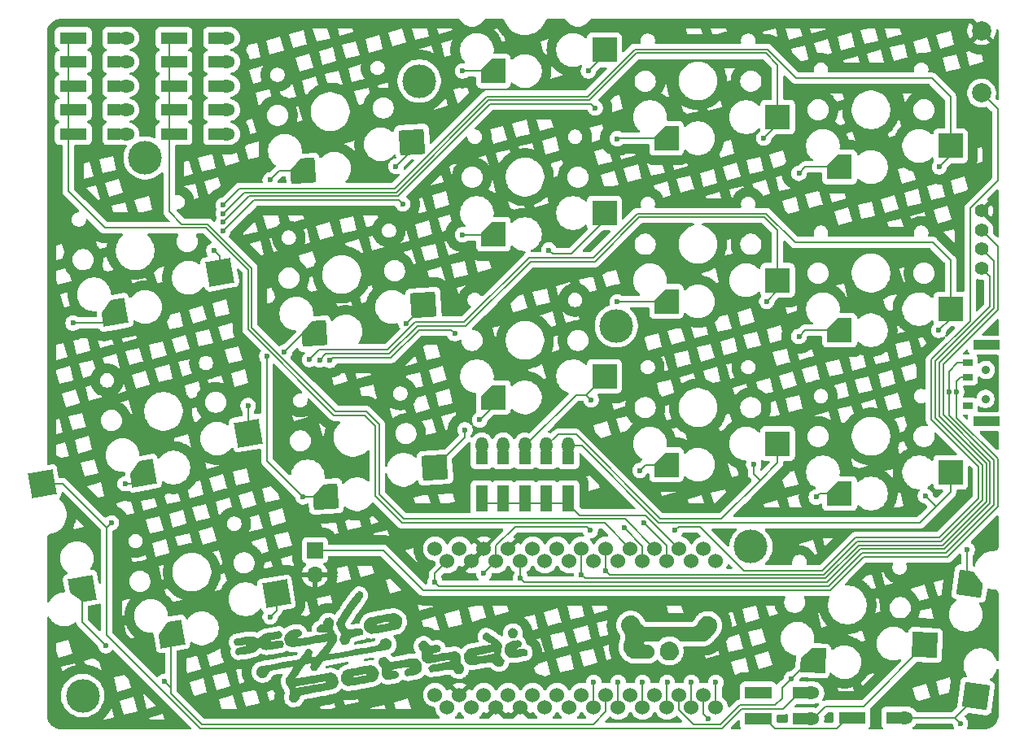
<source format=gbr>
%TF.GenerationSoftware,KiCad,Pcbnew,9.0.0*%
%TF.CreationDate,2025-05-15T16:18:32+09:00*%
%TF.ProjectId,xylo,78796c6f-2e6b-4696-9361-645f70636258,rev?*%
%TF.SameCoordinates,Original*%
%TF.FileFunction,Copper,L1,Top*%
%TF.FilePolarity,Positive*%
%FSLAX46Y46*%
G04 Gerber Fmt 4.6, Leading zero omitted, Abs format (unit mm)*
G04 Created by KiCad (PCBNEW 9.0.0) date 2025-05-15 16:18:32*
%MOMM*%
%LPD*%
G01*
G04 APERTURE LIST*
G04 Aperture macros list*
%AMRotRect*
0 Rectangle, with rotation*
0 The origin of the aperture is its center*
0 $1 length*
0 $2 width*
0 $3 Rotation angle, in degrees counterclockwise*
0 Add horizontal line*
21,1,$1,$2,0,0,$3*%
%AMOutline5P*
0 Free polygon, 5 corners , with rotation*
0 The origin of the aperture is its center*
0 number of corners: always 5*
0 $1 to $10 corner X, Y*
0 $11 Rotation angle, in degrees counterclockwise*
0 create outline with 5 corners*
4,1,5,$1,$2,$3,$4,$5,$6,$7,$8,$9,$10,$1,$2,$11*%
%AMOutline6P*
0 Free polygon, 6 corners , with rotation*
0 The origin of the aperture is its center*
0 number of corners: always 6*
0 $1 to $12 corner X, Y*
0 $13 Rotation angle, in degrees counterclockwise*
0 create outline with 6 corners*
4,1,6,$1,$2,$3,$4,$5,$6,$7,$8,$9,$10,$11,$12,$1,$2,$13*%
%AMOutline7P*
0 Free polygon, 7 corners , with rotation*
0 The origin of the aperture is its center*
0 number of corners: always 7*
0 $1 to $14 corner X, Y*
0 $15 Rotation angle, in degrees counterclockwise*
0 create outline with 7 corners*
4,1,7,$1,$2,$3,$4,$5,$6,$7,$8,$9,$10,$11,$12,$13,$14,$1,$2,$15*%
%AMOutline8P*
0 Free polygon, 8 corners , with rotation*
0 The origin of the aperture is its center*
0 number of corners: always 8*
0 $1 to $16 corner X, Y*
0 $17 Rotation angle, in degrees counterclockwise*
0 create outline with 8 corners*
4,1,8,$1,$2,$3,$4,$5,$6,$7,$8,$9,$10,$11,$12,$13,$14,$15,$16,$1,$2,$17*%
G04 Aperture macros list end*
%TA.AperFunction,EtchedComponent*%
%ADD10C,0.000000*%
%TD*%
%TA.AperFunction,ComponentPad*%
%ADD11C,3.500000*%
%TD*%
%TA.AperFunction,ComponentPad*%
%ADD12R,1.778000X1.300000*%
%TD*%
%TA.AperFunction,SMDPad,CuDef*%
%ADD13R,1.400000X1.300000*%
%TD*%
%TA.AperFunction,ComponentPad*%
%ADD14O,1.778000X1.300000*%
%TD*%
%TA.AperFunction,SMDPad,CuDef*%
%ADD15Outline5P,-1.300000X0.130000X-0.130000X1.300000X1.300000X1.300000X1.300000X-1.300000X-1.300000X-1.300000X4.000000*%
%TD*%
%TA.AperFunction,SMDPad,CuDef*%
%ADD16RotRect,2.600000X2.600000X4.000000*%
%TD*%
%TA.AperFunction,SMDPad,CuDef*%
%ADD17Outline5P,-1.300000X0.130000X-0.130000X1.300000X1.300000X1.300000X1.300000X-1.300000X-1.300000X-1.300000X0.000000*%
%TD*%
%TA.AperFunction,SMDPad,CuDef*%
%ADD18R,2.600000X2.600000*%
%TD*%
%TA.AperFunction,SMDPad,CuDef*%
%ADD19Outline5P,-1.300000X0.130000X-0.130000X1.300000X1.300000X1.300000X1.300000X-1.300000X-1.300000X-1.300000X100.000000*%
%TD*%
%TA.AperFunction,SMDPad,CuDef*%
%ADD20RotRect,2.600000X2.600000X100.000000*%
%TD*%
%TA.AperFunction,SMDPad,CuDef*%
%ADD21Outline5P,-1.300000X0.130000X-0.130000X1.300000X1.300000X1.300000X1.300000X-1.300000X-1.300000X-1.300000X10.000000*%
%TD*%
%TA.AperFunction,SMDPad,CuDef*%
%ADD22RotRect,2.600000X2.600000X10.000000*%
%TD*%
%TA.AperFunction,WasherPad*%
%ADD23C,0.900000*%
%TD*%
%TA.AperFunction,SMDPad,CuDef*%
%ADD24R,1.000000X0.700000*%
%TD*%
%TA.AperFunction,SMDPad,CuDef*%
%ADD25R,2.800000X1.000000*%
%TD*%
%TA.AperFunction,SMDPad,CuDef*%
%ADD26Outline5P,-1.300000X0.130000X-0.130000X1.300000X1.300000X1.300000X1.300000X-1.300000X-1.300000X-1.300000X262.000000*%
%TD*%
%TA.AperFunction,SMDPad,CuDef*%
%ADD27RotRect,2.600000X2.600000X262.000000*%
%TD*%
%TA.AperFunction,ComponentPad*%
%ADD28R,1.300000X1.778000*%
%TD*%
%TA.AperFunction,SMDPad,CuDef*%
%ADD29R,1.300000X1.400000*%
%TD*%
%TA.AperFunction,ComponentPad*%
%ADD30O,1.300000X1.778000*%
%TD*%
%TA.AperFunction,ComponentPad*%
%ADD31C,1.397000*%
%TD*%
%TA.AperFunction,SMDPad,CuDef*%
%ADD32Outline5P,-1.300000X0.130000X-0.130000X1.300000X1.300000X1.300000X1.300000X-1.300000X-1.300000X-1.300000X357.000000*%
%TD*%
%TA.AperFunction,SMDPad,CuDef*%
%ADD33RotRect,2.600000X2.600000X357.000000*%
%TD*%
%TA.AperFunction,ComponentPad*%
%ADD34C,1.524000*%
%TD*%
%TA.AperFunction,ComponentPad*%
%ADD35R,1.700000X1.700000*%
%TD*%
%TA.AperFunction,ComponentPad*%
%ADD36O,1.700000X1.700000*%
%TD*%
%TA.AperFunction,ComponentPad*%
%ADD37C,2.000000*%
%TD*%
%TA.AperFunction,ViaPad*%
%ADD38C,0.600000*%
%TD*%
%TA.AperFunction,Conductor*%
%ADD39C,0.200000*%
%TD*%
G04 APERTURE END LIST*
D10*
%TA.AperFunction,EtchedComponent*%
%TO.C,G\u002A\u002A\u002A*%
G36*
X198831635Y-129967691D02*
G01*
X199006066Y-130045857D01*
X199155085Y-130174093D01*
X199254362Y-130334573D01*
X199276180Y-130411718D01*
X199268417Y-130595039D01*
X199195354Y-130778023D01*
X199073050Y-130924732D01*
X199034256Y-130953085D01*
X198884193Y-131033136D01*
X198752270Y-131055347D01*
X198595668Y-131026474D01*
X198586271Y-131023767D01*
X198407401Y-130931807D01*
X198282088Y-130788414D01*
X198213487Y-130613439D01*
X198204750Y-130426734D01*
X198259033Y-130248150D01*
X198379488Y-130097538D01*
X198432877Y-130058266D01*
X198549979Y-129995029D01*
X198652309Y-129958141D01*
X198656116Y-129957419D01*
X198831635Y-129967691D01*
G37*
%TD.AperFunction*%
%TA.AperFunction,EtchedComponent*%
G36*
X199384808Y-131252859D02*
G01*
X199495732Y-131311647D01*
X199566868Y-131386208D01*
X199630132Y-131527557D01*
X199634694Y-131685034D01*
X199587999Y-131832678D01*
X199497500Y-131944526D01*
X199393141Y-131991811D01*
X199254146Y-132036104D01*
X199182422Y-132103193D01*
X199176769Y-132147514D01*
X199202980Y-132175609D01*
X199277495Y-132182113D01*
X199414695Y-132166979D01*
X199539528Y-132146362D01*
X199795685Y-132113729D01*
X199985607Y-132121498D01*
X200123595Y-132172620D01*
X200223951Y-132270057D01*
X200237870Y-132290767D01*
X200302377Y-132465409D01*
X200279779Y-132640694D01*
X200220248Y-132746534D01*
X200185069Y-132786254D01*
X200137780Y-132818764D01*
X200064774Y-132847962D01*
X199952445Y-132877746D01*
X199787187Y-132912016D01*
X199555392Y-132954672D01*
X199394519Y-132983135D01*
X199121068Y-133030633D01*
X198919237Y-133063155D01*
X198773261Y-133081573D01*
X198667374Y-133086765D01*
X198585809Y-133079605D01*
X198512803Y-133060967D01*
X198443498Y-133035913D01*
X198265970Y-132938376D01*
X198106083Y-132800842D01*
X198089329Y-132781904D01*
X198004897Y-132672300D01*
X197953659Y-132568492D01*
X197922086Y-132435592D01*
X197904194Y-132304489D01*
X197889385Y-132117257D01*
X197900900Y-131980882D01*
X197942787Y-131860246D01*
X197959296Y-131826847D01*
X198069218Y-131648124D01*
X198198733Y-131515741D01*
X198367022Y-131417134D01*
X198593272Y-131339738D01*
X198767267Y-131297723D01*
X199035572Y-131247556D01*
X199236420Y-131232048D01*
X199384808Y-131252859D01*
G37*
%TD.AperFunction*%
%TA.AperFunction,EtchedComponent*%
G36*
X186503365Y-128429249D02*
G01*
X186610529Y-128452122D01*
X186704415Y-128490469D01*
X186795565Y-128544010D01*
X186853205Y-128583225D01*
X187058965Y-128775152D01*
X187188736Y-129000742D01*
X187241480Y-129246013D01*
X187216163Y-129496991D01*
X187111748Y-129739699D01*
X186953474Y-129935469D01*
X186768916Y-130114556D01*
X185406964Y-130352940D01*
X184994804Y-130424123D01*
X184661682Y-130479339D01*
X184399483Y-130519683D01*
X184200090Y-130546252D01*
X184055383Y-130560142D01*
X183957247Y-130562448D01*
X183903493Y-130555898D01*
X183683155Y-130458074D01*
X183490081Y-130292305D01*
X183342463Y-130078994D01*
X183259964Y-129842739D01*
X183258498Y-129838542D01*
X183257162Y-129831169D01*
X183257293Y-129610084D01*
X184579416Y-129610084D01*
X184585358Y-129638959D01*
X184612598Y-129655424D01*
X184673691Y-129658723D01*
X184781197Y-129648099D01*
X184947675Y-129622796D01*
X185185680Y-129582056D01*
X185259271Y-129569116D01*
X185521740Y-129521637D01*
X185708093Y-129484404D01*
X185829999Y-129454198D01*
X185899126Y-129427796D01*
X185927143Y-129401977D01*
X185928889Y-129384267D01*
X185907072Y-129343518D01*
X185851901Y-129321620D01*
X185752334Y-129319056D01*
X185597324Y-129336303D01*
X185375835Y-129373839D01*
X185146340Y-129418203D01*
X184912813Y-129466020D01*
X184753131Y-129502918D01*
X184653691Y-129533502D01*
X184600895Y-129562375D01*
X184581142Y-129594139D01*
X184579416Y-129610084D01*
X183257293Y-129610084D01*
X183257312Y-129578753D01*
X183344090Y-129320083D01*
X183410884Y-129203379D01*
X183468890Y-129116346D01*
X183525430Y-129045185D01*
X183590811Y-128986174D01*
X183675342Y-128935589D01*
X183789326Y-128889708D01*
X183943079Y-128844807D01*
X184146900Y-128797164D01*
X184411100Y-128743056D01*
X184745984Y-128678759D01*
X184991090Y-128632624D01*
X185399340Y-128556780D01*
X185731051Y-128498088D01*
X185996766Y-128456269D01*
X186207026Y-128431043D01*
X186372379Y-128422129D01*
X186503365Y-128429249D01*
G37*
%TD.AperFunction*%
%TA.AperFunction,EtchedComponent*%
G36*
X184270400Y-133914363D02*
G01*
X184505635Y-134050522D01*
X184678186Y-134236313D01*
X184786161Y-134456615D01*
X184827652Y-134696309D01*
X184800760Y-134940271D01*
X184703583Y-135173381D01*
X184534225Y-135380516D01*
X184462224Y-135440555D01*
X184414712Y-135473235D01*
X184358416Y-135502385D01*
X184283191Y-135530362D01*
X184178891Y-135559522D01*
X184035372Y-135592226D01*
X183842487Y-135630828D01*
X183590093Y-135677689D01*
X183268045Y-135735164D01*
X182967836Y-135787856D01*
X182585965Y-135854281D01*
X182281146Y-135906151D01*
X182043028Y-135944678D01*
X181861264Y-135971076D01*
X181725503Y-135986558D01*
X181625396Y-135992337D01*
X181550594Y-135989627D01*
X181490750Y-135979642D01*
X181444328Y-135966474D01*
X181211784Y-135846330D01*
X181022481Y-135654692D01*
X180907695Y-135451498D01*
X180857848Y-135271356D01*
X180837901Y-135199268D01*
X180846905Y-135042533D01*
X182155571Y-135042533D01*
X182161473Y-135071354D01*
X182188627Y-135087812D01*
X182249558Y-135091144D01*
X182356796Y-135080588D01*
X182522870Y-135055383D01*
X182760309Y-135014768D01*
X182838571Y-135001010D01*
X183097253Y-134954663D01*
X183280344Y-134919209D01*
X183399875Y-134891080D01*
X183467882Y-134866706D01*
X183496397Y-134842518D01*
X183497454Y-134814948D01*
X183494582Y-134806429D01*
X183475979Y-134779143D01*
X183436730Y-134764522D01*
X183363467Y-134763380D01*
X183242825Y-134776528D01*
X183061439Y-134804782D01*
X182811583Y-134847951D01*
X182557935Y-134893600D01*
X182379130Y-134928929D01*
X182262329Y-134957747D01*
X182194692Y-134983862D01*
X182163383Y-135011082D01*
X182155571Y-135042533D01*
X180846905Y-135042533D01*
X180851700Y-134959076D01*
X180950604Y-134718782D01*
X181010837Y-134624890D01*
X181081015Y-134531584D01*
X181155342Y-134453407D01*
X181243711Y-134387053D01*
X181356016Y-134329224D01*
X181502149Y-134276616D01*
X181692004Y-134225926D01*
X181935474Y-134173851D01*
X182242450Y-134117091D01*
X182622831Y-134052341D01*
X182826851Y-134018690D01*
X184035570Y-133820498D01*
X184270400Y-133914363D01*
G37*
%TD.AperFunction*%
%TA.AperFunction,EtchedComponent*%
G36*
X182802177Y-126134990D02*
G01*
X182866000Y-126151505D01*
X182894741Y-126160708D01*
X183040700Y-126237134D01*
X183127684Y-126362227D01*
X183161872Y-126485953D01*
X183168457Y-126532672D01*
X183167030Y-126580238D01*
X183152919Y-126636476D01*
X183121452Y-126709209D01*
X183067958Y-126806261D01*
X182987761Y-126935455D01*
X182876192Y-127104616D01*
X182728577Y-127321568D01*
X182540242Y-127594134D01*
X182306518Y-127930140D01*
X182256762Y-128001557D01*
X181996176Y-128376299D01*
X181783049Y-128686254D01*
X181613786Y-128939303D01*
X181484790Y-129143326D01*
X181392462Y-129306205D01*
X181333206Y-129435820D01*
X181303427Y-129540054D01*
X181299524Y-129626786D01*
X181317904Y-129703899D01*
X181354969Y-129779272D01*
X181407121Y-129860786D01*
X181407771Y-129861754D01*
X181499220Y-129978405D01*
X181599438Y-130054755D01*
X181724888Y-130094171D01*
X181892035Y-130100036D01*
X182117343Y-130075722D01*
X182302927Y-130045309D01*
X182576270Y-130003428D01*
X182779394Y-129989501D01*
X182926961Y-130005348D01*
X183033631Y-130052794D01*
X183114063Y-130133658D01*
X183123765Y-130147311D01*
X183197930Y-130292665D01*
X183198963Y-130427509D01*
X183135672Y-130571373D01*
X183046182Y-130725884D01*
X182558210Y-130812591D01*
X182300701Y-130862726D01*
X182115751Y-130913003D01*
X181987573Y-130972644D01*
X181900379Y-131050874D01*
X181838383Y-131156917D01*
X181800649Y-131255188D01*
X181692824Y-131464041D01*
X181540208Y-131614838D01*
X181357920Y-131699042D01*
X181161075Y-131708117D01*
X181051989Y-131677953D01*
X180872936Y-131563274D01*
X180757584Y-131398142D01*
X180712654Y-131200231D01*
X180744869Y-130987213D01*
X180767440Y-130929903D01*
X180822405Y-130792478D01*
X180845417Y-130676442D01*
X180832726Y-130560111D01*
X180780580Y-130421799D01*
X180685229Y-130239820D01*
X180631866Y-130145968D01*
X180503318Y-129912147D01*
X180420808Y-129731756D01*
X180378763Y-129585946D01*
X180371609Y-129455868D01*
X180391372Y-129332563D01*
X180424286Y-129264157D01*
X180503191Y-129132024D01*
X180622446Y-128944691D01*
X180776408Y-128710692D01*
X180959434Y-128438556D01*
X181165885Y-128136814D01*
X181390116Y-127813996D01*
X181487454Y-127675296D01*
X181757262Y-127292414D01*
X181981576Y-126976265D01*
X182165927Y-126720896D01*
X182315850Y-126520354D01*
X182436875Y-126368682D01*
X182534535Y-126259927D01*
X182614362Y-126188134D01*
X182681890Y-126147351D01*
X182742651Y-126131622D01*
X182802177Y-126134990D01*
G37*
%TD.AperFunction*%
%TA.AperFunction,EtchedComponent*%
G36*
X185442706Y-133002489D02*
G01*
X185580867Y-133056032D01*
X185681725Y-133126549D01*
X185740691Y-133190779D01*
X185745667Y-133203877D01*
X185784218Y-133268225D01*
X185866764Y-133354187D01*
X185890364Y-133374698D01*
X186024773Y-133487165D01*
X187260744Y-133283068D01*
X187658476Y-133218193D01*
X187979520Y-133169100D01*
X188234670Y-133136270D01*
X188434724Y-133120186D01*
X188590477Y-133121328D01*
X188712724Y-133140177D01*
X188812260Y-133177218D01*
X188899882Y-133232930D01*
X188986383Y-133307796D01*
X189042722Y-133362590D01*
X189132667Y-133460275D01*
X189190084Y-133554056D01*
X189229359Y-133675314D01*
X189262505Y-133841873D01*
X189289314Y-134018476D01*
X189292563Y-134140828D01*
X189269890Y-134240926D01*
X189225963Y-134337285D01*
X189138108Y-134494084D01*
X189049676Y-134610403D01*
X188943501Y-134696574D01*
X188802413Y-134762928D01*
X188609250Y-134819796D01*
X188346838Y-134877509D01*
X188318849Y-134883177D01*
X188084754Y-134929324D01*
X187920527Y-134957674D01*
X187809232Y-134969210D01*
X187733940Y-134964929D01*
X187677715Y-134945818D01*
X187638773Y-134922936D01*
X187510163Y-134795985D01*
X187454401Y-134644776D01*
X187466334Y-134487503D01*
X187540806Y-134342364D01*
X187672658Y-134227553D01*
X187854513Y-134161654D01*
X187948090Y-134133809D01*
X187969631Y-134087851D01*
X187962851Y-134063643D01*
X187946508Y-134039263D01*
X187911992Y-134025160D01*
X187847642Y-134022345D01*
X187741790Y-134031829D01*
X187582779Y-134054624D01*
X187358944Y-134091735D01*
X187083063Y-134139865D01*
X186788851Y-134192353D01*
X186570940Y-134233306D01*
X186418026Y-134265762D01*
X186318806Y-134292761D01*
X186261974Y-134317343D01*
X186236223Y-134342547D01*
X186230263Y-134369145D01*
X186252356Y-134425241D01*
X186333375Y-134429769D01*
X186343724Y-134428047D01*
X186530722Y-134430872D01*
X186687236Y-134498237D01*
X186801791Y-134613519D01*
X186862905Y-134760100D01*
X186859099Y-134921355D01*
X186787128Y-135070066D01*
X186744276Y-135116804D01*
X186685421Y-135153352D01*
X186593653Y-135185233D01*
X186452063Y-135217970D01*
X186243742Y-135257087D01*
X186180097Y-135268362D01*
X185942122Y-135307911D01*
X185772116Y-135329277D01*
X185651331Y-135333434D01*
X185561017Y-135321361D01*
X185505238Y-135303521D01*
X185304788Y-135180891D01*
X185164441Y-135001005D01*
X185091651Y-134778130D01*
X185093863Y-134526529D01*
X185095194Y-134518529D01*
X185115110Y-134292022D01*
X185083161Y-134122882D01*
X184995625Y-133993846D01*
X184978749Y-133978022D01*
X184824461Y-133793315D01*
X184754250Y-133595978D01*
X184769139Y-133395286D01*
X184870147Y-133200507D01*
X184890367Y-133175253D01*
X185046421Y-133052932D01*
X185240341Y-132993650D01*
X185442706Y-133002489D01*
G37*
%TD.AperFunction*%
%TA.AperFunction,EtchedComponent*%
G36*
X196057164Y-130440418D02*
G01*
X196135407Y-130470392D01*
X196240179Y-130528048D01*
X196383508Y-130619835D01*
X196577422Y-130752198D01*
X196770865Y-130887290D01*
X197049218Y-131084358D01*
X197261793Y-131243820D01*
X197416008Y-131378369D01*
X197519283Y-131500692D01*
X197579038Y-131623479D01*
X197602692Y-131759419D01*
X197597665Y-131921200D01*
X197571376Y-132121514D01*
X197554583Y-132227630D01*
X197523683Y-132435321D01*
X197501260Y-132617080D01*
X197489710Y-132751200D01*
X197490137Y-132811013D01*
X197529706Y-132893981D01*
X197611622Y-133001663D01*
X197654307Y-133047390D01*
X197789600Y-133232574D01*
X197849946Y-133428760D01*
X197838605Y-133619729D01*
X197758835Y-133789254D01*
X197613895Y-133921115D01*
X197465920Y-133985098D01*
X197263056Y-134012210D01*
X197116869Y-133983333D01*
X196960488Y-133891843D01*
X196827719Y-133749947D01*
X196727404Y-133636299D01*
X196621562Y-133554980D01*
X196581041Y-133536865D01*
X196502209Y-133530074D01*
X196360851Y-133539304D01*
X196151032Y-133565301D01*
X195866812Y-133608808D01*
X195502252Y-133670572D01*
X195470010Y-133676223D01*
X195120202Y-133736590D01*
X194845231Y-133780376D01*
X194632735Y-133807841D01*
X194470350Y-133819244D01*
X194345714Y-133814844D01*
X194246463Y-133794901D01*
X194160235Y-133759672D01*
X194074667Y-133709419D01*
X194068757Y-133705589D01*
X193862940Y-133524307D01*
X193726279Y-133303439D01*
X193671768Y-133102098D01*
X193660141Y-133059154D01*
X193664447Y-132870692D01*
X194984133Y-132870692D01*
X194989285Y-132896045D01*
X195012886Y-132911596D01*
X195065785Y-132916362D01*
X195158830Y-132909362D01*
X195302870Y-132889612D01*
X195508751Y-132856129D01*
X195787322Y-132807930D01*
X195904481Y-132787319D01*
X196215442Y-132731694D01*
X196448940Y-132687640D01*
X196615195Y-132652605D01*
X196724423Y-132624039D01*
X196786845Y-132599388D01*
X196812679Y-132576102D01*
X196814619Y-132560061D01*
X196798217Y-132524313D01*
X196757187Y-132502544D01*
X196681319Y-132495519D01*
X196560403Y-132504001D01*
X196384230Y-132528753D01*
X196142590Y-132570539D01*
X195825272Y-132630124D01*
X195791609Y-132636587D01*
X195506314Y-132692135D01*
X195296893Y-132735263D01*
X195151820Y-132769314D01*
X195059568Y-132797628D01*
X195008610Y-132823549D01*
X194987419Y-132850418D01*
X194984133Y-132870692D01*
X193664447Y-132870692D01*
X193665888Y-132807622D01*
X193744884Y-132565014D01*
X193898492Y-132347498D01*
X193950017Y-132297767D01*
X194138567Y-132129249D01*
X195319026Y-131898557D01*
X195675420Y-131828313D01*
X195953523Y-131771833D01*
X196162387Y-131726819D01*
X196311067Y-131690977D01*
X196408618Y-131662011D01*
X196464095Y-131637627D01*
X196486551Y-131615528D01*
X196487917Y-131602269D01*
X196440736Y-131550759D01*
X196383317Y-131539701D01*
X196306839Y-131516361D01*
X196181482Y-131451394D01*
X196029201Y-131356749D01*
X195960501Y-131309612D01*
X195800878Y-131193463D01*
X195699969Y-131107612D01*
X195641981Y-131034042D01*
X195611116Y-130954721D01*
X195599104Y-130897202D01*
X195605923Y-130713214D01*
X195688593Y-130564080D01*
X195836480Y-130464477D01*
X195932155Y-130437727D01*
X195993425Y-130431680D01*
X196057164Y-130440418D01*
G37*
%TD.AperFunction*%
%TA.AperFunction,EtchedComponent*%
G36*
X174573214Y-130354785D02*
G01*
X174698350Y-130488260D01*
X174742321Y-130648376D01*
X174703016Y-130821301D01*
X174656604Y-130901033D01*
X174607630Y-130966993D01*
X174557832Y-131013476D01*
X174488722Y-131047851D01*
X174381810Y-131077489D01*
X174218611Y-131109760D01*
X174063704Y-131137381D01*
X173851368Y-131176056D01*
X173712875Y-131205772D01*
X173634334Y-131231361D01*
X173601853Y-131257660D01*
X173601544Y-131289502D01*
X173604250Y-131297304D01*
X173626945Y-131328382D01*
X173675730Y-131343765D01*
X173766121Y-131343464D01*
X173913635Y-131327492D01*
X174121456Y-131297720D01*
X174337292Y-131266563D01*
X174485218Y-131250605D01*
X174584933Y-131250487D01*
X174656137Y-131266851D01*
X174718530Y-131300338D01*
X174744489Y-131318011D01*
X174868514Y-131450948D01*
X174911859Y-131611022D01*
X174872374Y-131783884D01*
X174826245Y-131863114D01*
X174720956Y-132013483D01*
X173963190Y-132146847D01*
X173702185Y-132190233D01*
X173460373Y-132225734D01*
X173256016Y-132251023D01*
X173107376Y-132263774D01*
X173044721Y-132263847D01*
X172911736Y-132232435D01*
X172750783Y-132170466D01*
X172664996Y-132128146D01*
X172531621Y-132064121D01*
X172421512Y-132026370D01*
X172375672Y-132021642D01*
X172308610Y-132060373D01*
X172211170Y-132146268D01*
X172140870Y-132220297D01*
X172017555Y-132341304D01*
X171886713Y-132442505D01*
X171825603Y-132478104D01*
X171719736Y-132514999D01*
X171551571Y-132558011D01*
X171339169Y-132604049D01*
X171100597Y-132650020D01*
X170853915Y-132692830D01*
X170617190Y-132729385D01*
X170408483Y-132756591D01*
X170245860Y-132771354D01*
X170147381Y-132770582D01*
X170135028Y-132767646D01*
X170026548Y-132712762D01*
X169973322Y-132673530D01*
X169906009Y-132562574D01*
X169875318Y-132409374D01*
X169886103Y-132254623D01*
X169914256Y-132178397D01*
X169948633Y-132126492D01*
X169996410Y-132086433D01*
X170074173Y-132051600D01*
X170198509Y-132015368D01*
X170386004Y-131971120D01*
X170493036Y-131947349D01*
X170714214Y-131897047D01*
X170862216Y-131858241D01*
X170951083Y-131825687D01*
X170994859Y-131794141D01*
X171007587Y-131758357D01*
X171007684Y-131755148D01*
X171000476Y-131721788D01*
X170967821Y-131704776D01*
X170894917Y-131704289D01*
X170766960Y-131720503D01*
X170569146Y-131753592D01*
X170527899Y-131760839D01*
X170314175Y-131797202D01*
X170167115Y-131816648D01*
X170066175Y-131819026D01*
X169990805Y-131804183D01*
X169920458Y-131771969D01*
X169892497Y-131756143D01*
X169760095Y-131634236D01*
X169697623Y-131476172D01*
X169710464Y-131305746D01*
X169765381Y-131194337D01*
X169798788Y-131149638D01*
X169836576Y-131114497D01*
X169891761Y-131085024D01*
X169977357Y-131057321D01*
X170106380Y-131027496D01*
X170291843Y-130991656D01*
X170546762Y-130945905D01*
X170666208Y-130924820D01*
X170990716Y-130869443D01*
X171243227Y-130832498D01*
X171438714Y-130814423D01*
X171592152Y-130815658D01*
X171718511Y-130836642D01*
X171832767Y-130877816D01*
X171949891Y-130939614D01*
X171990127Y-130963638D01*
X172125158Y-131027730D01*
X172236547Y-131028734D01*
X172346537Y-130960949D01*
X172456217Y-130844189D01*
X172540701Y-130750628D01*
X172627095Y-130676404D01*
X172729345Y-130616274D01*
X172861400Y-130564993D01*
X173037205Y-130517317D01*
X173270710Y-130468002D01*
X173575859Y-130411805D01*
X173633130Y-130401672D01*
X174437595Y-130259823D01*
X174573214Y-130354785D01*
G37*
%TD.AperFunction*%
%TA.AperFunction,EtchedComponent*%
G36*
X189770363Y-131390979D02*
G01*
X189927411Y-131551564D01*
X189928585Y-131553197D01*
X190032897Y-131675384D01*
X190145265Y-131746163D01*
X190287414Y-131771588D01*
X190481070Y-131757719D01*
X190596169Y-131739330D01*
X190772874Y-131710641D01*
X190889378Y-131702270D01*
X190972459Y-131716645D01*
X191048912Y-131756190D01*
X191090017Y-131784055D01*
X191222746Y-131920777D01*
X191274692Y-132080316D01*
X191242940Y-132248343D01*
X191199889Y-132323881D01*
X191142878Y-132393597D01*
X191073632Y-132442539D01*
X190968967Y-132481538D01*
X190805702Y-132521427D01*
X190752519Y-132532913D01*
X190573637Y-132573997D01*
X190465899Y-132608287D01*
X190412751Y-132642989D01*
X190397634Y-132685310D01*
X190397583Y-132687431D01*
X190402363Y-132710609D01*
X190424018Y-132725410D01*
X190472375Y-132730795D01*
X190557254Y-132725725D01*
X190688479Y-132709168D01*
X190875874Y-132680086D01*
X191129262Y-132637442D01*
X191458465Y-132580200D01*
X191525904Y-132568377D01*
X191875349Y-132507609D01*
X192149272Y-132461687D01*
X192359474Y-132429310D01*
X192517764Y-132409171D01*
X192635947Y-132399967D01*
X192725828Y-132400394D01*
X192799214Y-132409149D01*
X192855109Y-132421561D01*
X193065002Y-132516708D01*
X193217421Y-132675154D01*
X193308578Y-132889448D01*
X193334683Y-133152141D01*
X193317433Y-133330579D01*
X193302054Y-133444052D01*
X193307746Y-133525873D01*
X193344551Y-133606241D01*
X193422509Y-133715350D01*
X193462815Y-133767782D01*
X193560650Y-133910056D01*
X193634622Y-134046230D01*
X193664910Y-134132017D01*
X193662255Y-134338389D01*
X193587745Y-134515103D01*
X193456508Y-134650432D01*
X193283672Y-134732650D01*
X193084365Y-134750031D01*
X192918739Y-134710439D01*
X192787273Y-134632620D01*
X192681285Y-134526850D01*
X192674017Y-134516117D01*
X192617756Y-134431119D01*
X192563851Y-134366222D01*
X192501210Y-134320635D01*
X192418741Y-134293562D01*
X192305355Y-134284216D01*
X192149957Y-134291797D01*
X191941459Y-134315515D01*
X191668768Y-134354577D01*
X191320792Y-134408188D01*
X191271716Y-134415831D01*
X190932379Y-134468314D01*
X190669859Y-134507542D01*
X190473287Y-134534388D01*
X190331802Y-134549726D01*
X190234538Y-134554431D01*
X190170628Y-134549376D01*
X190129210Y-134535435D01*
X190099416Y-134513482D01*
X190096146Y-134510390D01*
X189978995Y-134349896D01*
X189941226Y-134180313D01*
X189983405Y-134017920D01*
X190075055Y-133904155D01*
X190122155Y-133867063D01*
X190178947Y-133835229D01*
X190257461Y-133805575D01*
X190369728Y-133775026D01*
X190527779Y-133740504D01*
X190743643Y-133698936D01*
X191029350Y-133647239D01*
X191193124Y-133618227D01*
X191560491Y-133551452D01*
X191842699Y-133495742D01*
X192042620Y-133450446D01*
X192163131Y-133414917D01*
X192206869Y-133389175D01*
X192191964Y-133328771D01*
X192161348Y-133307711D01*
X192100971Y-133307716D01*
X191965614Y-133321981D01*
X191767649Y-133348733D01*
X191519449Y-133386204D01*
X191233386Y-133432623D01*
X190956447Y-133480118D01*
X190611774Y-133540508D01*
X190343128Y-133586551D01*
X190139069Y-133619298D01*
X189988160Y-133639803D01*
X189878960Y-133649120D01*
X189800032Y-133648303D01*
X189739937Y-133638403D01*
X189687234Y-133620475D01*
X189642776Y-133601091D01*
X189470794Y-133487819D01*
X189333374Y-133330207D01*
X189255202Y-133157526D01*
X189250852Y-133136484D01*
X189246193Y-133024752D01*
X189257783Y-132877429D01*
X189264595Y-132830844D01*
X189283475Y-132618057D01*
X189253069Y-132454894D01*
X189166015Y-132312684D01*
X189117843Y-132259504D01*
X188975551Y-132079652D01*
X188912857Y-131907209D01*
X188923991Y-131725099D01*
X188929721Y-131702850D01*
X189018003Y-131511494D01*
X189163606Y-131384790D01*
X189369275Y-131316880D01*
X189587009Y-131313888D01*
X189770363Y-131390979D01*
G37*
%TD.AperFunction*%
%TA.AperFunction,EtchedComponent*%
G36*
X179863819Y-128940539D02*
G01*
X179880157Y-128950700D01*
X180039481Y-129084354D01*
X180121163Y-129237919D01*
X180128862Y-129424516D01*
X180072472Y-129640201D01*
X180024743Y-129793713D01*
X179996902Y-129925023D01*
X179994057Y-129992863D01*
X180023719Y-130071924D01*
X180088324Y-130201568D01*
X180175418Y-130357272D01*
X180200910Y-130400163D01*
X180330380Y-130622323D01*
X180419965Y-130805249D01*
X180467817Y-130964771D01*
X180472088Y-131116717D01*
X180430931Y-131276913D01*
X180342493Y-131461190D01*
X180204933Y-131685375D01*
X180018509Y-131962215D01*
X179878599Y-132169956D01*
X179759183Y-132354237D01*
X179668392Y-132501937D01*
X179614359Y-132599930D01*
X179602855Y-132632956D01*
X179627165Y-132640652D01*
X179698909Y-132638191D01*
X179822931Y-132624821D01*
X180004073Y-132599789D01*
X180247180Y-132562344D01*
X180557097Y-132511731D01*
X180938667Y-132447201D01*
X181396733Y-132367998D01*
X181936140Y-132273373D01*
X182071582Y-132249460D01*
X182599687Y-132155987D01*
X183047493Y-132076265D01*
X183422195Y-132008791D01*
X183730986Y-131952068D01*
X183981059Y-131904586D01*
X184179609Y-131864843D01*
X184333826Y-131831340D01*
X184450906Y-131802570D01*
X184538042Y-131777032D01*
X184602425Y-131753222D01*
X184651252Y-131729639D01*
X184691714Y-131704778D01*
X184697583Y-131700794D01*
X184822027Y-131587834D01*
X184911344Y-131456690D01*
X184921051Y-131433813D01*
X185040141Y-131234971D01*
X185220312Y-131094862D01*
X185412825Y-131030328D01*
X185636213Y-131028967D01*
X185827283Y-131097808D01*
X185978895Y-131221891D01*
X186083910Y-131386253D01*
X186135188Y-131575928D01*
X186125588Y-131775955D01*
X186047973Y-131971372D01*
X185930687Y-132115678D01*
X185907395Y-132135424D01*
X185877023Y-132154376D01*
X185833668Y-132173718D01*
X185771425Y-132194634D01*
X185684393Y-132218310D01*
X185566668Y-132245928D01*
X185412344Y-132278673D01*
X185215521Y-132317729D01*
X184970294Y-132364280D01*
X184670760Y-132419509D01*
X184311015Y-132484602D01*
X183885156Y-132560742D01*
X183387279Y-132649112D01*
X182811482Y-132750899D01*
X182413530Y-132821128D01*
X179006854Y-133422114D01*
X178670949Y-133885312D01*
X178534839Y-134065319D01*
X178406869Y-134220809D01*
X178300729Y-134336033D01*
X178230103Y-134395241D01*
X178226100Y-134397221D01*
X178088954Y-134423227D01*
X177936848Y-134402922D01*
X177811263Y-134344199D01*
X177777924Y-134311947D01*
X177720085Y-134192289D01*
X177690923Y-134040333D01*
X177695263Y-133897141D01*
X177720640Y-133824390D01*
X177754012Y-133737142D01*
X177716686Y-133688924D01*
X177604805Y-133678078D01*
X177431600Y-133699874D01*
X177160148Y-133747738D01*
X176747121Y-134341969D01*
X176597488Y-134550731D01*
X176454115Y-134739012D01*
X176329006Y-134891892D01*
X176234161Y-134994449D01*
X176197694Y-135025030D01*
X176112663Y-135088853D01*
X176097030Y-135133832D01*
X176127298Y-135169854D01*
X176153587Y-135182078D01*
X176201626Y-135187481D01*
X176279171Y-135184972D01*
X176393985Y-135173461D01*
X176553824Y-135151858D01*
X176766447Y-135119072D01*
X177039613Y-135074014D01*
X177381081Y-135015592D01*
X177798611Y-134942718D01*
X178015892Y-134904475D01*
X179838486Y-134583103D01*
X180032970Y-134665497D01*
X180254383Y-134785604D01*
X180407086Y-134937731D01*
X180505816Y-135140891D01*
X180552992Y-135336373D01*
X180579579Y-135517482D01*
X180580907Y-135648127D01*
X180554706Y-135763622D01*
X180519844Y-135851900D01*
X180428233Y-136006949D01*
X180305400Y-136150127D01*
X180263285Y-136186934D01*
X180218630Y-136220697D01*
X180172226Y-136250070D01*
X180115168Y-136277172D01*
X180038564Y-136304123D01*
X179933516Y-136333038D01*
X179791128Y-136366039D01*
X179602505Y-136405244D01*
X179358750Y-136452769D01*
X179050968Y-136510735D01*
X178670261Y-136581260D01*
X178392476Y-136632447D01*
X177962066Y-136711828D01*
X177610539Y-136777240D01*
X177329415Y-136830698D01*
X177110216Y-136874216D01*
X176944461Y-136909808D01*
X176823674Y-136939488D01*
X176739375Y-136965270D01*
X176683083Y-136989170D01*
X176646321Y-137013201D01*
X176620610Y-137039377D01*
X176607267Y-137056541D01*
X176551682Y-137153944D01*
X176535555Y-137229491D01*
X176518156Y-137300523D01*
X176461505Y-137409428D01*
X176424080Y-137466740D01*
X176337414Y-137575833D01*
X176249395Y-137636706D01*
X176121679Y-137672920D01*
X176074211Y-137681739D01*
X175926042Y-137699960D01*
X175818938Y-137683930D01*
X175708807Y-137624622D01*
X175671907Y-137599368D01*
X175556825Y-137505885D01*
X175495128Y-137408808D01*
X175461125Y-137273418D01*
X175454084Y-137062690D01*
X175506203Y-136889768D01*
X175554786Y-136747508D01*
X175561525Y-136610443D01*
X175522259Y-136458358D01*
X175432829Y-136271044D01*
X175428819Y-136264111D01*
X175358866Y-136143146D01*
X176114843Y-136143146D01*
X176150720Y-136169010D01*
X176175671Y-136180209D01*
X176235921Y-136179810D01*
X176370863Y-136164669D01*
X176568005Y-136136986D01*
X176814858Y-136098965D01*
X177098934Y-136052810D01*
X177407741Y-136000721D01*
X177728794Y-135944900D01*
X178049599Y-135887549D01*
X178357668Y-135830872D01*
X178640513Y-135777070D01*
X178885644Y-135728347D01*
X179080570Y-135686902D01*
X179212804Y-135654940D01*
X179269855Y-135634662D01*
X179269910Y-135634612D01*
X179307767Y-135593047D01*
X179313144Y-135563404D01*
X179279544Y-135546252D01*
X179200465Y-135542159D01*
X179069412Y-135551693D01*
X178879884Y-135575423D01*
X178625384Y-135613916D01*
X178299413Y-135667741D01*
X177895474Y-135737466D01*
X177698914Y-135771998D01*
X177260185Y-135850119D01*
X176902834Y-135915798D01*
X176620562Y-135970723D01*
X176407067Y-136016583D01*
X176256049Y-136055068D01*
X176161206Y-136087863D01*
X176116237Y-136116661D01*
X176114843Y-136143146D01*
X175358866Y-136143146D01*
X175349001Y-136126088D01*
X175207437Y-135853320D01*
X175124763Y-135607237D01*
X175104419Y-135400083D01*
X175119951Y-135310689D01*
X175155542Y-135239041D01*
X175232757Y-135110268D01*
X175341887Y-134939720D01*
X175473230Y-134742750D01*
X175547469Y-134634424D01*
X175688025Y-134425222D01*
X175799136Y-134247736D01*
X175874110Y-134113492D01*
X175906253Y-134034011D01*
X175904844Y-134019049D01*
X175853803Y-134010417D01*
X175728933Y-134018769D01*
X175527176Y-134044507D01*
X175245475Y-134088036D01*
X174880774Y-134149759D01*
X174776541Y-134168032D01*
X174395379Y-134236500D01*
X174091695Y-134295238D01*
X173855211Y-134348183D01*
X173675654Y-134399272D01*
X173542745Y-134452439D01*
X173446211Y-134511626D01*
X173375772Y-134580762D01*
X173321156Y-134663786D01*
X173283246Y-134740027D01*
X173147315Y-134953303D01*
X172968413Y-135090681D01*
X172780306Y-135150994D01*
X172558927Y-135149890D01*
X172363565Y-135075917D01*
X172206134Y-134943891D01*
X172098542Y-134768625D01*
X172052702Y-134564937D01*
X172080526Y-134347639D01*
X172097039Y-134301171D01*
X172125743Y-134231265D01*
X172156526Y-134171385D01*
X172196798Y-134119315D01*
X172253968Y-134072842D01*
X172335449Y-134029752D01*
X172448648Y-133987831D01*
X172600975Y-133944865D01*
X172799841Y-133898640D01*
X173052656Y-133846942D01*
X173366830Y-133787557D01*
X173749771Y-133718270D01*
X174208890Y-133636868D01*
X174480924Y-133588889D01*
X176530491Y-133227495D01*
X176886642Y-132716818D01*
X177023267Y-132527561D01*
X177150417Y-132363469D01*
X177255941Y-132239391D01*
X177327693Y-132170173D01*
X177340063Y-132162652D01*
X177477469Y-132139690D01*
X177632932Y-132166988D01*
X177768049Y-132233801D01*
X177830994Y-132300031D01*
X177894846Y-132438043D01*
X177901419Y-132565908D01*
X177851537Y-132720908D01*
X177840831Y-132745256D01*
X177798299Y-132862137D01*
X177785916Y-132945433D01*
X177791726Y-132963114D01*
X177849379Y-132975127D01*
X177966518Y-132969689D01*
X178091187Y-132952302D01*
X178358298Y-132905202D01*
X178830920Y-132239985D01*
X178986298Y-132025897D01*
X179129609Y-131836987D01*
X179251097Y-131685452D01*
X179341008Y-131583488D01*
X179387750Y-131543833D01*
X179457812Y-131484878D01*
X179473158Y-131436571D01*
X179468217Y-131418819D01*
X179447637Y-131406991D01*
X179403750Y-131402066D01*
X179328887Y-131405026D01*
X179215377Y-131416853D01*
X179055554Y-131438526D01*
X178841743Y-131471028D01*
X178566280Y-131515338D01*
X178221492Y-131572438D01*
X177799712Y-131643309D01*
X177621626Y-131673382D01*
X175768894Y-131986521D01*
X175564929Y-131913076D01*
X175321460Y-131783360D01*
X175138909Y-131600489D01*
X175021134Y-131379370D01*
X174971996Y-131134908D01*
X174995354Y-130882006D01*
X175095067Y-130635569D01*
X175197049Y-130492419D01*
X175395916Y-130326345D01*
X175673023Y-130202119D01*
X176028251Y-130119790D01*
X176148506Y-130103448D01*
X176332849Y-130085522D01*
X176456347Y-130086172D01*
X176545585Y-130108392D01*
X176627151Y-130155169D01*
X176630758Y-130157683D01*
X176754401Y-130288421D01*
X176802644Y-130440780D01*
X176779562Y-130596745D01*
X176689235Y-130738306D01*
X176535738Y-130847452D01*
X176468491Y-130874445D01*
X176348450Y-130931240D01*
X176295792Y-130990597D01*
X176314948Y-131039062D01*
X176406401Y-131062940D01*
X176473566Y-131056646D01*
X176616940Y-131035734D01*
X176825469Y-131002065D01*
X177088095Y-130957503D01*
X177393760Y-130903914D01*
X177731406Y-130843159D01*
X177971271Y-130799142D01*
X178368325Y-130725426D01*
X178686611Y-130665394D01*
X178934763Y-130616983D01*
X179121416Y-130578132D01*
X179255206Y-130546778D01*
X179344768Y-130520858D01*
X179398737Y-130498311D01*
X179425747Y-130477073D01*
X179434434Y-130455082D01*
X179434751Y-130449591D01*
X179425726Y-130410963D01*
X179385465Y-130394283D01*
X179296522Y-130398476D01*
X179141456Y-130422460D01*
X179103389Y-130429111D01*
X178816918Y-130462619D01*
X178599712Y-130447423D01*
X178445161Y-130380973D01*
X178346654Y-130260717D01*
X178303073Y-130120237D01*
X178316700Y-129960531D01*
X178404928Y-129816475D01*
X178553639Y-129707850D01*
X178615398Y-129682529D01*
X178796647Y-129614873D01*
X178912558Y-129550064D01*
X178984023Y-129469670D01*
X179031924Y-129355268D01*
X179047700Y-129301206D01*
X179142553Y-129094454D01*
X179287276Y-128948407D01*
X179466184Y-128869670D01*
X179663593Y-128864846D01*
X179863819Y-128940539D01*
G37*
%TD.AperFunction*%
%TA.AperFunction,EtchedComponent*%
G36*
X215205819Y-131398374D02*
G01*
X215352606Y-131437782D01*
X215417978Y-131463779D01*
X215543669Y-131532509D01*
X215660750Y-131622094D01*
X215765373Y-131728646D01*
X215853692Y-131848274D01*
X215918835Y-131970138D01*
X215959113Y-132086784D01*
X215984868Y-132216573D01*
X215995461Y-132351626D01*
X215990255Y-132484059D01*
X215969850Y-132601233D01*
X215919207Y-132750256D01*
X215847323Y-132887633D01*
X215755993Y-133011295D01*
X215647011Y-133119171D01*
X215522173Y-133209191D01*
X215383272Y-133279285D01*
X215381183Y-133280137D01*
X215258271Y-133318869D01*
X215123467Y-133341784D01*
X214985037Y-133348182D01*
X214851249Y-133337365D01*
X214804712Y-133328888D01*
X214659108Y-133285235D01*
X214522450Y-133219371D01*
X214397305Y-133133461D01*
X214286242Y-133029671D01*
X214191828Y-132910168D01*
X214116631Y-132777117D01*
X214097011Y-132731945D01*
X214056154Y-132600442D01*
X214034201Y-132459115D01*
X214031079Y-132313901D01*
X214046715Y-132170740D01*
X214081037Y-132035568D01*
X214106363Y-131970138D01*
X214175688Y-131841709D01*
X214264962Y-131722672D01*
X214370338Y-131616918D01*
X214487968Y-131528334D01*
X214607219Y-131463779D01*
X214750006Y-131413972D01*
X214900229Y-131386469D01*
X215053596Y-131381269D01*
X215205819Y-131398374D01*
G37*
%TD.AperFunction*%
%TA.AperFunction,EtchedComponent*%
G36*
X211084023Y-128660822D02*
G01*
X211192200Y-128671984D01*
X211261483Y-128686321D01*
X211404951Y-128736949D01*
X211539520Y-128808979D01*
X211662340Y-128899880D01*
X211770564Y-129007115D01*
X211861343Y-129128150D01*
X211931829Y-129260451D01*
X211946178Y-129295594D01*
X211980517Y-129379908D01*
X212013494Y-129447094D01*
X212049762Y-129504497D01*
X212093975Y-129559457D01*
X212150784Y-129619319D01*
X212152208Y-129620744D01*
X212249428Y-129707722D01*
X212347379Y-129773409D01*
X212451811Y-129821206D01*
X212533069Y-129846155D01*
X212545036Y-129849005D01*
X212558386Y-129851619D01*
X212574220Y-129854011D01*
X212593639Y-129856193D01*
X212617744Y-129858177D01*
X212647638Y-129859976D01*
X212684421Y-129861602D01*
X212729195Y-129863068D01*
X212783062Y-129864386D01*
X212847122Y-129865570D01*
X212922478Y-129866631D01*
X213010231Y-129867582D01*
X213111482Y-129868435D01*
X213227332Y-129869204D01*
X213358884Y-129869900D01*
X213507239Y-129870537D01*
X213673497Y-129871126D01*
X213858761Y-129871680D01*
X214064132Y-129872212D01*
X214290712Y-129872735D01*
X214539601Y-129873260D01*
X214811902Y-129873801D01*
X214993700Y-129874150D01*
X215285713Y-129874733D01*
X215553631Y-129875294D01*
X215798558Y-129875801D01*
X216021598Y-129876217D01*
X216223853Y-129876508D01*
X216406427Y-129876639D01*
X216570425Y-129876574D01*
X216716949Y-129876280D01*
X216847104Y-129875721D01*
X216961992Y-129874862D01*
X217062718Y-129873667D01*
X217150384Y-129872104D01*
X217226095Y-129870135D01*
X217290954Y-129867727D01*
X217346064Y-129864845D01*
X217392530Y-129861453D01*
X217431454Y-129857516D01*
X217463941Y-129853001D01*
X217491093Y-129847871D01*
X217514015Y-129842092D01*
X217533810Y-129835628D01*
X217551582Y-129828446D01*
X217568433Y-129820510D01*
X217585469Y-129811785D01*
X217603792Y-129802236D01*
X217624505Y-129791828D01*
X217626586Y-129790819D01*
X217728303Y-129733557D01*
X217817831Y-129664850D01*
X217898221Y-129581433D01*
X217972525Y-129480041D01*
X218043796Y-129357410D01*
X218058665Y-129328650D01*
X218130213Y-129198311D01*
X218202531Y-129089404D01*
X218278793Y-128998275D01*
X218362172Y-128921274D01*
X218455842Y-128854748D01*
X218486589Y-128836190D01*
X218616949Y-128771073D01*
X218748673Y-128728060D01*
X218887889Y-128705520D01*
X218993948Y-128701049D01*
X219151701Y-128710882D01*
X219296009Y-128741043D01*
X219429728Y-128792645D01*
X219555717Y-128866803D01*
X219676834Y-128964632D01*
X219681859Y-128969277D01*
X219788006Y-129084467D01*
X219873586Y-129212277D01*
X219938030Y-129350076D01*
X219980767Y-129495231D01*
X220001229Y-129645111D01*
X219998846Y-129797084D01*
X219973048Y-129948517D01*
X219924924Y-130092857D01*
X219907190Y-130132739D01*
X219887458Y-130171486D01*
X219864024Y-130211335D01*
X219835186Y-130254525D01*
X219799240Y-130303295D01*
X219754483Y-130359884D01*
X219699211Y-130426529D01*
X219631722Y-130505470D01*
X219550311Y-130598945D01*
X219472718Y-130687165D01*
X219368453Y-130805246D01*
X219279121Y-130905937D01*
X219203046Y-130990799D01*
X219138554Y-131061395D01*
X219083971Y-131119286D01*
X219037622Y-131166034D01*
X218997832Y-131203201D01*
X218962926Y-131232348D01*
X218931231Y-131255038D01*
X218901071Y-131272831D01*
X218870772Y-131287290D01*
X218838659Y-131299977D01*
X218803058Y-131312453D01*
X218801786Y-131312885D01*
X218788592Y-131317229D01*
X218775066Y-131321085D01*
X218759675Y-131324491D01*
X218740884Y-131327484D01*
X218717159Y-131330102D01*
X218686965Y-131332383D01*
X218648768Y-131334364D01*
X218601034Y-131336083D01*
X218542227Y-131337577D01*
X218470815Y-131338885D01*
X218385261Y-131340043D01*
X218284032Y-131341091D01*
X218165594Y-131342064D01*
X218028411Y-131343002D01*
X217870950Y-131343941D01*
X217691676Y-131344919D01*
X217489055Y-131345974D01*
X217444245Y-131346205D01*
X216165426Y-131352777D01*
X216075261Y-131268889D01*
X215918798Y-131139204D01*
X215753452Y-131032763D01*
X215579942Y-130949839D01*
X215398983Y-130890700D01*
X215211292Y-130855618D01*
X215017585Y-130844864D01*
X214956678Y-130846500D01*
X214761016Y-130866964D01*
X214575488Y-130910118D01*
X214399240Y-130976335D01*
X214231414Y-131065986D01*
X214071156Y-131179442D01*
X213954265Y-131281466D01*
X213872370Y-131359039D01*
X213183002Y-131359058D01*
X212493634Y-131359077D01*
X212449868Y-131397504D01*
X212405373Y-131450285D01*
X212385015Y-131507605D01*
X212388993Y-131566748D01*
X212417506Y-131624998D01*
X212431930Y-131643105D01*
X212449474Y-131661677D01*
X212467498Y-131675461D01*
X212490122Y-131685371D01*
X212521465Y-131692320D01*
X212565645Y-131697222D01*
X212626781Y-131700990D01*
X212708866Y-131704534D01*
X212800244Y-131709425D01*
X212873324Y-131716892D01*
X212934981Y-131728392D01*
X212992092Y-131745381D01*
X213051533Y-131769315D01*
X213083204Y-131783836D01*
X213182513Y-131843609D01*
X213273653Y-131923487D01*
X213352877Y-132018768D01*
X213416438Y-132124751D01*
X213460587Y-132236733D01*
X213468724Y-132267519D01*
X213485114Y-132384477D01*
X213482526Y-132507947D01*
X213461921Y-132630259D01*
X213424263Y-132743742D01*
X213403618Y-132786876D01*
X213365123Y-132845368D01*
X213310691Y-132909734D01*
X213246598Y-132973944D01*
X213179118Y-133031970D01*
X213114525Y-133077782D01*
X213082235Y-133095719D01*
X213049614Y-133111210D01*
X213019090Y-133124479D01*
X212988495Y-133135693D01*
X212955659Y-133145020D01*
X212918415Y-133152629D01*
X212874594Y-133158686D01*
X212822027Y-133163361D01*
X212758546Y-133166821D01*
X212681981Y-133169234D01*
X212590165Y-133170767D01*
X212480929Y-133171589D01*
X212352104Y-133171868D01*
X212201521Y-133171771D01*
X212102182Y-133171607D01*
X211966852Y-133171175D01*
X211837108Y-133170404D01*
X211715494Y-133169333D01*
X211604554Y-133168001D01*
X211506833Y-133166447D01*
X211424876Y-133164709D01*
X211361227Y-133162826D01*
X211318431Y-133160838D01*
X211302132Y-133159388D01*
X211140021Y-133123524D01*
X210984150Y-133064556D01*
X210836860Y-132984275D01*
X210700489Y-132884473D01*
X210577380Y-132766941D01*
X210469870Y-132633470D01*
X210380302Y-132485851D01*
X210355182Y-132434558D01*
X210308633Y-132321272D01*
X210276035Y-132210306D01*
X210255792Y-132094012D01*
X210246309Y-131964741D01*
X210245167Y-131907142D01*
X210246166Y-131805126D01*
X210251732Y-131718288D01*
X210263282Y-131638526D01*
X210282231Y-131557738D01*
X210309994Y-131467821D01*
X210333881Y-131399410D01*
X210355447Y-131339453D01*
X210376610Y-131280551D01*
X210394126Y-131231733D01*
X210400600Y-131213658D01*
X210435353Y-131081268D01*
X210449261Y-130940475D01*
X210442316Y-130797047D01*
X210414509Y-130656752D01*
X210401455Y-130614212D01*
X210376064Y-130543582D01*
X210349439Y-130482506D01*
X210317763Y-130423964D01*
X210277218Y-130360931D01*
X210223984Y-130286385D01*
X210221004Y-130282343D01*
X210155449Y-130186885D01*
X210105300Y-130097250D01*
X210065750Y-130004210D01*
X210046546Y-129947522D01*
X210035011Y-129907881D01*
X210026903Y-129870701D01*
X210021649Y-129830194D01*
X210018673Y-129780573D01*
X210017403Y-129716049D01*
X210017227Y-129651884D01*
X210017541Y-129575070D01*
X210018787Y-129517631D01*
X210021702Y-129473745D01*
X210027023Y-129437589D01*
X210035488Y-129403342D01*
X210047833Y-129365181D01*
X210056722Y-129339913D01*
X210122064Y-129192082D01*
X210206965Y-129058716D01*
X210309718Y-128941399D01*
X210428617Y-128841718D01*
X210561953Y-128761258D01*
X210708019Y-128701606D01*
X210760366Y-128686323D01*
X210858362Y-128667991D01*
X210969496Y-128659490D01*
X211084023Y-128660822D01*
G37*
%TD.AperFunction*%
%TD*%
D11*
%TO.P,MH4,1*%
%TO.N,N/C*%
X209500000Y-98500000D03*
%TD*%
%TO.P,MH4,1*%
%TO.N,N/C*%
X160500000Y-81000000D03*
%TD*%
%TO.P,MH4,1*%
%TO.N,N/C*%
X223500000Y-121500000D03*
%TD*%
%TO.P,MH4,1*%
%TO.N,N/C*%
X154000000Y-137000000D03*
%TD*%
%TO.P,MH4,1*%
%TO.N,N/C*%
X189000000Y-73000000D03*
%TD*%
D12*
%TO.P,D1,1,K*%
%TO.N,R0*%
X152500000Y-68500000D03*
D13*
X153725000Y-68500000D03*
%TO.P,D1,2,A*%
%TO.N,Net-(D1-A)*%
X157275000Y-68500000D03*
D14*
X158500000Y-68500000D03*
%TD*%
D15*
%TO.P,SW2,1,1*%
%TO.N,C1*%
X176905029Y-82338959D03*
D16*
%TO.P,SW2,2,2*%
%TO.N,Net-(D2-A)*%
X188273429Y-79338630D03*
%TD*%
D12*
%TO.P,D17,1,K*%
%TO.N,R3*%
X223750000Y-139400000D03*
D13*
X224975000Y-139400000D03*
%TO.P,D17,2,A*%
%TO.N,Net-(D17-A)*%
X228525000Y-139400000D03*
D14*
X229750000Y-139400000D03*
%TD*%
D17*
%TO.P,SW9,1,1*%
%TO.N,C3*%
X214725000Y-95950000D03*
D18*
%TO.P,SW9,2,2*%
%TO.N,Net-(D9-A)*%
X226275000Y-93750000D03*
%TD*%
D19*
%TO.P,SW16,1,1*%
%TO.N,C0*%
X153946304Y-125920039D03*
D20*
%TO.P,SW16,2,2*%
%TO.N,Net-(D16-A)*%
X149774090Y-114927535D03*
%TD*%
D12*
%TO.P,D4,1,K*%
%TO.N,R0*%
X152500000Y-76000000D03*
D13*
X153725000Y-76000000D03*
%TO.P,D4,2,A*%
%TO.N,Net-(D4-A)*%
X157275000Y-76000000D03*
D14*
X158500000Y-76000000D03*
%TD*%
D17*
%TO.P,SW5,1,1*%
%TO.N,C4*%
X232725000Y-81950000D03*
D18*
%TO.P,SW5,2,2*%
%TO.N,Net-(D5-A)*%
X244275000Y-79750000D03*
%TD*%
D15*
%TO.P,SW12,1,1*%
%TO.N,C1*%
X179277029Y-116256959D03*
D16*
%TO.P,SW12,2,2*%
%TO.N,Net-(D12-A)*%
X190645429Y-113256630D03*
%TD*%
D15*
%TO.P,SW7,1,1*%
%TO.N,C1*%
X178091029Y-99297959D03*
D16*
%TO.P,SW7,2,2*%
%TO.N,Net-(D7-A)*%
X189459429Y-96297630D03*
%TD*%
D21*
%TO.P,SW11,1,1*%
%TO.N,C0*%
X163167961Y-130564304D03*
D22*
%TO.P,SW11,2,2*%
%TO.N,Net-(D11-A)*%
X174160465Y-126392090D03*
%TD*%
D12*
%TO.P,D9,1,K*%
%TO.N,R1*%
X162975000Y-76000000D03*
D13*
X164200000Y-76000000D03*
%TO.P,D9,2,A*%
%TO.N,Net-(D9-A)*%
X167750000Y-76000000D03*
D14*
X168975000Y-76000000D03*
%TD*%
D23*
%TO.P,PSW1,*%
%TO.N,*%
X247950000Y-103100000D03*
X247900000Y-106100000D03*
D24*
%TO.P,PSW1,1,A*%
%TO.N,unconnected-(PSW1A-A-Pad1)_1*%
X246100000Y-106850000D03*
%TO.P,PSW1,2,B*%
%TO.N,Net-(BT2-+)*%
X246100000Y-103850000D03*
%TO.P,PSW1,3,C*%
%TO.N,BAT+*%
X246100000Y-102350000D03*
D25*
%TO.P,PSW1,NC*%
%TO.N,N/C*%
X248000000Y-108450000D03*
X248000000Y-100500000D03*
%TD*%
D26*
%TO.P,SW18,1,1*%
%TO.N,C4*%
X246328697Y-125323792D03*
D27*
%TO.P,SW18,2,2*%
%TO.N,Net-(D18-A)*%
X246899837Y-137067569D03*
%TD*%
D12*
%TO.P,D16,1,K*%
%TO.N,R3*%
X223750000Y-136700000D03*
D13*
X224975000Y-136700000D03*
%TO.P,D16,2,A*%
%TO.N,Net-(D16-A)*%
X228525000Y-136700000D03*
D14*
X229750000Y-136700000D03*
%TD*%
D21*
%TO.P,SW6,1,1*%
%TO.N,C0*%
X160215961Y-113822304D03*
D22*
%TO.P,SW6,2,2*%
%TO.N,Net-(D6-A)*%
X171208465Y-109650090D03*
%TD*%
D17*
%TO.P,SW15,1,1*%
%TO.N,C4*%
X232725000Y-115950000D03*
D18*
%TO.P,SW15,2,2*%
%TO.N,Net-(D15-A)*%
X244275000Y-113750000D03*
%TD*%
D12*
%TO.P,D3,1,K*%
%TO.N,R0*%
X152500000Y-73500000D03*
D13*
X153725000Y-73500000D03*
%TO.P,D3,2,A*%
%TO.N,Net-(D3-A)*%
X157275000Y-73500000D03*
D14*
X158500000Y-73500000D03*
%TD*%
D17*
%TO.P,SW8,1,1*%
%TO.N,C2*%
X196725000Y-88950000D03*
D18*
%TO.P,SW8,2,2*%
%TO.N,Net-(D8-A)*%
X208275000Y-86750000D03*
%TD*%
D12*
%TO.P,D5,1,K*%
%TO.N,R0*%
X152500000Y-78500000D03*
D13*
X153725000Y-78500000D03*
%TO.P,D5,2,A*%
%TO.N,Net-(D5-A)*%
X157275000Y-78500000D03*
D14*
X158500000Y-78500000D03*
%TD*%
D12*
%TO.P,D6,1,K*%
%TO.N,R1*%
X162975000Y-68500000D03*
D13*
X164200000Y-68500000D03*
%TO.P,D6,2,A*%
%TO.N,Net-(D6-A)*%
X167750000Y-68500000D03*
D14*
X168975000Y-68500000D03*
%TD*%
D12*
%TO.P,D10,1,K*%
%TO.N,R1*%
X162975000Y-78500000D03*
D13*
X164200000Y-78500000D03*
%TO.P,D10,2,A*%
%TO.N,Net-(D10-A)*%
X167750000Y-78500000D03*
D14*
X168975000Y-78500000D03*
%TD*%
D17*
%TO.P,SW4,1,1*%
%TO.N,C3*%
X214725000Y-78950000D03*
D18*
%TO.P,SW4,2,2*%
%TO.N,Net-(D4-A)*%
X226275000Y-76750000D03*
%TD*%
D17*
%TO.P,SW10,1,1*%
%TO.N,C4*%
X232725000Y-98950000D03*
D18*
%TO.P,SW10,2,2*%
%TO.N,Net-(D10-A)*%
X244275000Y-96750000D03*
%TD*%
D28*
%TO.P,D15,1,K*%
%TO.N,R2*%
X204500000Y-117000000D03*
D29*
X204500000Y-115775000D03*
%TO.P,D15,2,A*%
%TO.N,Net-(D15-A)*%
X204500000Y-112225000D03*
D30*
X204500000Y-111000000D03*
%TD*%
D12*
%TO.P,D2,1,K*%
%TO.N,R0*%
X152500000Y-71000000D03*
D13*
X153725000Y-71000000D03*
%TO.P,D2,2,A*%
%TO.N,Net-(D2-A)*%
X157275000Y-71000000D03*
D14*
X158500000Y-71000000D03*
%TD*%
D28*
%TO.P,D11,1,K*%
%TO.N,R2*%
X195500000Y-117000000D03*
D29*
X195500000Y-115775000D03*
%TO.P,D11,2,A*%
%TO.N,Net-(D11-A)*%
X195500000Y-112225000D03*
D30*
X195500000Y-111000000D03*
%TD*%
D31*
%TO.P,J1,1,Pin_1*%
%TO.N,GND*%
X247500000Y-86500000D03*
%TO.P,J1,2,Pin_2*%
%TO.N,VCC*%
X247500000Y-88500000D03*
%TO.P,J1,3,Pin_3*%
%TO.N,SCL*%
X247500000Y-90500000D03*
%TO.P,J1,4,Pin_4*%
%TO.N,SDA*%
X247500000Y-92500000D03*
%TD*%
D12*
%TO.P,D18,1,K*%
%TO.N,R3*%
X233500000Y-139300000D03*
D13*
X234725000Y-139300000D03*
%TO.P,D18,2,A*%
%TO.N,Net-(D18-A)*%
X238275000Y-139300000D03*
D14*
X239500000Y-139300000D03*
%TD*%
D17*
%TO.P,SW3,1,1*%
%TO.N,C2*%
X196725000Y-71950000D03*
D18*
%TO.P,SW3,2,2*%
%TO.N,Net-(D3-A)*%
X208275000Y-69750000D03*
%TD*%
D28*
%TO.P,D14,1,K*%
%TO.N,R2*%
X202250000Y-117000000D03*
D29*
X202250000Y-115775000D03*
%TO.P,D14,2,A*%
%TO.N,Net-(D14-A)*%
X202250000Y-112225000D03*
D30*
X202250000Y-111000000D03*
%TD*%
D28*
%TO.P,D13,1,K*%
%TO.N,R2*%
X200000000Y-117000000D03*
D29*
X200000000Y-115775000D03*
%TO.P,D13,2,A*%
%TO.N,Net-(D13-A)*%
X200000000Y-112225000D03*
D30*
X200000000Y-111000000D03*
%TD*%
D32*
%TO.P,SW17,1,1*%
%TO.N,C3*%
X229961089Y-133329445D03*
D33*
%TO.P,SW17,2,2*%
%TO.N,Net-(D17-A)*%
X241610400Y-131736941D03*
%TD*%
D17*
%TO.P,SW14,1,1*%
%TO.N,C3*%
X214725000Y-112950000D03*
D18*
%TO.P,SW14,2,2*%
%TO.N,Net-(D14-A)*%
X226275000Y-110750000D03*
%TD*%
D34*
%TO.P,U1,1,TX0/P0.06*%
%TO.N,unconnected-(U1-TX0{slash}P0.06-Pad1)*%
X191920000Y-138240000D03*
%TO.N,N/C*%
X190650000Y-121693600D03*
%TO.P,U1,2,RX1/P0.08*%
%TO.N,unconnected-(U1-RX1{slash}P0.08-Pad2)*%
X194460000Y-138240000D03*
%TO.N,N/C*%
X193190000Y-121693600D03*
%TO.P,U1,3,GND*%
%TO.N,GND*%
X197000000Y-138240000D03*
X195730000Y-121693600D03*
%TO.P,U1,4,GND*%
X199540000Y-138240000D03*
X198270000Y-121693600D03*
%TO.P,U1,5,P0.17*%
%TO.N,unconnected-(U1-P0.17-Pad5)*%
X202080000Y-138240000D03*
%TO.N,N/C*%
X200810000Y-121693600D03*
%TO.P,U1,6,P0.20*%
%TO.N,unconnected-(U1-P0.20-Pad6)_1*%
X204620000Y-138240000D03*
%TO.N,N/C*%
X203350000Y-121693600D03*
%TO.P,U1,7,P0.22*%
%TO.N,SCL*%
X207160000Y-138240000D03*
X205890000Y-121693600D03*
%TO.P,U1,8,P0.24*%
%TO.N,SDA*%
X209700000Y-138240000D03*
X208430000Y-121693600D03*
%TO.P,U1,9,P1.00*%
%TO.N,R0*%
X212240000Y-138240000D03*
X210970000Y-121693600D03*
%TO.P,U1,10,P0.11*%
%TO.N,R1*%
X214780000Y-138240000D03*
X213510000Y-121693600D03*
%TO.P,U1,11,P1.04*%
%TO.N,R2*%
X217320000Y-138240000D03*
X216050000Y-121693600D03*
%TO.P,U1,12,P1.06*%
%TO.N,R3*%
X219860000Y-138240000D03*
X218590000Y-121693600D03*
%TO.P,U1,13,NFC1/P0.09*%
%TO.N,C4*%
X218590000Y-136913600D03*
X219860000Y-123000000D03*
%TO.P,U1,14,NFC2/P0.10*%
%TO.N,C3*%
X216050000Y-136913600D03*
X217320000Y-123000000D03*
%TO.P,U1,15,P1.11*%
%TO.N,C2*%
X213510000Y-136913600D03*
X214780000Y-123000000D03*
%TO.P,U1,16,P1.13*%
%TO.N,C1*%
X210970000Y-136913600D03*
X212240000Y-123000000D03*
%TO.P,U1,17,P1.15*%
%TO.N,C0*%
X208430000Y-136913600D03*
X209700000Y-123000000D03*
%TO.P,U1,18,AIN0/P0.02*%
%TO.N,unconnected-(U1-AIN0{slash}P0.02-Pad18)_1*%
X205890000Y-136913600D03*
%TO.N,N/C*%
X207160000Y-123000000D03*
%TO.P,U1,19,AIN5/P0.29*%
%TO.N,unconnected-(U1-AIN5{slash}P0.29-Pad19)_1*%
X203350000Y-136913600D03*
%TO.N,N/C*%
X204620000Y-123000000D03*
%TO.P,U1,20,AIN7/P0.31*%
%TO.N,unconnected-(U1-AIN7{slash}P0.31-Pad20)_1*%
X200810000Y-136913600D03*
%TO.N,N/C*%
X202080000Y-123000000D03*
%TO.P,U1,21,VCC*%
%TO.N,VCC*%
X198270000Y-136913600D03*
X199540000Y-123000000D03*
%TO.P,U1,22,RST*%
%TO.N,Reset*%
X195730000Y-136913600D03*
X197000000Y-123000000D03*
%TO.P,U1,23,GND*%
%TO.N,GND*%
X193190000Y-136913600D03*
X194460000Y-123000000D03*
%TO.P,U1,24,BATIN/P0.04*%
%TO.N,BAT+*%
X190650000Y-136913600D03*
X191920000Y-123000000D03*
%TD*%
D35*
%TO.P,BT2,1,+*%
%TO.N,Net-(BT2-+)*%
X178150000Y-121850000D03*
D36*
%TO.P,BT2,2,-*%
%TO.N,GND*%
X178150000Y-124390000D03*
%TD*%
D28*
%TO.P,D12,1,K*%
%TO.N,R2*%
X197750000Y-117000000D03*
D29*
X197750000Y-115775000D03*
%TO.P,D12,2,A*%
%TO.N,Net-(D12-A)*%
X197750000Y-112225000D03*
D30*
X197750000Y-111000000D03*
%TD*%
D37*
%TO.P,RSW1,1,1*%
%TO.N,GND*%
X247500000Y-67750000D03*
%TO.P,RSW1,2,2*%
%TO.N,Reset*%
X247500000Y-74250000D03*
%TD*%
D21*
%TO.P,SW1,1,1*%
%TO.N,C0*%
X157263961Y-97080304D03*
D22*
%TO.P,SW1,2,2*%
%TO.N,Net-(D1-A)*%
X168256465Y-92908090D03*
%TD*%
D12*
%TO.P,D7,1,K*%
%TO.N,R1*%
X162975000Y-71000000D03*
D13*
X164200000Y-71000000D03*
%TO.P,D7,2,A*%
%TO.N,Net-(D7-A)*%
X167750000Y-71000000D03*
D14*
X168975000Y-71000000D03*
%TD*%
D12*
%TO.P,D8,1,K*%
%TO.N,R1*%
X162975000Y-73500000D03*
D13*
X164200000Y-73500000D03*
%TO.P,D8,2,A*%
%TO.N,Net-(D8-A)*%
X167750000Y-73500000D03*
D14*
X168975000Y-73500000D03*
%TD*%
D17*
%TO.P,SW13,1,1*%
%TO.N,C2*%
X196725000Y-105950000D03*
D18*
%TO.P,SW13,2,2*%
%TO.N,Net-(D13-A)*%
X208275000Y-103750000D03*
%TD*%
D38*
%TO.N,Net-(BT2-+)*%
X244900000Y-105350000D03*
%TO.N,Net-(D1-A)*%
X167650000Y-90650000D03*
%TO.N,R0*%
X212240000Y-135600000D03*
%TO.N,Net-(D2-A)*%
X186582054Y-81882054D03*
X168600000Y-88634373D03*
X187300000Y-85800000D03*
%TO.N,Net-(D3-A)*%
X206600000Y-71950000D03*
X207300000Y-75800000D03*
X168600000Y-87700000D03*
%TO.N,Net-(D4-A)*%
X224850000Y-78950000D03*
X168600000Y-86800000D03*
%TO.N,Net-(D5-A)*%
X168600000Y-85900000D03*
X243100000Y-81950000D03*
%TO.N,Net-(D6-A)*%
X171200000Y-106800000D03*
%TO.N,R1*%
X214800000Y-135600000D03*
%TO.N,Net-(D7-A)*%
X187625735Y-98225735D03*
%TO.N,Net-(D8-A)*%
X179700000Y-102100000D03*
X192700000Y-99300000D03*
X202500000Y-90600000D03*
%TO.N,Net-(D9-A)*%
X225150000Y-95950000D03*
X178636658Y-102036658D03*
%TO.N,Net-(D10-A)*%
X243050000Y-98950000D03*
X177600000Y-102000000D03*
%TO.N,Net-(D11-A)*%
X173500000Y-128800000D03*
%TO.N,Net-(D12-A)*%
X193760000Y-109316627D03*
%TO.N,R2*%
X217320000Y-135600000D03*
%TO.N,Net-(D13-A)*%
X206880000Y-106200000D03*
%TO.N,Net-(D14-A)*%
X223790000Y-112940000D03*
%TO.N,Net-(D15-A)*%
X241650000Y-116200000D03*
%TO.N,Net-(D16-A)*%
X157000000Y-119000000D03*
%TO.N,Net-(D18-A)*%
X245300000Y-139900000D03*
%TO.N,R3*%
X219860000Y-135600000D03*
%TO.N,Reset*%
X206800000Y-119800000D03*
X215600000Y-119800000D03*
X195730000Y-124270000D03*
%TO.N,C0*%
X158400000Y-114937865D03*
X153000000Y-98200000D03*
X162483981Y-135516019D03*
X156400000Y-131800000D03*
%TO.N,C1*%
X176900000Y-116300000D03*
X173500000Y-83300000D03*
X174982815Y-101217185D03*
X210300000Y-119500000D03*
X173150735Y-101649265D03*
%TO.N,C2*%
X193500000Y-71950000D03*
X212409855Y-119000000D03*
X193487500Y-89000000D03*
X195288500Y-108288500D03*
%TO.N,C3*%
X227725000Y-135225000D03*
X209600000Y-96000000D03*
X209600000Y-79000000D03*
X211950000Y-113550000D03*
%TO.N,C4*%
X228500000Y-99600000D03*
X219100000Y-139398000D03*
X246000000Y-121800000D03*
X230285000Y-116335000D03*
X228500000Y-82600000D03*
%TO.N,VCC*%
X199540000Y-124800000D03*
%TO.N,BAT+*%
X244099997Y-105350000D03*
X190650000Y-125200000D03*
%TO.N,SCL*%
X207160000Y-135600000D03*
X205890000Y-124400000D03*
%TO.N,SDA*%
X209700000Y-135600000D03*
X208430000Y-124000000D03*
%TD*%
D39*
%TO.N,Net-(BT2-+)*%
X244900000Y-104275000D02*
X245325000Y-103850000D01*
X189400000Y-126000000D02*
X185250000Y-121850000D01*
X249179000Y-117321000D02*
X243949000Y-122551000D01*
X231767100Y-126000000D02*
X189400000Y-126000000D01*
X249179000Y-112329000D02*
X249179000Y-117321000D01*
X244900000Y-108050000D02*
X249179000Y-112329000D01*
X245325000Y-103850000D02*
X246100000Y-103850000D01*
X243949000Y-122551000D02*
X235216100Y-122551000D01*
X244900000Y-105350000D02*
X244900000Y-104275000D01*
X235216100Y-122551000D02*
X231767100Y-126000000D01*
X185250000Y-121850000D02*
X178150000Y-121850000D01*
X244900000Y-105350000D02*
X244900000Y-108050000D01*
%TO.N,Net-(D1-A)*%
X167650000Y-90650000D02*
X168256465Y-91256465D01*
X168256465Y-91256465D02*
X168256465Y-92908090D01*
%TO.N,R0*%
X152500000Y-78500000D02*
X152500000Y-84500000D01*
X183310000Y-107800000D02*
X184430000Y-108920000D01*
X152500000Y-76000000D02*
X152500000Y-73500000D01*
X152500000Y-73500000D02*
X152500000Y-71000000D01*
X152500000Y-71000000D02*
X152500000Y-68500000D01*
X187231000Y-119001000D02*
X208277400Y-119001000D01*
X166850000Y-88300000D02*
X171190000Y-92640000D01*
X171190000Y-92640000D02*
X171190000Y-98840000D01*
X152500000Y-84500000D02*
X156300000Y-88300000D01*
X180150000Y-107800000D02*
X183310000Y-107800000D01*
X212240000Y-135600000D02*
X212240000Y-138240000D01*
X184430000Y-108920000D02*
X184430000Y-116200000D01*
X156300000Y-88300000D02*
X166850000Y-88300000D01*
X152500000Y-78500000D02*
X152500000Y-76000000D01*
X184430000Y-116200000D02*
X187231000Y-119001000D01*
X171190000Y-98840000D02*
X180150000Y-107800000D01*
X208277400Y-119001000D02*
X210970000Y-121693600D01*
%TO.N,Net-(D2-A)*%
X186903000Y-85403000D02*
X187300000Y-85800000D01*
X188273429Y-80190679D02*
X188273429Y-79338630D01*
X168600000Y-88634373D02*
X171831373Y-85403000D01*
X171831373Y-85403000D02*
X186903000Y-85403000D01*
X186582054Y-81882054D02*
X188273429Y-80190679D01*
%TO.N,Net-(D3-A)*%
X186763605Y-85002000D02*
X171298000Y-85002000D01*
X206600000Y-71950000D02*
X208275000Y-70275000D01*
X206902000Y-75402000D02*
X196363605Y-75402000D01*
X208275000Y-70275000D02*
X208275000Y-69750000D01*
X171298000Y-85002000D02*
X168600000Y-87700000D01*
X207300000Y-75800000D02*
X206902000Y-75402000D01*
X196363605Y-75402000D02*
X186763605Y-85002000D01*
%TO.N,Net-(D4-A)*%
X226275000Y-77525000D02*
X226275000Y-76750000D01*
X206666100Y-75001000D02*
X196197505Y-75001000D01*
X224850000Y-78950000D02*
X226275000Y-77525000D01*
X196197505Y-75001000D02*
X186597505Y-84601000D01*
X170799000Y-84601000D02*
X168600000Y-86800000D01*
X211566100Y-70101000D02*
X206666100Y-75001000D01*
X226275000Y-76750000D02*
X226275000Y-71342100D01*
X186597505Y-84601000D02*
X170799000Y-84601000D01*
X225033900Y-70101000D02*
X211566100Y-70101000D01*
X226275000Y-71342100D02*
X225033900Y-70101000D01*
%TO.N,Net-(D5-A)*%
X196031405Y-74600000D02*
X186431405Y-84200000D01*
X244275000Y-80775000D02*
X243100000Y-81950000D01*
X244275000Y-79750000D02*
X244275000Y-74675000D01*
X206500000Y-74600000D02*
X196031405Y-74600000D01*
X186431405Y-84200000D02*
X170300000Y-84200000D01*
X170300000Y-84200000D02*
X168600000Y-85900000D01*
X211400000Y-69700000D02*
X206500000Y-74600000D01*
X244275000Y-74675000D02*
X242300000Y-72700000D01*
X242300000Y-72700000D02*
X228200000Y-72700000D01*
X228200000Y-72700000D02*
X225200000Y-69700000D01*
X244275000Y-79750000D02*
X244275000Y-80775000D01*
X225200000Y-69700000D02*
X211400000Y-69700000D01*
%TO.N,Net-(D6-A)*%
X171200000Y-106800000D02*
X171200000Y-109641625D01*
X171200000Y-109641625D02*
X171208465Y-109650090D01*
%TO.N,R1*%
X214800000Y-135600000D02*
X214780000Y-135620000D01*
X162975000Y-73500000D02*
X162975000Y-76000000D01*
X162975000Y-86575000D02*
X164299000Y-87899000D01*
X162975000Y-78500000D02*
X162975000Y-86575000D01*
X162975000Y-76000000D02*
X162975000Y-78500000D01*
X210416400Y-118600000D02*
X213510000Y-121693600D01*
X167016100Y-87899000D02*
X171591000Y-92473900D01*
X187397100Y-118600000D02*
X210416400Y-118600000D01*
X171591000Y-92473900D02*
X171591000Y-98673900D01*
X184831000Y-108753900D02*
X184831000Y-116033900D01*
X183476100Y-107399000D02*
X184831000Y-108753900D01*
X214780000Y-135620000D02*
X214780000Y-138240000D01*
X180316100Y-107399000D02*
X183476100Y-107399000D01*
X162975000Y-68500000D02*
X162975000Y-71000000D01*
X162975000Y-71000000D02*
X162975000Y-73500000D01*
X164299000Y-87899000D02*
X167016100Y-87899000D01*
X184831000Y-116033900D02*
X187397100Y-118600000D01*
X171591000Y-98673900D02*
X180316100Y-107399000D01*
%TO.N,Net-(D7-A)*%
X189459429Y-96392041D02*
X189459429Y-96297630D01*
X187625735Y-98225735D02*
X189459429Y-96392041D01*
%TO.N,Net-(D8-A)*%
X186066100Y-101801000D02*
X186033200Y-101801000D01*
X186032200Y-101802000D02*
X179998000Y-101802000D01*
X208275000Y-87525000D02*
X208275000Y-86750000D01*
X202500000Y-90600000D02*
X202899000Y-90999000D01*
X179998000Y-101802000D02*
X179700000Y-102100000D01*
X186033200Y-101801000D02*
X186032200Y-101802000D01*
X192700000Y-99300000D02*
X192302000Y-98902000D01*
X204801000Y-90999000D02*
X208275000Y-87525000D01*
X202899000Y-90999000D02*
X204801000Y-90999000D01*
X188965100Y-98902000D02*
X186066100Y-101801000D01*
X192302000Y-98902000D02*
X188965100Y-98902000D01*
%TO.N,Net-(D9-A)*%
X211866100Y-87201000D02*
X224933900Y-87201000D01*
X178636658Y-102036658D02*
X179272316Y-101401000D01*
X185866100Y-101401000D02*
X185867100Y-101400000D01*
X207266100Y-91801000D02*
X211866100Y-87201000D01*
X185867100Y-101400000D02*
X185900000Y-101400000D01*
X179272316Y-101401000D02*
X185866100Y-101401000D01*
X193866100Y-98501000D02*
X200566100Y-91801000D01*
X226275000Y-88542100D02*
X226275000Y-93750000D01*
X188799000Y-98501000D02*
X193866100Y-98501000D01*
X224933900Y-87201000D02*
X226275000Y-88542100D01*
X200566100Y-91801000D02*
X207266100Y-91801000D01*
X226275000Y-94825000D02*
X226275000Y-93750000D01*
X185900000Y-101400000D02*
X188799000Y-98501000D01*
X225150000Y-95950000D02*
X226275000Y-94825000D01*
%TO.N,Net-(D10-A)*%
X177600000Y-102000000D02*
X178600000Y-101000000D01*
X207100000Y-91400000D02*
X211700000Y-86800000D01*
X225100000Y-86800000D02*
X228100000Y-89800000D01*
X211700000Y-86800000D02*
X225100000Y-86800000D01*
X178600000Y-101000000D02*
X185700000Y-101000000D01*
X188600000Y-98100000D02*
X193700000Y-98100000D01*
X243050000Y-98950000D02*
X244275000Y-97725000D01*
X228100000Y-89800000D02*
X242400000Y-89800000D01*
X244275000Y-97725000D02*
X244275000Y-96750000D01*
X242400000Y-89800000D02*
X244275000Y-91675000D01*
X185700000Y-101000000D02*
X188600000Y-98100000D01*
X200400000Y-91400000D02*
X207100000Y-91400000D01*
X244275000Y-91675000D02*
X244275000Y-96750000D01*
X193700000Y-98100000D02*
X200400000Y-91400000D01*
%TO.N,Net-(D11-A)*%
X174160465Y-128139535D02*
X174160465Y-126392090D01*
X173500000Y-128800000D02*
X174160465Y-128139535D01*
%TO.N,Net-(D12-A)*%
X193760000Y-110142059D02*
X190645429Y-113256630D01*
X193760000Y-109316627D02*
X193760000Y-110142059D01*
%TO.N,R2*%
X217320000Y-135600000D02*
X217320000Y-138240000D01*
X212556400Y-118200000D02*
X216050000Y-121693600D01*
X197750000Y-117000000D02*
X195500000Y-117000000D01*
X204500000Y-117000000D02*
X205700000Y-118200000D01*
X204500000Y-117000000D02*
X202250000Y-117000000D01*
X205700000Y-118200000D02*
X212556400Y-118200000D01*
X200000000Y-117000000D02*
X197750000Y-117000000D01*
X202250000Y-117000000D02*
X200000000Y-117000000D01*
%TO.N,Net-(D13-A)*%
X205330000Y-105670000D02*
X206355000Y-105670000D01*
X206355000Y-105675000D02*
X206355000Y-105670000D01*
X206880000Y-106200000D02*
X206355000Y-105675000D01*
X200000000Y-111000000D02*
X205330000Y-105670000D01*
X206355000Y-105670000D02*
X208275000Y-103750000D01*
%TO.N,Net-(D14-A)*%
X226275000Y-112755000D02*
X226275000Y-110750000D01*
X220432000Y-118598000D02*
X224460000Y-114570000D01*
X205300600Y-109810000D02*
X214088600Y-118598000D01*
X224460000Y-114570000D02*
X226275000Y-112755000D01*
X202250000Y-111000000D02*
X203440000Y-109810000D01*
X214088600Y-118598000D02*
X220432000Y-118598000D01*
X223790000Y-113900000D02*
X224460000Y-114570000D01*
X203440000Y-109810000D02*
X205300600Y-109810000D01*
X223790000Y-112940000D02*
X223790000Y-113900000D01*
%TO.N,Net-(D15-A)*%
X205923500Y-111000000D02*
X213922500Y-118999000D01*
X204500000Y-111000000D02*
X205923500Y-111000000D01*
X241071000Y-118999000D02*
X242760000Y-117310000D01*
X213922500Y-118999000D02*
X241071000Y-118999000D01*
X244275000Y-115795000D02*
X244275000Y-113750000D01*
X241650000Y-116200000D02*
X242760000Y-117310000D01*
X242760000Y-117310000D02*
X244275000Y-115795000D01*
%TO.N,Net-(D16-A)*%
X220501000Y-140399000D02*
X222500000Y-138400000D01*
X151927535Y-114927535D02*
X156500000Y-119500000D01*
X166199000Y-140399000D02*
X220501000Y-140399000D01*
X222500000Y-138400000D02*
X226825000Y-138400000D01*
X156500000Y-130700000D02*
X166199000Y-140399000D01*
X156500000Y-119500000D02*
X157000000Y-119000000D01*
X150381000Y-114927535D02*
X151927535Y-114927535D01*
X156500000Y-119500000D02*
X156500000Y-130700000D01*
X226825000Y-138400000D02*
X228525000Y-136700000D01*
%TO.N,Net-(D17-A)*%
X235247341Y-138100000D02*
X241610400Y-131736941D01*
X231289000Y-138100000D02*
X235247341Y-138100000D01*
X229989000Y-139400000D02*
X231289000Y-138100000D01*
X229750000Y-139400000D02*
X229989000Y-139400000D01*
%TO.N,Net-(D18-A)*%
X239500000Y-139300000D02*
X244700000Y-139300000D01*
X244700000Y-139300000D02*
X245300000Y-139900000D01*
X244700000Y-139300000D02*
X246899837Y-137100163D01*
X246899837Y-137100163D02*
X246899837Y-137067569D01*
%TO.N,R3*%
X219860000Y-135600000D02*
X219860000Y-138240000D01*
X225974000Y-140399000D02*
X232401000Y-140399000D01*
X224975000Y-139400000D02*
X225974000Y-140399000D01*
X232401000Y-140399000D02*
X233500000Y-139300000D01*
X223750000Y-139705000D02*
X223750000Y-139750000D01*
%TO.N,Reset*%
X206402000Y-119402000D02*
X206800000Y-119800000D01*
X195730000Y-124270000D02*
X197000000Y-123000000D01*
X198998000Y-119402000D02*
X206402000Y-119402000D01*
X197000000Y-123000000D02*
X197000000Y-121400000D01*
X197000000Y-121400000D02*
X198998000Y-119402000D01*
%TO.N,C0*%
X163167961Y-136200000D02*
X163167961Y-130564304D01*
X162483981Y-135516019D02*
X163167961Y-136200000D01*
X207102000Y-139998000D02*
X166365100Y-139998000D01*
X158400000Y-114937865D02*
X159100400Y-114937865D01*
X156144265Y-98200000D02*
X157263961Y-97080304D01*
X163167961Y-136800861D02*
X163167961Y-136200000D01*
X208430000Y-136913600D02*
X208430000Y-138670000D01*
X159100400Y-114937865D02*
X160215961Y-113822304D01*
X153946304Y-129346304D02*
X156400000Y-131800000D01*
X166365100Y-139998000D02*
X163167961Y-136800861D01*
X153946304Y-125920039D02*
X153946304Y-129346304D01*
X153000000Y-98200000D02*
X156144265Y-98200000D01*
X208430000Y-138670000D02*
X207102000Y-139998000D01*
%TO.N,C1*%
X176905029Y-82338959D02*
X174461041Y-82338959D01*
X173150735Y-112548325D02*
X176859369Y-116256959D01*
X176902041Y-99297959D02*
X178091029Y-99297959D01*
X174982815Y-101217185D02*
X176902041Y-99297959D01*
X174461041Y-82338959D02*
X173500000Y-83300000D01*
X173150735Y-101649265D02*
X173150735Y-112548325D01*
X176859369Y-116256959D02*
X179277029Y-116256959D01*
X212240000Y-121440000D02*
X212240000Y-123000000D01*
X210300000Y-119500000D02*
X212240000Y-121440000D01*
%TO.N,C2*%
X195311500Y-108288500D02*
X196725000Y-106875000D01*
X193487500Y-89000000D02*
X196712500Y-89000000D01*
X195288500Y-108288500D02*
X195311500Y-108288500D01*
X193500000Y-71950000D02*
X196725000Y-71950000D01*
X196725000Y-106875000D02*
X196725000Y-105950000D01*
X214780000Y-121370145D02*
X214780000Y-123000000D01*
X212409855Y-119000000D02*
X214780000Y-121370145D01*
%TO.N,C3*%
X227725000Y-135225000D02*
X229570555Y-133379445D01*
X226001000Y-137999000D02*
X222333900Y-137999000D01*
X226750000Y-136200000D02*
X226750000Y-137250000D01*
X226750000Y-137250000D02*
X226001000Y-137999000D01*
X217068140Y-139491450D02*
X216050000Y-138473310D01*
X217548000Y-139998000D02*
X217068140Y-139518140D01*
X217068140Y-139518140D02*
X217068140Y-139491450D01*
X211950000Y-113550000D02*
X212550000Y-112950000D01*
X209600000Y-96000000D02*
X209650000Y-95950000D01*
X227725000Y-135225000D02*
X226750000Y-136200000D01*
X209650000Y-95950000D02*
X214725000Y-95950000D01*
X220334900Y-139998000D02*
X217548000Y-139998000D01*
X212550000Y-112950000D02*
X214725000Y-112950000D01*
X209600000Y-79000000D02*
X209650000Y-78950000D01*
X216050000Y-138473310D02*
X216050000Y-136913600D01*
X209650000Y-78950000D02*
X214725000Y-78950000D01*
X222333900Y-137999000D02*
X220334900Y-139998000D01*
%TO.N,C4*%
X218590000Y-138888000D02*
X218590000Y-136913600D01*
X246000000Y-121800000D02*
X246000000Y-124995095D01*
X229150000Y-98950000D02*
X232725000Y-98950000D01*
X230670000Y-115950000D02*
X232725000Y-115950000D01*
X228500000Y-99600000D02*
X229150000Y-98950000D01*
X246000000Y-124995095D02*
X246328697Y-125323792D01*
X219100000Y-139398000D02*
X218590000Y-138888000D01*
X228500000Y-82600000D02*
X229150000Y-81950000D01*
X229150000Y-81950000D02*
X232725000Y-81950000D01*
X230285000Y-116335000D02*
X230670000Y-115950000D01*
%TO.N,VCC*%
X243601000Y-121749000D02*
X248377000Y-116973000D01*
X248377000Y-116973000D02*
X248377000Y-112661200D01*
X199540000Y-124800000D02*
X199940000Y-125200000D01*
X199940000Y-125200000D02*
X231432900Y-125200000D01*
X248377000Y-112661200D02*
X243498997Y-107783197D01*
X243498997Y-102518103D02*
X249179000Y-96838100D01*
X234883900Y-121749000D02*
X243601000Y-121749000D01*
X231432900Y-125200000D02*
X234883900Y-121749000D01*
X249179000Y-90179000D02*
X247500000Y-88500000D01*
X249179000Y-96838100D02*
X249179000Y-90179000D01*
X243498997Y-107783197D02*
X243498997Y-102518103D01*
X199540000Y-124800000D02*
X199540000Y-123000000D01*
%TO.N,BAT+*%
X231600000Y-125600000D02*
X235050000Y-122150000D01*
X244099997Y-107817097D02*
X244099997Y-105350000D01*
X245000000Y-102350000D02*
X246100000Y-102350000D01*
X235050000Y-122150000D02*
X243767100Y-122150000D01*
X248778000Y-112495100D02*
X244099997Y-107817097D01*
X244099997Y-103250003D02*
X245000000Y-102350000D01*
X190650000Y-125200000D02*
X190650000Y-124270000D01*
X191050000Y-125600000D02*
X231600000Y-125600000D01*
X248778000Y-117139100D02*
X248778000Y-112495100D01*
X190650000Y-124270000D02*
X191920000Y-123000000D01*
X244099997Y-105350000D02*
X244099997Y-103250003D01*
X190650000Y-125200000D02*
X191050000Y-125600000D01*
X243767100Y-122150000D02*
X248778000Y-117139100D01*
%TO.N,SCL*%
X205890000Y-124400000D02*
X205890000Y-121693600D01*
X247976000Y-116806900D02*
X247976000Y-112827300D01*
X247976000Y-112827300D02*
X243097997Y-107949297D01*
X243434900Y-121348000D02*
X247976000Y-116806900D01*
X234717800Y-121348000D02*
X243434900Y-121348000D01*
X205890000Y-124400000D02*
X206290000Y-124800000D01*
X243097997Y-102352003D02*
X248778000Y-96672000D01*
X206290000Y-124800000D02*
X231265800Y-124800000D01*
X243097997Y-107949297D02*
X243097997Y-102352003D01*
X248778000Y-96672000D02*
X248778000Y-91778000D01*
X207160000Y-135600000D02*
X207160000Y-138240000D01*
X231265800Y-124800000D02*
X234717800Y-121348000D01*
X248778000Y-91778000D02*
X247500000Y-90500000D01*
%TO.N,SDA*%
X209700000Y-135600000D02*
X209700000Y-138240000D01*
X243268800Y-120947000D02*
X247575000Y-116640800D01*
X234551700Y-120947000D02*
X243268800Y-120947000D01*
X208430000Y-124000000D02*
X208430000Y-121693600D01*
X208830000Y-124400000D02*
X231098700Y-124400000D01*
X248377000Y-93377000D02*
X247500000Y-92500000D01*
X247575000Y-112993400D02*
X242696997Y-108115397D01*
X242696997Y-108115397D02*
X242696997Y-102185903D01*
X242696997Y-102185903D02*
X248377000Y-96505900D01*
X208430000Y-124000000D02*
X208830000Y-124400000D01*
X231098700Y-124400000D02*
X234551700Y-120947000D01*
X248377000Y-96505900D02*
X248377000Y-93377000D01*
X247575000Y-116640800D02*
X247575000Y-112993400D01*
%TO.N,Reset*%
X247500000Y-74250000D02*
X249179000Y-75929000D01*
X230900000Y-124000000D02*
X222800000Y-124000000D01*
X249179000Y-83371000D02*
X246300000Y-86250000D01*
X242295997Y-108281497D02*
X247174000Y-113159500D01*
X247174000Y-113159500D02*
X247174000Y-116474700D01*
X218200000Y-119400000D02*
X216000000Y-119400000D01*
X247174000Y-116474700D02*
X243102700Y-120546000D01*
X234354000Y-120546000D02*
X230900000Y-124000000D01*
X246300000Y-86250000D02*
X246300000Y-98015800D01*
X246300000Y-98015800D02*
X242295997Y-102019803D01*
X249179000Y-75929000D02*
X249179000Y-83371000D01*
X242295997Y-102019803D02*
X242295997Y-108281497D01*
X243102700Y-120546000D02*
X234354000Y-120546000D01*
X222800000Y-124000000D02*
X218200000Y-119400000D01*
X216000000Y-119400000D02*
X215600000Y-119800000D01*
%TD*%
%TA.AperFunction,Conductor*%
%TO.N,GND*%
G36*
X192946991Y-66501120D02*
G01*
X192959629Y-66502388D01*
X193027689Y-66509218D01*
X193051939Y-66514134D01*
X193123474Y-66536263D01*
X193146266Y-66545900D01*
X193211975Y-66581796D01*
X193232407Y-66595774D01*
X193289673Y-66644008D01*
X193306919Y-66661765D01*
X193357273Y-66725216D01*
X193364476Y-66735286D01*
X193366545Y-66738509D01*
X193401075Y-66792283D01*
X193401235Y-66792500D01*
X193417466Y-66817763D01*
X193555551Y-66973743D01*
X193715908Y-67106721D01*
X193855002Y-67189810D01*
X193894746Y-67213551D01*
X193894753Y-67213555D01*
X194087841Y-67291715D01*
X194087842Y-67291715D01*
X194087849Y-67291718D01*
X194290646Y-67339368D01*
X194290650Y-67339368D01*
X194290653Y-67339369D01*
X194498345Y-67355377D01*
X194498350Y-67355377D01*
X194498355Y-67355377D01*
X194706046Y-67339369D01*
X194706048Y-67339368D01*
X194706054Y-67339368D01*
X194908851Y-67291718D01*
X195101951Y-67213553D01*
X195280792Y-67106721D01*
X195441149Y-66973743D01*
X195579234Y-66817763D01*
X195595279Y-66792786D01*
X195595493Y-66792500D01*
X195599940Y-66785572D01*
X195599943Y-66785570D01*
X195632189Y-66735342D01*
X195639381Y-66725282D01*
X195689809Y-66661728D01*
X195707048Y-66643976D01*
X195764312Y-66595739D01*
X195784728Y-66581770D01*
X195850445Y-66545865D01*
X195873227Y-66536232D01*
X195944755Y-66514102D01*
X195969011Y-66509184D01*
X196039998Y-66502059D01*
X196049354Y-66501120D01*
X196061738Y-66500500D01*
X197466806Y-66500500D01*
X197481574Y-66501383D01*
X197496765Y-66503205D01*
X197577559Y-66512897D01*
X197606243Y-66519877D01*
X197689803Y-66551148D01*
X197716028Y-66564717D01*
X197789823Y-66614858D01*
X197812099Y-66634245D01*
X197871939Y-66700407D01*
X197888999Y-66724511D01*
X197935140Y-66809668D01*
X197941398Y-66823070D01*
X197962873Y-66877278D01*
X197962874Y-66877280D01*
X197989936Y-66945587D01*
X198124259Y-67189810D01*
X198288128Y-67415275D01*
X198382747Y-67516004D01*
X198478958Y-67618428D01*
X198693732Y-67796060D01*
X198693735Y-67796062D01*
X198693741Y-67796067D01*
X198759496Y-67837787D01*
X198919960Y-67939598D01*
X198929091Y-67945391D01*
X199181298Y-68064047D01*
X199446386Y-68150162D01*
X199585302Y-68176657D01*
X199720164Y-68202379D01*
X199720165Y-68202379D01*
X199720175Y-68202381D01*
X199784439Y-68206423D01*
X199998343Y-68219879D01*
X199998350Y-68219879D01*
X199998357Y-68219879D01*
X200196783Y-68207397D01*
X200276525Y-68202381D01*
X200550314Y-68150162D01*
X200815402Y-68064047D01*
X201067609Y-67945391D01*
X201302959Y-67796067D01*
X201517742Y-67618428D01*
X201630395Y-67498500D01*
X216736599Y-67498500D01*
X216898173Y-68101500D01*
X218453157Y-68101500D01*
X218291583Y-67498500D01*
X219324789Y-67498500D01*
X219486363Y-68101500D01*
X219986496Y-68101500D01*
X220841482Y-67872407D01*
X224697453Y-67872407D01*
X224724341Y-67912647D01*
X224727598Y-67917790D01*
X224746534Y-67949383D01*
X224749534Y-67954680D01*
X224772635Y-67997901D01*
X224775372Y-68003337D01*
X224791112Y-68036618D01*
X224793577Y-68042180D01*
X224818148Y-68101500D01*
X225089983Y-68101500D01*
X225090015Y-68101499D01*
X225311742Y-68101499D01*
X225319854Y-68101765D01*
X225368864Y-68104978D01*
X225376941Y-68105773D01*
X225441741Y-68114306D01*
X225449743Y-68115628D01*
X225497895Y-68125206D01*
X225505798Y-68127048D01*
X225721659Y-68184889D01*
X225729423Y-68187244D01*
X225775928Y-68203030D01*
X225783526Y-68205890D01*
X225843913Y-68230905D01*
X225851301Y-68234253D01*
X225885585Y-68251160D01*
X225885391Y-68251552D01*
X225895386Y-68255693D01*
X225902451Y-68259772D01*
X225902496Y-68259796D01*
X225980913Y-68305071D01*
X225980914Y-68305072D01*
X226096017Y-68371526D01*
X226102908Y-68375811D01*
X226143748Y-68403099D01*
X226150348Y-68407829D01*
X226202201Y-68447620D01*
X226208471Y-68452766D01*
X226245382Y-68485137D01*
X226251303Y-68490682D01*
X226347888Y-68587267D01*
X226058616Y-67507686D01*
X224697453Y-67872407D01*
X220841482Y-67872407D01*
X220970685Y-67837787D01*
X220879773Y-67498500D01*
X227089360Y-67498500D01*
X227411356Y-68700205D01*
X228643311Y-68370104D01*
X232499287Y-68370104D01*
X232888033Y-69820924D01*
X234119987Y-69490823D01*
X237975964Y-69490823D01*
X238364710Y-70941644D01*
X239596661Y-70611543D01*
X243452640Y-70611543D01*
X243811520Y-71950901D01*
X243905738Y-72045119D01*
X245292207Y-71673617D01*
X244903461Y-70222796D01*
X243452640Y-70611543D01*
X239596661Y-70611543D01*
X239815530Y-70552897D01*
X239426784Y-69102077D01*
X237975964Y-69490823D01*
X234119987Y-69490823D01*
X234338853Y-69432178D01*
X233950107Y-67981358D01*
X232499287Y-68370104D01*
X228643311Y-68370104D01*
X228862177Y-68311459D01*
X228644345Y-67498500D01*
X229677551Y-67498500D01*
X229826171Y-68053157D01*
X231058125Y-67723056D01*
X234914101Y-67723056D01*
X235302848Y-69173877D01*
X236534799Y-68843776D01*
X240390778Y-68843776D01*
X240733180Y-70121637D01*
X240736206Y-70120720D01*
X240742069Y-70119098D01*
X240777789Y-70110150D01*
X240783730Y-70108815D01*
X240975882Y-70070595D01*
X240981876Y-70069555D01*
X241018303Y-70064151D01*
X241024346Y-70063406D01*
X241073115Y-70058603D01*
X241079186Y-70058155D01*
X241115961Y-70056349D01*
X241122043Y-70056200D01*
X241317957Y-70056200D01*
X241324039Y-70056349D01*
X241360814Y-70058155D01*
X241366885Y-70058603D01*
X241415654Y-70063406D01*
X241421697Y-70064151D01*
X241458124Y-70069555D01*
X241464118Y-70070595D01*
X241551008Y-70087877D01*
X242011478Y-69964495D01*
X245867455Y-69964495D01*
X246256201Y-71415315D01*
X247707021Y-71026569D01*
X247498404Y-70248000D01*
X247362337Y-70248000D01*
X247357465Y-70247904D01*
X247328013Y-70246746D01*
X247323152Y-70246459D01*
X247284073Y-70243382D01*
X247279227Y-70242905D01*
X247249994Y-70239444D01*
X247245175Y-70238777D01*
X246973264Y-70195711D01*
X246968469Y-70194855D01*
X246939569Y-70189106D01*
X246934809Y-70188061D01*
X246896692Y-70178908D01*
X246891987Y-70177681D01*
X246863645Y-70169688D01*
X246858985Y-70168274D01*
X246597172Y-70083205D01*
X246592576Y-70081611D01*
X246564965Y-70071426D01*
X246560435Y-70069654D01*
X246524219Y-70054656D01*
X246519751Y-70052701D01*
X246492976Y-70040358D01*
X246488593Y-70038233D01*
X246243285Y-69913243D01*
X246238991Y-69910948D01*
X246213294Y-69896557D01*
X246209094Y-69894095D01*
X246185090Y-69879385D01*
X245867455Y-69964495D01*
X242011478Y-69964495D01*
X242230345Y-69905850D01*
X241841598Y-68455029D01*
X240390778Y-68843776D01*
X236534799Y-68843776D01*
X236753668Y-68785130D01*
X236408917Y-67498500D01*
X237442122Y-67498500D01*
X237717662Y-68526829D01*
X238949617Y-68196728D01*
X242805593Y-68196728D01*
X243194339Y-69647548D01*
X244645159Y-69258802D01*
X244256413Y-67807982D01*
X242805593Y-68196728D01*
X238949617Y-68196728D01*
X239168483Y-68138083D01*
X238997107Y-67498500D01*
X237442122Y-67498500D01*
X236408917Y-67498500D01*
X235752159Y-67498500D01*
X234914101Y-67723056D01*
X231058125Y-67723056D01*
X231276991Y-67664411D01*
X231232535Y-67498500D01*
X229677551Y-67498500D01*
X228644345Y-67498500D01*
X227089360Y-67498500D01*
X220879773Y-67498500D01*
X219324789Y-67498500D01*
X218291583Y-67498500D01*
X216736599Y-67498500D01*
X201630395Y-67498500D01*
X201708572Y-67415275D01*
X201872441Y-67189810D01*
X202006764Y-66945587D01*
X202030626Y-66885352D01*
X202030704Y-66885190D01*
X202033861Y-66877216D01*
X202033864Y-66877213D01*
X202055401Y-66822823D01*
X202061646Y-66809446D01*
X202107696Y-66724431D01*
X202124746Y-66700337D01*
X202184586Y-66634166D01*
X202206851Y-66614786D01*
X202280641Y-66564645D01*
X202306865Y-66551078D01*
X202390407Y-66519817D01*
X202419101Y-66512834D01*
X202514653Y-66501380D01*
X202529403Y-66500500D01*
X202588331Y-66500505D01*
X202588333Y-66500504D01*
X202596265Y-66500505D01*
X202596358Y-66500500D01*
X203934610Y-66500500D01*
X203946991Y-66501120D01*
X203959629Y-66502388D01*
X204027689Y-66509218D01*
X204051939Y-66514134D01*
X204123474Y-66536263D01*
X204146266Y-66545900D01*
X204211975Y-66581796D01*
X204232407Y-66595774D01*
X204289673Y-66644008D01*
X204306919Y-66661765D01*
X204357273Y-66725216D01*
X204364476Y-66735286D01*
X204366545Y-66738509D01*
X204401075Y-66792283D01*
X204401235Y-66792500D01*
X204417466Y-66817763D01*
X204555551Y-66973743D01*
X204715908Y-67106721D01*
X204855002Y-67189810D01*
X204894746Y-67213551D01*
X204894753Y-67213555D01*
X205087841Y-67291715D01*
X205087842Y-67291715D01*
X205087849Y-67291718D01*
X205290646Y-67339368D01*
X205290650Y-67339368D01*
X205290653Y-67339369D01*
X205498345Y-67355377D01*
X205498350Y-67355377D01*
X205498355Y-67355377D01*
X205706046Y-67339369D01*
X205706048Y-67339368D01*
X205706054Y-67339368D01*
X205908851Y-67291718D01*
X206101951Y-67213553D01*
X206280792Y-67106721D01*
X206441149Y-66973743D01*
X206579234Y-66817763D01*
X206595279Y-66792786D01*
X206595493Y-66792500D01*
X206599940Y-66785572D01*
X206599943Y-66785570D01*
X206632189Y-66735342D01*
X206639381Y-66725282D01*
X206689809Y-66661728D01*
X206707048Y-66643976D01*
X206764312Y-66595739D01*
X206784728Y-66581770D01*
X206850445Y-66545865D01*
X206873227Y-66536232D01*
X206944755Y-66514102D01*
X206969011Y-66509184D01*
X207039998Y-66502059D01*
X207049354Y-66501120D01*
X207061738Y-66500500D01*
X246552692Y-66500500D01*
X246619731Y-66520185D01*
X246640373Y-66536819D01*
X247252512Y-67148958D01*
X247192110Y-67173978D01*
X247085649Y-67245112D01*
X246995112Y-67335649D01*
X246923978Y-67442110D01*
X246898958Y-67502512D01*
X246277340Y-66880894D01*
X246217084Y-66963830D01*
X246109897Y-67174197D01*
X246036934Y-67398752D01*
X246000000Y-67631947D01*
X246000000Y-67868052D01*
X246036934Y-68101247D01*
X246109897Y-68325802D01*
X246217087Y-68536174D01*
X246277338Y-68619104D01*
X246277340Y-68619105D01*
X246898958Y-67997487D01*
X246923978Y-68057890D01*
X246995112Y-68164351D01*
X247085649Y-68254888D01*
X247192110Y-68326022D01*
X247252511Y-68351041D01*
X246630893Y-68972658D01*
X246713828Y-69032914D01*
X246924197Y-69140102D01*
X247148752Y-69213065D01*
X247148751Y-69213065D01*
X247381948Y-69250000D01*
X247618052Y-69250000D01*
X247851247Y-69213065D01*
X248075802Y-69140102D01*
X248286163Y-69032918D01*
X248286169Y-69032914D01*
X248369104Y-68972658D01*
X248369105Y-68972658D01*
X247747488Y-68351041D01*
X247807890Y-68326022D01*
X247914351Y-68254888D01*
X248004888Y-68164351D01*
X248076022Y-68057890D01*
X248101041Y-67997488D01*
X248722658Y-68619105D01*
X248722658Y-68619104D01*
X248782914Y-68536169D01*
X248782918Y-68536163D01*
X248890102Y-68325802D01*
X248963065Y-68101247D01*
X249000000Y-67868052D01*
X249000000Y-67725285D01*
X249019685Y-67658246D01*
X249072489Y-67612491D01*
X249141647Y-67602547D01*
X249205203Y-67631572D01*
X249242977Y-67690350D01*
X249245166Y-67698927D01*
X249262349Y-67777915D01*
X249264867Y-67795425D01*
X249279184Y-67995560D01*
X249279500Y-68004408D01*
X249279500Y-74880902D01*
X249259815Y-74947941D01*
X249207011Y-74993696D01*
X249137853Y-75003640D01*
X249074297Y-74974615D01*
X249067819Y-74968584D01*
X249011390Y-74912155D01*
X248952796Y-74853561D01*
X248919313Y-74792241D01*
X248922547Y-74727566D01*
X248963553Y-74601368D01*
X248993741Y-74410768D01*
X249000500Y-74368097D01*
X249000500Y-74131902D01*
X248963553Y-73898631D01*
X248915422Y-73750500D01*
X248890568Y-73674008D01*
X248890566Y-73674005D01*
X248890566Y-73674003D01*
X248826190Y-73547659D01*
X248783343Y-73463567D01*
X248644517Y-73272490D01*
X248477510Y-73105483D01*
X248286433Y-72966657D01*
X248075996Y-72859433D01*
X247851368Y-72786446D01*
X247618097Y-72749500D01*
X247618092Y-72749500D01*
X247381908Y-72749500D01*
X247381903Y-72749500D01*
X247148631Y-72786446D01*
X246924003Y-72859433D01*
X246713566Y-72966657D01*
X246604550Y-73045862D01*
X246522490Y-73105483D01*
X246522488Y-73105485D01*
X246522487Y-73105485D01*
X246355485Y-73272487D01*
X246355485Y-73272488D01*
X246355483Y-73272490D01*
X246318761Y-73323034D01*
X246216657Y-73463566D01*
X246109433Y-73674003D01*
X246036446Y-73898631D01*
X245999500Y-74131902D01*
X245999500Y-74368097D01*
X246036446Y-74601368D01*
X246109433Y-74825996D01*
X246213513Y-75030263D01*
X246216657Y-75036433D01*
X246355483Y-75227510D01*
X246522490Y-75394517D01*
X246713567Y-75533343D01*
X246778661Y-75566510D01*
X246924003Y-75640566D01*
X246924005Y-75640566D01*
X246924008Y-75640568D01*
X247016292Y-75670553D01*
X247148631Y-75713553D01*
X247381903Y-75750500D01*
X247381908Y-75750500D01*
X247618097Y-75750500D01*
X247724126Y-75733705D01*
X247851368Y-75713553D01*
X247977566Y-75672547D01*
X248047404Y-75670553D01*
X248103563Y-75702798D01*
X248542181Y-76141416D01*
X248575666Y-76202739D01*
X248578500Y-76229097D01*
X248578500Y-83070902D01*
X248558815Y-83137941D01*
X248542181Y-83158583D01*
X245819481Y-85881282D01*
X245819480Y-85881284D01*
X245769501Y-85967852D01*
X245769361Y-85968094D01*
X245769359Y-85968096D01*
X245740425Y-86018209D01*
X245740424Y-86018210D01*
X245736330Y-86033489D01*
X245699499Y-86170943D01*
X245699499Y-86170945D01*
X245699499Y-86339046D01*
X245699500Y-86339059D01*
X245699500Y-94825500D01*
X245679815Y-94892539D01*
X245627011Y-94938294D01*
X245575500Y-94949500D01*
X244999500Y-94949500D01*
X244932461Y-94929815D01*
X244886706Y-94877011D01*
X244875500Y-94825500D01*
X244875500Y-91595941D01*
X244872690Y-91585458D01*
X244872687Y-91585447D01*
X244854671Y-91518208D01*
X244834577Y-91443216D01*
X244822660Y-91422575D01*
X244755524Y-91306290D01*
X244755521Y-91306286D01*
X244755520Y-91306284D01*
X244643716Y-91194480D01*
X244643715Y-91194479D01*
X244639385Y-91190149D01*
X244639374Y-91190139D01*
X242887590Y-89438355D01*
X242887588Y-89438352D01*
X242768717Y-89319481D01*
X242768716Y-89319480D01*
X242681904Y-89269360D01*
X242681904Y-89269359D01*
X242681900Y-89269358D01*
X242631785Y-89240423D01*
X242479057Y-89199499D01*
X242320943Y-89199499D01*
X242313347Y-89199499D01*
X242313331Y-89199500D01*
X242047350Y-89199500D01*
X241980311Y-89179815D01*
X241934556Y-89127011D01*
X241924612Y-89057853D01*
X241932788Y-89028050D01*
X241935164Y-89022313D01*
X241937140Y-89017542D01*
X241965800Y-88873455D01*
X241965800Y-88726545D01*
X241960511Y-88699954D01*
X243560576Y-88699954D01*
X243619473Y-88758851D01*
X243619501Y-88758882D01*
X244701500Y-89840881D01*
X244701500Y-88787584D01*
X244603165Y-88420594D01*
X243560576Y-88699954D01*
X241960511Y-88699954D01*
X241937140Y-88582458D01*
X241883657Y-88453338D01*
X241880921Y-88446733D01*
X241880916Y-88446724D01*
X241799301Y-88324580D01*
X241799298Y-88324576D01*
X241695423Y-88220701D01*
X241695419Y-88220698D01*
X241573275Y-88139083D01*
X241573266Y-88139078D01*
X241438295Y-88083172D01*
X241437542Y-88082860D01*
X241437538Y-88082859D01*
X241437534Y-88082858D01*
X241293459Y-88054200D01*
X241293455Y-88054200D01*
X241146545Y-88054200D01*
X241146540Y-88054200D01*
X241002465Y-88082858D01*
X241002455Y-88082861D01*
X240866733Y-88139078D01*
X240866724Y-88139083D01*
X240744580Y-88220698D01*
X240744576Y-88220701D01*
X240640701Y-88324576D01*
X240640698Y-88324580D01*
X240559083Y-88446724D01*
X240559078Y-88446733D01*
X240502861Y-88582455D01*
X240502858Y-88582465D01*
X240474200Y-88726540D01*
X240474200Y-88873459D01*
X240502858Y-89017534D01*
X240502862Y-89017548D01*
X240507212Y-89028050D01*
X240514679Y-89097520D01*
X240483403Y-89159998D01*
X240423313Y-89195649D01*
X240392650Y-89199500D01*
X231607350Y-89199500D01*
X231540311Y-89179815D01*
X231494556Y-89127011D01*
X231484612Y-89057853D01*
X231492788Y-89028050D01*
X231495164Y-89022313D01*
X231497140Y-89017542D01*
X231525800Y-88873455D01*
X231525800Y-88726545D01*
X231497140Y-88582458D01*
X231443657Y-88453338D01*
X231440921Y-88446733D01*
X231440916Y-88446724D01*
X231359301Y-88324580D01*
X231359298Y-88324576D01*
X231255423Y-88220701D01*
X231255419Y-88220698D01*
X231133275Y-88139083D01*
X231133266Y-88139078D01*
X230998295Y-88083172D01*
X230997542Y-88082860D01*
X230997538Y-88082859D01*
X230997534Y-88082858D01*
X230853459Y-88054200D01*
X230853455Y-88054200D01*
X230706545Y-88054200D01*
X230706540Y-88054200D01*
X230562465Y-88082858D01*
X230562455Y-88082861D01*
X230426733Y-88139078D01*
X230426724Y-88139083D01*
X230304580Y-88220698D01*
X230304576Y-88220701D01*
X230200701Y-88324576D01*
X230200698Y-88324580D01*
X230119083Y-88446724D01*
X230119078Y-88446733D01*
X230062861Y-88582455D01*
X230062858Y-88582465D01*
X230034200Y-88726540D01*
X230034200Y-88873459D01*
X230062858Y-89017534D01*
X230062862Y-89017548D01*
X230067212Y-89028050D01*
X230074679Y-89097520D01*
X230043403Y-89159998D01*
X229983313Y-89195649D01*
X229952650Y-89199500D01*
X228400098Y-89199500D01*
X228333059Y-89179815D01*
X228312417Y-89163181D01*
X225587590Y-86438355D01*
X225587588Y-86438352D01*
X225468717Y-86319481D01*
X225468709Y-86319475D01*
X225380789Y-86268715D01*
X225380788Y-86268715D01*
X225354987Y-86253819D01*
X225331785Y-86240423D01*
X225179057Y-86199499D01*
X225020943Y-86199499D01*
X225013347Y-86199499D01*
X225013331Y-86199500D01*
X224047350Y-86199500D01*
X223980311Y-86179815D01*
X223934556Y-86127011D01*
X223924612Y-86057853D01*
X223932788Y-86028050D01*
X223936863Y-86018210D01*
X223937140Y-86017542D01*
X223965800Y-85873455D01*
X223965800Y-85726545D01*
X223937140Y-85582458D01*
X223881107Y-85447182D01*
X226722314Y-85447182D01*
X226983844Y-86423225D01*
X227385173Y-86824554D01*
X228343015Y-86567901D01*
X232198991Y-86567901D01*
X232587737Y-88018721D01*
X233819688Y-87688621D01*
X237675668Y-87688621D01*
X237813094Y-88201500D01*
X239368078Y-88201500D01*
X239126488Y-87299874D01*
X237675668Y-87688621D01*
X233819688Y-87688621D01*
X234038558Y-87629975D01*
X233649811Y-86179155D01*
X232198991Y-86567901D01*
X228343015Y-86567901D01*
X228561881Y-86509256D01*
X228173134Y-85058436D01*
X226722314Y-85447182D01*
X223881107Y-85447182D01*
X223880920Y-85446731D01*
X223880919Y-85446730D01*
X223880916Y-85446724D01*
X223799301Y-85324580D01*
X223799298Y-85324576D01*
X223695423Y-85220701D01*
X223695419Y-85220698D01*
X223573275Y-85139083D01*
X223573266Y-85139078D01*
X223437544Y-85082861D01*
X223437545Y-85082861D01*
X223437542Y-85082860D01*
X223437538Y-85082859D01*
X223437534Y-85082858D01*
X223293459Y-85054200D01*
X223293455Y-85054200D01*
X223146545Y-85054200D01*
X223146540Y-85054200D01*
X223002465Y-85082858D01*
X223002455Y-85082861D01*
X222866733Y-85139078D01*
X222866724Y-85139083D01*
X222744580Y-85220698D01*
X222744576Y-85220701D01*
X222640701Y-85324576D01*
X222640698Y-85324580D01*
X222559083Y-85446724D01*
X222559078Y-85446733D01*
X222502861Y-85582455D01*
X222502858Y-85582465D01*
X222474200Y-85726540D01*
X222474200Y-85873459D01*
X222502858Y-86017534D01*
X222502862Y-86017548D01*
X222507212Y-86028050D01*
X222514679Y-86097520D01*
X222483403Y-86159998D01*
X222423313Y-86195649D01*
X222392650Y-86199500D01*
X213607350Y-86199500D01*
X213540311Y-86179815D01*
X213494556Y-86127011D01*
X213484612Y-86057853D01*
X213492788Y-86028050D01*
X213496863Y-86018210D01*
X213497140Y-86017542D01*
X213525800Y-85873455D01*
X213525800Y-85726545D01*
X213497140Y-85582458D01*
X213440920Y-85446731D01*
X213440919Y-85446730D01*
X213440916Y-85446724D01*
X213359301Y-85324580D01*
X213359298Y-85324576D01*
X213255423Y-85220701D01*
X213255419Y-85220698D01*
X213133275Y-85139083D01*
X213133266Y-85139078D01*
X212997544Y-85082861D01*
X212997545Y-85082861D01*
X212997542Y-85082860D01*
X212997538Y-85082859D01*
X212997534Y-85082858D01*
X212853459Y-85054200D01*
X212853455Y-85054200D01*
X212706545Y-85054200D01*
X212706540Y-85054200D01*
X212562465Y-85082858D01*
X212562455Y-85082861D01*
X212426733Y-85139078D01*
X212426724Y-85139083D01*
X212304580Y-85220698D01*
X212304576Y-85220701D01*
X212200701Y-85324576D01*
X212200698Y-85324580D01*
X212119083Y-85446724D01*
X212119078Y-85446733D01*
X212062861Y-85582455D01*
X212062858Y-85582465D01*
X212034200Y-85726540D01*
X212034200Y-85873459D01*
X212062858Y-86017534D01*
X212062862Y-86017548D01*
X212067212Y-86028050D01*
X212074679Y-86097520D01*
X212043403Y-86159998D01*
X211983313Y-86195649D01*
X211952650Y-86199500D01*
X211620940Y-86199500D01*
X211580019Y-86210464D01*
X211580019Y-86210465D01*
X211574929Y-86211829D01*
X211468214Y-86240423D01*
X211468209Y-86240426D01*
X211331290Y-86319475D01*
X211331282Y-86319481D01*
X210287180Y-87363584D01*
X210225857Y-87397069D01*
X210156165Y-87392085D01*
X210100232Y-87350213D01*
X210075815Y-87284749D01*
X210075499Y-87275903D01*
X210075499Y-85402129D01*
X210075498Y-85402123D01*
X210075497Y-85402116D01*
X210069091Y-85342517D01*
X210068832Y-85341823D01*
X210018797Y-85207671D01*
X210018793Y-85207664D01*
X209932547Y-85092455D01*
X209932544Y-85092452D01*
X209817335Y-85006206D01*
X209817328Y-85006202D01*
X209682482Y-84955908D01*
X209682483Y-84955908D01*
X209622883Y-84949501D01*
X209622881Y-84949500D01*
X209622873Y-84949500D01*
X209622864Y-84949500D01*
X206927129Y-84949500D01*
X206927123Y-84949501D01*
X206867516Y-84955908D01*
X206732671Y-85006202D01*
X206732664Y-85006206D01*
X206617455Y-85092452D01*
X206617452Y-85092455D01*
X206531206Y-85207664D01*
X206531202Y-85207671D01*
X206480908Y-85342517D01*
X206475835Y-85389707D01*
X206474501Y-85402123D01*
X206474500Y-85402135D01*
X206474500Y-85449557D01*
X206454815Y-85516596D01*
X206402011Y-85562351D01*
X206332853Y-85572295D01*
X206269297Y-85543270D01*
X206262819Y-85537238D01*
X206156670Y-85431089D01*
X206156661Y-85431081D01*
X205974617Y-85291392D01*
X205971705Y-85289711D01*
X205877723Y-85235450D01*
X205775890Y-85176657D01*
X205775876Y-85176650D01*
X205563887Y-85088842D01*
X205541565Y-85082861D01*
X205342238Y-85029452D01*
X205290649Y-85022660D01*
X205114741Y-84999500D01*
X205114734Y-84999500D01*
X204885266Y-84999500D01*
X204885258Y-84999500D01*
X204668715Y-85028009D01*
X204657762Y-85029452D01*
X204631018Y-85036618D01*
X204436112Y-85088842D01*
X204224123Y-85176650D01*
X204224109Y-85176657D01*
X204025382Y-85291392D01*
X203843338Y-85431081D01*
X203681081Y-85593338D01*
X203541392Y-85775382D01*
X203426657Y-85974109D01*
X203426650Y-85974123D01*
X203338842Y-86186112D01*
X203322408Y-86247446D01*
X203293546Y-86355164D01*
X203279453Y-86407759D01*
X203279451Y-86407770D01*
X203249500Y-86635258D01*
X203249500Y-86864741D01*
X203271717Y-87033489D01*
X203279452Y-87092238D01*
X203327208Y-87270466D01*
X203338842Y-87313887D01*
X203426650Y-87525876D01*
X203426657Y-87525890D01*
X203452390Y-87570461D01*
X203540959Y-87723868D01*
X203541392Y-87724617D01*
X203681081Y-87906661D01*
X203681089Y-87906670D01*
X203843330Y-88068911D01*
X203843338Y-88068918D01*
X203843339Y-88068919D01*
X203873265Y-88091882D01*
X204025382Y-88208607D01*
X204025385Y-88208608D01*
X204025388Y-88208611D01*
X204224112Y-88323344D01*
X204224117Y-88323346D01*
X204224123Y-88323349D01*
X204269098Y-88341978D01*
X204436113Y-88411158D01*
X204657762Y-88470548D01*
X204885266Y-88500500D01*
X204885273Y-88500500D01*
X205114727Y-88500500D01*
X205114734Y-88500500D01*
X205342238Y-88470548D01*
X205563887Y-88411158D01*
X205775888Y-88323344D01*
X205974612Y-88208611D01*
X206156661Y-88068919D01*
X206262820Y-87962759D01*
X206324141Y-87929276D01*
X206393833Y-87934260D01*
X206449767Y-87976131D01*
X206474184Y-88041595D01*
X206474500Y-88050440D01*
X206474500Y-88097868D01*
X206474501Y-88097876D01*
X206480908Y-88157483D01*
X206531202Y-88292329D01*
X206531649Y-88293146D01*
X206531847Y-88294056D01*
X206534303Y-88300641D01*
X206533356Y-88300993D01*
X206546506Y-88361418D01*
X206522093Y-88426884D01*
X206510502Y-88440261D01*
X204588584Y-90362181D01*
X204527261Y-90395666D01*
X204500903Y-90398500D01*
X203365845Y-90398500D01*
X203298806Y-90378815D01*
X203253051Y-90326011D01*
X203251284Y-90321952D01*
X203209397Y-90220827D01*
X203209390Y-90220814D01*
X203121789Y-90089711D01*
X203121786Y-90089707D01*
X203010292Y-89978213D01*
X203010288Y-89978210D01*
X202879185Y-89890609D01*
X202879172Y-89890602D01*
X202733501Y-89830264D01*
X202733489Y-89830261D01*
X202578845Y-89799500D01*
X202578842Y-89799500D01*
X202421158Y-89799500D01*
X202421155Y-89799500D01*
X202266510Y-89830261D01*
X202266498Y-89830264D01*
X202120827Y-89890602D01*
X202120814Y-89890609D01*
X201989711Y-89978210D01*
X201989707Y-89978213D01*
X201878213Y-90089707D01*
X201878210Y-90089711D01*
X201790609Y-90220814D01*
X201790602Y-90220827D01*
X201730264Y-90366498D01*
X201730261Y-90366510D01*
X201699500Y-90521153D01*
X201699500Y-90675500D01*
X201679815Y-90742539D01*
X201627011Y-90788294D01*
X201575500Y-90799500D01*
X200732579Y-90799500D01*
X200665540Y-90779815D01*
X200619785Y-90727011D01*
X200609841Y-90657853D01*
X200638866Y-90594297D01*
X200685126Y-90560939D01*
X200696871Y-90556074D01*
X200775888Y-90523344D01*
X200974612Y-90408611D01*
X201156661Y-90268919D01*
X201156665Y-90268914D01*
X201156670Y-90268911D01*
X201318911Y-90106670D01*
X201318914Y-90106665D01*
X201318919Y-90106661D01*
X201458611Y-89924612D01*
X201573344Y-89725888D01*
X201661158Y-89513887D01*
X201720548Y-89292238D01*
X201750500Y-89064734D01*
X201750500Y-88835266D01*
X201720548Y-88607762D01*
X201661158Y-88386113D01*
X201611190Y-88265480D01*
X201573349Y-88174123D01*
X201573346Y-88174117D01*
X201573344Y-88174112D01*
X201458611Y-87975388D01*
X201458608Y-87975385D01*
X201458607Y-87975382D01*
X201318918Y-87793338D01*
X201318911Y-87793330D01*
X201156670Y-87631089D01*
X201156661Y-87631081D01*
X200974617Y-87491392D01*
X200973075Y-87490502D01*
X200829596Y-87407664D01*
X200775890Y-87376657D01*
X200775876Y-87376650D01*
X200563887Y-87288842D01*
X200342238Y-87229452D01*
X200304215Y-87224446D01*
X200114741Y-87199500D01*
X200114734Y-87199500D01*
X199885266Y-87199500D01*
X199885258Y-87199500D01*
X199680769Y-87226423D01*
X199657762Y-87229452D01*
X199581075Y-87250000D01*
X199436112Y-87288842D01*
X199224123Y-87376650D01*
X199224109Y-87376657D01*
X199025382Y-87491392D01*
X198843338Y-87631081D01*
X198737180Y-87737239D01*
X198675857Y-87770724D01*
X198606165Y-87765740D01*
X198550232Y-87723868D01*
X198525815Y-87658404D01*
X198525499Y-87649558D01*
X198525499Y-87602129D01*
X198525498Y-87602123D01*
X198523921Y-87587455D01*
X198519091Y-87542517D01*
X198514528Y-87530284D01*
X198468797Y-87407671D01*
X198468793Y-87407664D01*
X198382547Y-87292455D01*
X198382544Y-87292452D01*
X198267335Y-87206206D01*
X198267328Y-87206202D01*
X198132482Y-87155908D01*
X198132483Y-87155908D01*
X198072883Y-87149501D01*
X198072881Y-87149500D01*
X198072873Y-87149500D01*
X198072865Y-87149500D01*
X196854404Y-87149500D01*
X196787365Y-87129815D01*
X196741610Y-87077011D01*
X196731465Y-87009314D01*
X196735482Y-86978808D01*
X196750500Y-86864734D01*
X196750500Y-86635266D01*
X196720548Y-86407762D01*
X196661158Y-86186113D01*
X196591336Y-86017548D01*
X196573349Y-85974123D01*
X196573346Y-85974117D01*
X196573344Y-85974112D01*
X196458611Y-85775388D01*
X196458608Y-85775385D01*
X196458607Y-85775382D01*
X196318918Y-85593338D01*
X196318911Y-85593330D01*
X196184726Y-85459145D01*
X198255425Y-85459145D01*
X198457106Y-86211829D01*
X198649502Y-86283587D01*
X198657682Y-86286975D01*
X198706419Y-86309233D01*
X198714333Y-86313195D01*
X198776923Y-86347372D01*
X198784537Y-86351890D01*
X198829604Y-86380854D01*
X198836874Y-86385901D01*
X198897869Y-86431562D01*
X199069281Y-86360562D01*
X199073052Y-86359071D01*
X199096012Y-86350429D01*
X199099833Y-86349062D01*
X199130764Y-86338562D01*
X199134625Y-86337321D01*
X199158127Y-86330191D01*
X199162033Y-86329076D01*
X199415234Y-86261232D01*
X199419169Y-86260246D01*
X199443061Y-86254675D01*
X199447024Y-86253819D01*
X199479058Y-86247446D01*
X199483050Y-86246720D01*
X199507279Y-86242719D01*
X199511297Y-86242123D01*
X199771192Y-86207907D01*
X199775219Y-86207443D01*
X199799650Y-86205036D01*
X199803700Y-86204704D01*
X199836296Y-86202568D01*
X199840347Y-86202369D01*
X199864878Y-86201566D01*
X199868935Y-86201500D01*
X200009323Y-86201500D01*
X199958814Y-86013000D01*
X199851599Y-86013000D01*
X199847542Y-86012934D01*
X199823011Y-86012131D01*
X199818960Y-86011932D01*
X199786364Y-86009796D01*
X199782318Y-86009464D01*
X199757889Y-86007058D01*
X199753858Y-86006594D01*
X199459585Y-85967852D01*
X199455567Y-85967256D01*
X199431338Y-85963255D01*
X199427347Y-85962529D01*
X199395311Y-85956156D01*
X199391347Y-85955300D01*
X199367455Y-85949729D01*
X199363519Y-85948743D01*
X199076849Y-85871930D01*
X199072953Y-85870817D01*
X199049494Y-85863702D01*
X199048102Y-85863255D01*
X200951896Y-85863255D01*
X201021772Y-86124035D01*
X202441951Y-85743498D01*
X202461892Y-85695356D01*
X202271764Y-84985787D01*
X202257779Y-85001735D01*
X202255053Y-85004743D01*
X202238272Y-85022660D01*
X202235450Y-85025576D01*
X202025576Y-85235450D01*
X202022660Y-85238272D01*
X202004743Y-85255053D01*
X202001735Y-85257779D01*
X201977176Y-85279316D01*
X201974084Y-85281940D01*
X201955112Y-85297510D01*
X201951934Y-85300033D01*
X201716460Y-85480719D01*
X201713199Y-85483137D01*
X201693240Y-85497439D01*
X201689902Y-85499749D01*
X201662743Y-85517895D01*
X201659336Y-85520092D01*
X201638498Y-85533050D01*
X201635017Y-85535136D01*
X201377987Y-85683532D01*
X201374444Y-85685501D01*
X201352811Y-85697065D01*
X201349202Y-85698919D01*
X201319907Y-85713367D01*
X201316239Y-85715102D01*
X201293866Y-85725240D01*
X201290139Y-85726856D01*
X201015904Y-85840448D01*
X201012122Y-85841942D01*
X200989119Y-85850598D01*
X200985296Y-85851966D01*
X200954364Y-85862463D01*
X200951896Y-85863255D01*
X199048102Y-85863255D01*
X199045636Y-85862463D01*
X199014704Y-85851966D01*
X199010881Y-85850598D01*
X198987878Y-85841942D01*
X198984096Y-85840448D01*
X198709861Y-85726856D01*
X198706134Y-85725240D01*
X198683761Y-85715102D01*
X198680093Y-85713367D01*
X198650798Y-85698919D01*
X198647189Y-85697065D01*
X198625556Y-85685501D01*
X198622013Y-85683532D01*
X198364983Y-85535136D01*
X198361502Y-85533050D01*
X198340664Y-85520092D01*
X198337257Y-85517895D01*
X198310098Y-85499749D01*
X198306760Y-85497439D01*
X198286801Y-85483137D01*
X198283540Y-85480719D01*
X198255425Y-85459145D01*
X196184726Y-85459145D01*
X196156670Y-85431089D01*
X196156661Y-85431081D01*
X195974617Y-85291392D01*
X195971705Y-85289711D01*
X195877723Y-85235450D01*
X195775890Y-85176657D01*
X195775876Y-85176650D01*
X195563887Y-85088842D01*
X195541565Y-85082861D01*
X195342238Y-85029452D01*
X195290649Y-85022660D01*
X195114741Y-84999500D01*
X195114734Y-84999500D01*
X194885266Y-84999500D01*
X194885258Y-84999500D01*
X194668715Y-85028009D01*
X194657762Y-85029452D01*
X194631018Y-85036618D01*
X194436112Y-85088842D01*
X194224123Y-85176650D01*
X194224109Y-85176657D01*
X194025382Y-85291392D01*
X193843338Y-85431081D01*
X193681081Y-85593338D01*
X193541392Y-85775382D01*
X193426657Y-85974109D01*
X193426650Y-85974123D01*
X193338842Y-86186112D01*
X193322408Y-86247446D01*
X193293546Y-86355164D01*
X193279453Y-86407759D01*
X193279451Y-86407770D01*
X193249500Y-86635258D01*
X193249500Y-86864741D01*
X193271717Y-87033489D01*
X193279452Y-87092238D01*
X193327208Y-87270466D01*
X193338842Y-87313887D01*
X193426650Y-87525876D01*
X193426657Y-87525890D01*
X193452390Y-87570461D01*
X193540959Y-87723868D01*
X193541392Y-87724617D01*
X193681081Y-87906661D01*
X193681089Y-87906670D01*
X193786075Y-88011656D01*
X193819560Y-88072979D01*
X193814576Y-88142671D01*
X193772704Y-88198604D01*
X193707240Y-88223021D01*
X193674203Y-88220954D01*
X193566346Y-88199500D01*
X193566342Y-88199500D01*
X193408658Y-88199500D01*
X193408655Y-88199500D01*
X193254010Y-88230261D01*
X193253998Y-88230264D01*
X193108327Y-88290602D01*
X193108314Y-88290609D01*
X192977211Y-88378210D01*
X192977207Y-88378213D01*
X192865713Y-88489707D01*
X192865710Y-88489711D01*
X192778109Y-88620814D01*
X192778102Y-88620827D01*
X192717764Y-88766498D01*
X192717761Y-88766510D01*
X192687000Y-88921153D01*
X192687000Y-89078846D01*
X192717761Y-89233489D01*
X192717764Y-89233501D01*
X192778102Y-89379172D01*
X192778109Y-89379185D01*
X192865710Y-89510288D01*
X192865713Y-89510292D01*
X192977207Y-89621786D01*
X192977211Y-89621789D01*
X193108314Y-89709390D01*
X193108327Y-89709397D01*
X193244397Y-89765758D01*
X193254003Y-89769737D01*
X193376574Y-89794118D01*
X193408653Y-89800499D01*
X193408656Y-89800500D01*
X193408658Y-89800500D01*
X193566344Y-89800500D01*
X193566345Y-89800499D01*
X193720997Y-89769737D01*
X193833666Y-89723067D01*
X193866672Y-89709397D01*
X193866672Y-89709396D01*
X193866679Y-89709394D01*
X193921163Y-89672989D01*
X193998375Y-89621398D01*
X194065053Y-89600520D01*
X194067266Y-89600500D01*
X194800501Y-89600500D01*
X194867540Y-89620185D01*
X194913295Y-89672989D01*
X194924501Y-89724500D01*
X194924501Y-90297876D01*
X194930908Y-90357483D01*
X194981202Y-90492328D01*
X194981206Y-90492335D01*
X195067452Y-90607544D01*
X195067455Y-90607547D01*
X195182664Y-90693793D01*
X195182671Y-90693797D01*
X195317517Y-90744091D01*
X195317516Y-90744091D01*
X195324444Y-90744835D01*
X195377127Y-90750500D01*
X198072872Y-90750499D01*
X198132483Y-90744091D01*
X198267331Y-90693796D01*
X198382546Y-90607546D01*
X198468796Y-90492331D01*
X198519091Y-90357483D01*
X198525500Y-90297873D01*
X198525499Y-90250440D01*
X198545182Y-90183405D01*
X198597985Y-90137649D01*
X198667144Y-90127704D01*
X198730700Y-90156727D01*
X198737180Y-90162761D01*
X198843330Y-90268911D01*
X198843338Y-90268918D01*
X198843339Y-90268919D01*
X198864721Y-90285326D01*
X199025382Y-90408607D01*
X199025385Y-90408608D01*
X199025388Y-90408611D01*
X199224112Y-90523344D01*
X199224117Y-90523346D01*
X199224123Y-90523349D01*
X199271558Y-90542997D01*
X199436113Y-90611158D01*
X199657762Y-90670548D01*
X199885266Y-90700500D01*
X199885273Y-90700500D01*
X199951372Y-90700500D01*
X200018411Y-90720185D01*
X200064166Y-90772989D01*
X200074110Y-90842147D01*
X200045085Y-90905703D01*
X200036804Y-90913506D01*
X200037031Y-90913733D01*
X199919478Y-91031286D01*
X195573039Y-95377724D01*
X195511716Y-95411209D01*
X195442024Y-95406225D01*
X195386091Y-95364353D01*
X195382256Y-95358934D01*
X195359301Y-95324580D01*
X195359298Y-95324576D01*
X195255423Y-95220701D01*
X195255419Y-95220698D01*
X195133275Y-95139083D01*
X195133266Y-95139078D01*
X195020699Y-95092452D01*
X194997542Y-95082860D01*
X194997538Y-95082859D01*
X194997534Y-95082858D01*
X194853459Y-95054200D01*
X194853455Y-95054200D01*
X194706545Y-95054200D01*
X194706540Y-95054200D01*
X194562465Y-95082858D01*
X194562455Y-95082861D01*
X194426733Y-95139078D01*
X194426724Y-95139083D01*
X194304580Y-95220698D01*
X194304576Y-95220701D01*
X194200701Y-95324576D01*
X194200698Y-95324580D01*
X194119083Y-95446724D01*
X194119078Y-95446733D01*
X194062861Y-95582455D01*
X194062858Y-95582465D01*
X194034200Y-95726540D01*
X194034200Y-95873459D01*
X194060550Y-96005930D01*
X194062860Y-96017542D01*
X194067254Y-96028150D01*
X194119078Y-96153266D01*
X194119083Y-96153275D01*
X194200698Y-96275419D01*
X194200701Y-96275423D01*
X194304576Y-96379298D01*
X194304580Y-96379301D01*
X194338934Y-96402256D01*
X194383739Y-96455868D01*
X194392446Y-96525193D01*
X194362292Y-96588221D01*
X194357724Y-96593039D01*
X193487584Y-97463181D01*
X193426261Y-97496666D01*
X193399903Y-97499500D01*
X191464001Y-97499500D01*
X191396962Y-97479815D01*
X191351207Y-97427011D01*
X191340303Y-97384150D01*
X191308169Y-96924617D01*
X191161519Y-94827445D01*
X191150969Y-94768426D01*
X191104238Y-94665667D01*
X191091391Y-94637417D01*
X191091388Y-94637412D01*
X190997313Y-94528497D01*
X190981351Y-94518203D01*
X190962193Y-94505848D01*
X192914910Y-94505848D01*
X193117469Y-95261809D01*
X193129260Y-95228858D01*
X193131451Y-95223179D01*
X193206423Y-95042180D01*
X193208888Y-95036618D01*
X193224628Y-95003337D01*
X193227365Y-94997901D01*
X193250466Y-94954680D01*
X193253466Y-94949383D01*
X193272402Y-94917790D01*
X193275659Y-94912647D01*
X193384506Y-94749747D01*
X193388009Y-94744773D01*
X193409941Y-94715200D01*
X193413687Y-94710400D01*
X193444776Y-94672518D01*
X193448750Y-94667911D01*
X193473481Y-94640624D01*
X193477679Y-94636215D01*
X193616215Y-94497679D01*
X193620624Y-94493481D01*
X193647911Y-94468750D01*
X193652518Y-94464776D01*
X193690400Y-94433687D01*
X193695200Y-94429941D01*
X193724773Y-94408009D01*
X193729747Y-94404506D01*
X193892647Y-94295659D01*
X193897790Y-94292402D01*
X193929383Y-94273466D01*
X193934680Y-94270466D01*
X193977901Y-94247365D01*
X193983337Y-94244628D01*
X194016618Y-94228888D01*
X194022180Y-94226423D01*
X194140227Y-94177526D01*
X192914910Y-94505848D01*
X190962193Y-94505848D01*
X190876362Y-94450494D01*
X190875637Y-94450280D01*
X190738334Y-94409728D01*
X190738331Y-94409727D01*
X190678425Y-94407492D01*
X190678416Y-94407493D01*
X187989243Y-94595540D01*
X187989240Y-94595540D01*
X187930225Y-94606089D01*
X187930221Y-94606091D01*
X187799216Y-94665667D01*
X187799211Y-94665670D01*
X187690296Y-94759745D01*
X187646636Y-94827445D01*
X187620208Y-94868425D01*
X187612292Y-94880699D01*
X187571527Y-95018724D01*
X187571526Y-95018727D01*
X187569291Y-95078633D01*
X187569292Y-95078644D01*
X187572377Y-95122763D01*
X187557417Y-95191012D01*
X187507933Y-95240339D01*
X187439636Y-95255082D01*
X187374211Y-95230561D01*
X187360998Y-95219093D01*
X187349077Y-95207172D01*
X187349068Y-95207164D01*
X187167024Y-95067475D01*
X187137518Y-95050440D01*
X187049288Y-94999500D01*
X186968297Y-94952740D01*
X186968283Y-94952733D01*
X186756294Y-94864925D01*
X186702264Y-94850448D01*
X186534645Y-94805535D01*
X186496622Y-94800529D01*
X186307148Y-94775583D01*
X186307141Y-94775583D01*
X186077673Y-94775583D01*
X186077665Y-94775583D01*
X185861122Y-94804092D01*
X185850169Y-94805535D01*
X185822309Y-94813000D01*
X185628519Y-94864925D01*
X185416530Y-94952733D01*
X185416516Y-94952740D01*
X185217789Y-95067475D01*
X185035745Y-95207164D01*
X184873488Y-95369421D01*
X184733799Y-95551465D01*
X184619064Y-95750192D01*
X184619057Y-95750206D01*
X184531249Y-95962195D01*
X184516421Y-96017534D01*
X184471955Y-96183489D01*
X184471860Y-96183842D01*
X184471858Y-96183853D01*
X184441907Y-96411341D01*
X184441907Y-96640824D01*
X184462040Y-96793743D01*
X184471859Y-96868321D01*
X184519892Y-97047583D01*
X184531249Y-97089970D01*
X184619057Y-97301959D01*
X184619064Y-97301973D01*
X184652512Y-97359907D01*
X184731179Y-97496163D01*
X184733799Y-97500700D01*
X184873488Y-97682744D01*
X184873496Y-97682753D01*
X185035737Y-97844994D01*
X185035745Y-97845001D01*
X185035746Y-97845002D01*
X185086369Y-97883847D01*
X185217789Y-97984690D01*
X185217792Y-97984691D01*
X185217795Y-97984694D01*
X185416519Y-98099427D01*
X185416524Y-98099429D01*
X185416530Y-98099432D01*
X185507887Y-98137273D01*
X185628520Y-98187241D01*
X185850169Y-98246631D01*
X186077673Y-98276583D01*
X186077680Y-98276583D01*
X186307134Y-98276583D01*
X186307141Y-98276583D01*
X186534645Y-98246631D01*
X186671709Y-98209905D01*
X186741554Y-98211568D01*
X186799417Y-98250730D01*
X186825415Y-98305488D01*
X186855996Y-98459226D01*
X186855999Y-98459236D01*
X186916337Y-98604907D01*
X186916344Y-98604920D01*
X186991786Y-98717826D01*
X187012664Y-98784504D01*
X186994180Y-98851884D01*
X186976365Y-98874398D01*
X185487584Y-100363181D01*
X185426261Y-100396666D01*
X185399903Y-100399500D01*
X182795414Y-100399500D01*
X182728375Y-100379815D01*
X182682620Y-100327011D01*
X182672676Y-100257853D01*
X182697037Y-100200015D01*
X182816662Y-100044118D01*
X182931395Y-99845394D01*
X183019209Y-99633393D01*
X183078599Y-99411744D01*
X183108551Y-99184240D01*
X183108551Y-98954772D01*
X183078599Y-98727268D01*
X183019209Y-98505619D01*
X182962689Y-98369169D01*
X182931400Y-98293629D01*
X182931397Y-98293623D01*
X182931395Y-98293618D01*
X182816662Y-98094894D01*
X182816659Y-98094891D01*
X182816658Y-98094888D01*
X182706291Y-97951057D01*
X182676970Y-97912845D01*
X182676967Y-97912842D01*
X182676962Y-97912836D01*
X182514721Y-97750595D01*
X182514712Y-97750587D01*
X182332668Y-97610898D01*
X182275056Y-97577636D01*
X182216193Y-97543651D01*
X182133941Y-97496163D01*
X182133927Y-97496156D01*
X181921938Y-97408348D01*
X181888916Y-97399500D01*
X181700289Y-97348958D01*
X181662266Y-97343952D01*
X181472792Y-97319006D01*
X181472785Y-97319006D01*
X181243317Y-97319006D01*
X181243309Y-97319006D01*
X181026766Y-97347515D01*
X181015813Y-97348958D01*
X180933132Y-97371112D01*
X180794163Y-97408348D01*
X180582174Y-97496156D01*
X180582160Y-97496163D01*
X180383433Y-97610898D01*
X180201389Y-97750587D01*
X180039140Y-97912836D01*
X180039133Y-97912842D01*
X180018357Y-97939918D01*
X179961928Y-97981119D01*
X179892182Y-97985271D01*
X179831263Y-97951057D01*
X179798512Y-97889338D01*
X179796287Y-97873088D01*
X179793119Y-97827774D01*
X179782569Y-97768755D01*
X179722990Y-97637744D01*
X179722989Y-97637743D01*
X179722988Y-97637741D01*
X179628913Y-97528826D01*
X179620413Y-97523344D01*
X179507962Y-97450823D01*
X179479192Y-97442326D01*
X179369934Y-97410057D01*
X179369931Y-97410056D01*
X179310025Y-97407821D01*
X179310015Y-97407822D01*
X178096962Y-97492647D01*
X178028713Y-97477687D01*
X177979386Y-97428203D01*
X177964642Y-97359907D01*
X177965374Y-97352758D01*
X177965390Y-97352635D01*
X177967267Y-97338382D01*
X177967267Y-97108914D01*
X177937315Y-96881410D01*
X177877925Y-96659761D01*
X177818849Y-96517140D01*
X177790116Y-96447771D01*
X177790113Y-96447765D01*
X177790111Y-96447760D01*
X177675378Y-96249036D01*
X177675375Y-96249033D01*
X177675374Y-96249030D01*
X177562323Y-96101700D01*
X180401565Y-96101700D01*
X180496417Y-96455691D01*
X180516178Y-96449697D01*
X180520084Y-96448582D01*
X180773285Y-96380738D01*
X180777220Y-96379752D01*
X180801112Y-96374181D01*
X180805075Y-96373325D01*
X180837109Y-96366952D01*
X180841101Y-96366226D01*
X180865330Y-96362225D01*
X180869348Y-96361629D01*
X181129243Y-96327413D01*
X181133270Y-96326949D01*
X181157701Y-96324542D01*
X181161751Y-96324210D01*
X181194347Y-96322074D01*
X181198398Y-96321875D01*
X181222929Y-96321072D01*
X181226986Y-96321006D01*
X181489116Y-96321006D01*
X181493173Y-96321072D01*
X181517704Y-96321875D01*
X181521755Y-96322074D01*
X181554351Y-96324210D01*
X181558401Y-96324542D01*
X181582832Y-96326949D01*
X181586859Y-96327413D01*
X181846754Y-96361629D01*
X181850772Y-96362225D01*
X181875001Y-96366226D01*
X181878993Y-96366952D01*
X181911027Y-96373325D01*
X181914990Y-96374181D01*
X181938882Y-96379752D01*
X181942817Y-96380738D01*
X182002284Y-96396671D01*
X182033356Y-96388346D01*
X181925768Y-95986823D01*
X181897364Y-95996463D01*
X181893506Y-95997702D01*
X181870047Y-96004817D01*
X181866151Y-96005930D01*
X181579481Y-96082743D01*
X181575545Y-96083729D01*
X181551653Y-96089300D01*
X181547689Y-96090156D01*
X181515653Y-96096529D01*
X181511662Y-96097255D01*
X181487433Y-96101256D01*
X181483415Y-96101852D01*
X181189142Y-96140594D01*
X181185111Y-96141058D01*
X181160682Y-96143464D01*
X181156636Y-96143796D01*
X181124040Y-96145932D01*
X181119989Y-96146131D01*
X181095458Y-96146934D01*
X181091401Y-96147000D01*
X180794599Y-96147000D01*
X180790542Y-96146934D01*
X180766011Y-96146131D01*
X180761960Y-96145932D01*
X180729364Y-96143796D01*
X180725318Y-96143464D01*
X180700889Y-96141058D01*
X180696858Y-96140594D01*
X180402585Y-96101852D01*
X180401565Y-96101700D01*
X177562323Y-96101700D01*
X177558912Y-96097255D01*
X177535686Y-96066987D01*
X177535685Y-96066986D01*
X177535678Y-96066978D01*
X177373437Y-95904737D01*
X177373428Y-95904729D01*
X177191384Y-95765040D01*
X177165666Y-95750192D01*
X177040115Y-95677705D01*
X176992657Y-95650305D01*
X176992643Y-95650298D01*
X176780654Y-95562490D01*
X176754604Y-95555510D01*
X176559005Y-95503100D01*
X176516006Y-95497439D01*
X176440858Y-95487545D01*
X182825193Y-95487545D01*
X182997351Y-96130045D01*
X183491337Y-95997680D01*
X183496226Y-95973107D01*
X183497082Y-95969144D01*
X183502653Y-95945252D01*
X183503639Y-95941317D01*
X183571483Y-95688116D01*
X183572598Y-95684210D01*
X183579728Y-95660708D01*
X183580969Y-95656847D01*
X183591469Y-95625916D01*
X183592836Y-95622095D01*
X183601478Y-95599135D01*
X183602969Y-95595363D01*
X183703284Y-95353181D01*
X183704899Y-95349456D01*
X183715037Y-95327082D01*
X183716773Y-95323412D01*
X183731221Y-95294117D01*
X183733075Y-95290508D01*
X183744639Y-95268875D01*
X183746608Y-95265332D01*
X183877661Y-95038341D01*
X183879744Y-95034865D01*
X183892687Y-95014049D01*
X183894883Y-95010642D01*
X183913029Y-94983480D01*
X183915341Y-94980140D01*
X183929658Y-94960159D01*
X183932079Y-94956895D01*
X184091656Y-94748933D01*
X184094173Y-94745761D01*
X184109719Y-94726816D01*
X184112340Y-94723726D01*
X184133874Y-94699166D01*
X184136604Y-94696153D01*
X184153408Y-94678210D01*
X184156233Y-94675292D01*
X184161204Y-94670320D01*
X184059425Y-94290478D01*
X183683495Y-94391208D01*
X183669856Y-94424138D01*
X183668240Y-94427866D01*
X183658102Y-94450239D01*
X183656367Y-94453907D01*
X183641919Y-94483202D01*
X183640065Y-94486811D01*
X183628501Y-94508444D01*
X183626532Y-94511987D01*
X183478136Y-94769017D01*
X183476050Y-94772498D01*
X183463092Y-94793336D01*
X183460895Y-94796743D01*
X183442749Y-94823902D01*
X183440439Y-94827240D01*
X183426137Y-94847199D01*
X183423719Y-94850460D01*
X183243033Y-95085934D01*
X183240510Y-95089112D01*
X183224940Y-95108084D01*
X183222316Y-95111176D01*
X183200779Y-95135735D01*
X183198053Y-95138743D01*
X183181272Y-95156660D01*
X183178450Y-95159576D01*
X182968576Y-95369450D01*
X182965660Y-95372272D01*
X182947743Y-95389053D01*
X182944735Y-95391779D01*
X182920176Y-95413316D01*
X182917084Y-95415940D01*
X182898112Y-95431510D01*
X182894933Y-95434033D01*
X182825193Y-95487545D01*
X176440858Y-95487545D01*
X176331508Y-95473148D01*
X176331501Y-95473148D01*
X176102033Y-95473148D01*
X176102025Y-95473148D01*
X175885482Y-95501657D01*
X175874529Y-95503100D01*
X175780843Y-95528202D01*
X175652879Y-95562490D01*
X175440890Y-95650298D01*
X175440876Y-95650305D01*
X175242149Y-95765040D01*
X175060105Y-95904729D01*
X174897848Y-96066986D01*
X174758159Y-96249030D01*
X174643424Y-96447757D01*
X174643417Y-96447771D01*
X174555609Y-96659760D01*
X174537890Y-96725890D01*
X174496312Y-96881065D01*
X174496220Y-96881407D01*
X174496218Y-96881418D01*
X174466267Y-97108906D01*
X174466267Y-97338389D01*
X174487106Y-97496666D01*
X174496219Y-97565886D01*
X174552263Y-97775048D01*
X174555609Y-97787535D01*
X174643417Y-97999524D01*
X174643424Y-97999538D01*
X174694406Y-98087841D01*
X174744212Y-98174109D01*
X174758159Y-98198265D01*
X174897848Y-98380309D01*
X174897856Y-98380318D01*
X175060097Y-98542559D01*
X175060105Y-98542566D01*
X175060106Y-98542567D01*
X175095608Y-98569809D01*
X175242149Y-98682255D01*
X175242152Y-98682256D01*
X175242155Y-98682259D01*
X175440879Y-98796992D01*
X175440884Y-98796994D01*
X175440890Y-98796997D01*
X175500744Y-98821789D01*
X175652880Y-98884806D01*
X175874529Y-98944196D01*
X176095377Y-98973271D01*
X176159273Y-99001537D01*
X176197744Y-99059862D01*
X176198575Y-99129727D01*
X176166872Y-99183891D01*
X174968154Y-100382610D01*
X174906831Y-100416095D01*
X174904665Y-100416546D01*
X174749323Y-100447446D01*
X174749313Y-100447449D01*
X174603642Y-100507787D01*
X174603631Y-100507793D01*
X174490721Y-100583237D01*
X174424044Y-100604114D01*
X174356663Y-100585629D01*
X174334150Y-100567815D01*
X173301664Y-99535329D01*
X172227819Y-98461483D01*
X172194334Y-98400160D01*
X172191500Y-98373802D01*
X172191500Y-94614875D01*
X173189500Y-94614875D01*
X173189500Y-96169859D01*
X173740552Y-96022205D01*
X173741133Y-96020977D01*
X173755581Y-95991682D01*
X173757435Y-95988073D01*
X173768999Y-95966440D01*
X173770968Y-95962897D01*
X173902021Y-95735906D01*
X173904104Y-95732430D01*
X173917047Y-95711614D01*
X173919243Y-95708207D01*
X173937389Y-95681045D01*
X173939701Y-95677705D01*
X173954018Y-95657724D01*
X173956439Y-95654460D01*
X174042195Y-95542701D01*
X173869220Y-94897149D01*
X173844687Y-94868425D01*
X173841599Y-94864662D01*
X173823362Y-94841529D01*
X173820422Y-94837646D01*
X173695476Y-94665675D01*
X173692690Y-94661677D01*
X173676322Y-94637179D01*
X173673698Y-94633080D01*
X173653216Y-94599656D01*
X173650755Y-94595456D01*
X173636365Y-94569761D01*
X173634069Y-94565467D01*
X173602815Y-94504128D01*
X173189500Y-94614875D01*
X172191500Y-94614875D01*
X172191500Y-93430973D01*
X174354998Y-93430973D01*
X174354998Y-93604348D01*
X174382118Y-93775574D01*
X174435688Y-93940449D01*
X174435689Y-93940452D01*
X174502027Y-94070646D01*
X174514396Y-94094921D01*
X174616297Y-94235175D01*
X174738884Y-94357762D01*
X174879138Y-94459663D01*
X174954900Y-94498265D01*
X175033606Y-94538369D01*
X175033609Y-94538370D01*
X175116046Y-94565155D01*
X175198486Y-94591941D01*
X175277789Y-94604501D01*
X175369711Y-94619061D01*
X175369716Y-94619061D01*
X175543085Y-94619061D01*
X175627243Y-94605731D01*
X175714310Y-94591941D01*
X175879189Y-94538369D01*
X176033658Y-94459663D01*
X176105809Y-94407242D01*
X177359346Y-94407242D01*
X177455471Y-94765989D01*
X177473975Y-94775880D01*
X177477518Y-94777849D01*
X177704509Y-94908902D01*
X177707985Y-94910985D01*
X177728801Y-94923928D01*
X177732208Y-94926124D01*
X177759370Y-94944270D01*
X177760512Y-94945060D01*
X178409199Y-94771245D01*
X178407864Y-94769017D01*
X178259468Y-94511987D01*
X178257499Y-94508444D01*
X178245935Y-94486811D01*
X178244081Y-94483202D01*
X178229633Y-94453907D01*
X178227898Y-94450239D01*
X178217760Y-94427866D01*
X178216144Y-94424139D01*
X178102552Y-94149904D01*
X178101058Y-94146122D01*
X178092402Y-94123119D01*
X178091034Y-94119296D01*
X178080537Y-94088364D01*
X178079298Y-94084506D01*
X178072183Y-94061047D01*
X178071070Y-94057151D01*
X177994257Y-93770481D01*
X177993271Y-93766545D01*
X177987700Y-93742653D01*
X177986844Y-93738689D01*
X177980471Y-93706653D01*
X177979745Y-93702662D01*
X177975744Y-93678433D01*
X177975148Y-93674415D01*
X177936406Y-93380142D01*
X177935942Y-93376111D01*
X177933536Y-93351682D01*
X177933204Y-93347636D01*
X177932957Y-93343869D01*
X177555798Y-93444928D01*
X177555798Y-93623933D01*
X177555703Y-93628798D01*
X177554548Y-93658212D01*
X177554261Y-93663071D01*
X177551187Y-93702151D01*
X177550710Y-93706995D01*
X177547247Y-93736268D01*
X177546579Y-93741099D01*
X177513325Y-93951047D01*
X177512470Y-93955836D01*
X177506728Y-93984707D01*
X177505686Y-93989458D01*
X177496538Y-94027573D01*
X177495307Y-94032290D01*
X177487307Y-94060658D01*
X177485893Y-94065320D01*
X177420206Y-94267487D01*
X177418610Y-94272089D01*
X177408416Y-94299720D01*
X177406643Y-94304250D01*
X177391642Y-94340468D01*
X177389689Y-94344933D01*
X177377354Y-94371689D01*
X177375230Y-94376069D01*
X177359346Y-94407242D01*
X176105809Y-94407242D01*
X176173912Y-94357762D01*
X176296499Y-94235175D01*
X176398400Y-94094921D01*
X176477106Y-93940452D01*
X176530678Y-93775573D01*
X176546063Y-93678433D01*
X176557798Y-93604348D01*
X176557798Y-93430973D01*
X176539125Y-93313084D01*
X176530678Y-93259749D01*
X176486957Y-93125188D01*
X176477107Y-93094872D01*
X176477106Y-93094869D01*
X176429754Y-93001936D01*
X178928000Y-93001936D01*
X178928000Y-93266063D01*
X178928001Y-93266080D01*
X178962475Y-93527940D01*
X178962476Y-93527945D01*
X178962477Y-93527951D01*
X179028827Y-93775573D01*
X179030841Y-93783089D01*
X179030844Y-93783099D01*
X179131920Y-94027117D01*
X179131924Y-94027126D01*
X179202810Y-94149904D01*
X179263993Y-94255876D01*
X179263998Y-94255882D01*
X179263999Y-94255884D01*
X179424790Y-94465431D01*
X179424796Y-94465438D01*
X179611561Y-94652203D01*
X179611568Y-94652209D01*
X179705932Y-94724617D01*
X179821124Y-94813007D01*
X180049876Y-94945077D01*
X180223441Y-95016970D01*
X180282891Y-95041595D01*
X180293910Y-95046159D01*
X180549049Y-95114523D01*
X180810930Y-95149000D01*
X180810937Y-95149000D01*
X181075063Y-95149000D01*
X181075070Y-95149000D01*
X181336951Y-95114523D01*
X181592090Y-95046159D01*
X181836124Y-94945077D01*
X182064876Y-94813007D01*
X182274433Y-94652208D01*
X182461208Y-94465433D01*
X182622007Y-94255876D01*
X182754077Y-94027124D01*
X182855159Y-93783090D01*
X182923523Y-93527951D01*
X182958000Y-93266070D01*
X182958000Y-93001930D01*
X182923523Y-92740049D01*
X182903052Y-92663651D01*
X185328202Y-92663651D01*
X185328202Y-92837026D01*
X185355322Y-93008252D01*
X185408892Y-93173127D01*
X185408893Y-93173130D01*
X185480204Y-93313084D01*
X185487600Y-93327599D01*
X185589501Y-93467853D01*
X185712088Y-93590440D01*
X185852342Y-93692341D01*
X185895180Y-93714168D01*
X186006810Y-93771047D01*
X186006813Y-93771048D01*
X186089250Y-93797833D01*
X186171690Y-93824619D01*
X186250993Y-93837179D01*
X186342915Y-93851739D01*
X186342920Y-93851739D01*
X186516289Y-93851739D01*
X186599297Y-93838591D01*
X186687514Y-93824619D01*
X186852393Y-93771047D01*
X187006862Y-93692341D01*
X187147116Y-93590440D01*
X187269703Y-93467853D01*
X187371604Y-93327599D01*
X187450310Y-93173130D01*
X187503882Y-93008251D01*
X187522791Y-92888863D01*
X187531002Y-92837026D01*
X187531002Y-92738082D01*
X189853048Y-92738082D01*
X190044182Y-93451405D01*
X190622134Y-93410992D01*
X190625443Y-93410805D01*
X190645508Y-93409940D01*
X190648835Y-93409841D01*
X190675556Y-93409407D01*
X190678873Y-93409398D01*
X190698954Y-93409609D01*
X190702274Y-93409688D01*
X190806711Y-93413584D01*
X190814439Y-93414115D01*
X190861080Y-93418784D01*
X190868759Y-93419795D01*
X190930324Y-93429872D01*
X190937925Y-93431362D01*
X190983612Y-93441805D01*
X190991104Y-93443765D01*
X191193250Y-93503467D01*
X191201649Y-93506278D01*
X191251832Y-93525088D01*
X191260005Y-93528489D01*
X191324825Y-93558219D01*
X191332733Y-93562193D01*
X191379697Y-93587936D01*
X191387299Y-93592463D01*
X191568169Y-93709108D01*
X191575432Y-93714168D01*
X191618263Y-93746337D01*
X191625145Y-93751901D01*
X191678961Y-93798681D01*
X191683231Y-93802669D01*
X191692615Y-93800155D01*
X191303868Y-92349335D01*
X189853048Y-92738082D01*
X187531002Y-92738082D01*
X187531002Y-92663651D01*
X187514726Y-92560891D01*
X187503882Y-92492427D01*
X187463603Y-92368460D01*
X187450311Y-92327550D01*
X187450310Y-92327547D01*
X187390849Y-92210849D01*
X187371604Y-92173079D01*
X187311995Y-92091034D01*
X192267863Y-92091034D01*
X192656609Y-93541854D01*
X194107429Y-93153108D01*
X193718683Y-91702288D01*
X192267863Y-92091034D01*
X187311995Y-92091034D01*
X187269703Y-92032825D01*
X187147116Y-91910238D01*
X187006862Y-91808337D01*
X186995526Y-91802561D01*
X186852393Y-91729630D01*
X186852390Y-91729629D01*
X186687515Y-91676059D01*
X186516289Y-91648939D01*
X186516284Y-91648939D01*
X186342920Y-91648939D01*
X186342915Y-91648939D01*
X186171688Y-91676059D01*
X186006813Y-91729629D01*
X186006810Y-91729630D01*
X185852341Y-91808337D01*
X185774384Y-91864977D01*
X185712088Y-91910238D01*
X185712086Y-91910240D01*
X185712085Y-91910240D01*
X185589503Y-92032822D01*
X185589503Y-92032823D01*
X185589501Y-92032825D01*
X185564214Y-92067630D01*
X185487600Y-92173078D01*
X185408893Y-92327547D01*
X185408892Y-92327550D01*
X185355322Y-92492425D01*
X185328202Y-92663651D01*
X182903052Y-92663651D01*
X182855159Y-92484910D01*
X182848923Y-92469856D01*
X182820917Y-92402242D01*
X182754077Y-92240876D01*
X182622007Y-92012124D01*
X182534897Y-91898600D01*
X182461209Y-91802568D01*
X182461203Y-91802561D01*
X182274438Y-91615796D01*
X182274431Y-91615790D01*
X182064884Y-91454999D01*
X182064882Y-91454998D01*
X182064876Y-91454993D01*
X181944235Y-91385341D01*
X181836126Y-91322924D01*
X181836117Y-91322920D01*
X181592099Y-91221844D01*
X181592092Y-91221842D01*
X181592090Y-91221841D01*
X181336951Y-91153477D01*
X181336945Y-91153476D01*
X181336940Y-91153475D01*
X181075080Y-91119001D01*
X181075075Y-91119000D01*
X181075070Y-91119000D01*
X180810930Y-91119000D01*
X180810924Y-91119000D01*
X180810919Y-91119001D01*
X180549059Y-91153475D01*
X180549052Y-91153476D01*
X180549049Y-91153477D01*
X180412224Y-91190139D01*
X180293910Y-91221841D01*
X180293900Y-91221844D01*
X180049882Y-91322920D01*
X180049873Y-91322924D01*
X179821130Y-91454989D01*
X179821115Y-91454999D01*
X179611568Y-91615790D01*
X179611561Y-91615796D01*
X179424796Y-91802561D01*
X179424790Y-91802568D01*
X179263999Y-92012115D01*
X179263989Y-92012130D01*
X179131924Y-92240873D01*
X179131920Y-92240882D01*
X179030844Y-92484900D01*
X179030841Y-92484910D01*
X178969627Y-92713367D01*
X178962478Y-92740046D01*
X178962475Y-92740059D01*
X178928001Y-93001919D01*
X178928000Y-93001936D01*
X176429754Y-93001936D01*
X176422696Y-92988085D01*
X176398400Y-92940401D01*
X176296499Y-92800147D01*
X176173912Y-92677560D01*
X176033658Y-92575659D01*
X176008735Y-92562960D01*
X175879189Y-92496952D01*
X175879186Y-92496951D01*
X175714311Y-92443381D01*
X175543085Y-92416261D01*
X175543080Y-92416261D01*
X175369716Y-92416261D01*
X175369711Y-92416261D01*
X175198484Y-92443381D01*
X175033609Y-92496951D01*
X175033606Y-92496952D01*
X174879137Y-92575659D01*
X174800875Y-92632521D01*
X174738884Y-92677560D01*
X174738882Y-92677562D01*
X174738881Y-92677562D01*
X174616299Y-92800144D01*
X174616299Y-92800145D01*
X174616297Y-92800147D01*
X174585931Y-92841942D01*
X174514396Y-92940400D01*
X174435689Y-93094869D01*
X174435688Y-93094872D01*
X174382118Y-93259747D01*
X174354998Y-93430973D01*
X172191500Y-93430973D01*
X172191500Y-92562960D01*
X172191501Y-92562947D01*
X172191501Y-92394844D01*
X172191501Y-92394843D01*
X172150577Y-92242116D01*
X172132525Y-92210849D01*
X172071524Y-92105190D01*
X172071518Y-92105182D01*
X169906364Y-89940028D01*
X171317748Y-89940028D01*
X172544126Y-91166406D01*
X172628903Y-91143690D01*
X176484880Y-91143690D01*
X176659960Y-91797098D01*
X176776383Y-91881686D01*
X176780266Y-91884625D01*
X176803399Y-91902862D01*
X176807162Y-91905950D01*
X176836969Y-91931408D01*
X176840609Y-91934643D01*
X176862237Y-91954636D01*
X176865746Y-91958010D01*
X177016049Y-92108313D01*
X177019423Y-92111822D01*
X177039416Y-92133450D01*
X177042651Y-92137090D01*
X177068109Y-92166897D01*
X177071197Y-92170660D01*
X177089434Y-92193793D01*
X177092374Y-92197676D01*
X177217320Y-92369647D01*
X177220106Y-92373645D01*
X177236474Y-92398143D01*
X177239098Y-92402242D01*
X177259580Y-92435666D01*
X177262041Y-92439866D01*
X177276431Y-92465561D01*
X177278727Y-92469856D01*
X177285948Y-92484028D01*
X178052938Y-92278514D01*
X178071070Y-92210849D01*
X178072183Y-92206953D01*
X178079298Y-92183494D01*
X178080537Y-92179636D01*
X178091034Y-92148704D01*
X178092402Y-92144881D01*
X178101058Y-92121878D01*
X178102552Y-92118096D01*
X178216144Y-91843861D01*
X178217760Y-91840134D01*
X178223237Y-91828045D01*
X177935700Y-90754944D01*
X176484880Y-91143690D01*
X172628903Y-91143690D01*
X172847770Y-91085045D01*
X172459024Y-89634225D01*
X171317748Y-89940028D01*
X169906364Y-89940028D01*
X169342260Y-89375924D01*
X173423018Y-89375924D01*
X173811764Y-90826744D01*
X174359896Y-90679871D01*
X174357938Y-90678419D01*
X174353138Y-90674673D01*
X174315256Y-90643584D01*
X174310649Y-90639610D01*
X174283362Y-90614879D01*
X174278953Y-90610681D01*
X174140417Y-90472145D01*
X174136219Y-90467736D01*
X174111488Y-90440449D01*
X174107514Y-90435842D01*
X174076425Y-90397960D01*
X174072679Y-90393160D01*
X174050747Y-90363587D01*
X174047244Y-90358613D01*
X173938397Y-90195713D01*
X173935140Y-90190570D01*
X173916204Y-90158977D01*
X173913204Y-90153680D01*
X173890103Y-90110459D01*
X173887366Y-90105023D01*
X173871626Y-90071742D01*
X173869161Y-90066180D01*
X173794189Y-89885181D01*
X173791998Y-89879502D01*
X173779593Y-89844832D01*
X173777684Y-89839052D01*
X173763458Y-89792154D01*
X173761836Y-89786291D01*
X173752888Y-89750571D01*
X173751553Y-89744630D01*
X173713333Y-89552478D01*
X173712293Y-89546484D01*
X173706889Y-89510057D01*
X173706144Y-89504014D01*
X173701341Y-89455245D01*
X173700893Y-89449174D01*
X173699087Y-89412399D01*
X173698938Y-89406317D01*
X173698938Y-89301991D01*
X173423018Y-89375924D01*
X169342260Y-89375924D01*
X169249370Y-89283034D01*
X169223087Y-89234900D01*
X174696938Y-89234900D01*
X174696938Y-89381819D01*
X174725596Y-89525894D01*
X174725599Y-89525904D01*
X174781816Y-89661626D01*
X174781821Y-89661635D01*
X174863436Y-89783779D01*
X174863439Y-89783783D01*
X174967314Y-89887658D01*
X174967318Y-89887661D01*
X175089462Y-89969276D01*
X175089468Y-89969279D01*
X175089469Y-89969280D01*
X175225196Y-90025500D01*
X175334850Y-90047311D01*
X175369278Y-90054159D01*
X175369282Y-90054160D01*
X175369283Y-90054160D01*
X175516194Y-90054160D01*
X175516195Y-90054159D01*
X175660280Y-90025500D01*
X175796007Y-89969280D01*
X175918158Y-89887661D01*
X176022039Y-89783780D01*
X176103658Y-89661629D01*
X176159878Y-89525902D01*
X176188538Y-89381815D01*
X176188538Y-89234905D01*
X176159878Y-89090818D01*
X176110051Y-88970526D01*
X176103659Y-88955093D01*
X176103654Y-88955084D01*
X176022039Y-88832940D01*
X176022036Y-88832936D01*
X175918161Y-88729061D01*
X175918157Y-88729058D01*
X175796013Y-88647443D01*
X175796004Y-88647438D01*
X175685349Y-88601604D01*
X175660280Y-88591220D01*
X175660276Y-88591219D01*
X175660272Y-88591218D01*
X175516197Y-88562560D01*
X175516193Y-88562560D01*
X175369283Y-88562560D01*
X175369278Y-88562560D01*
X175225203Y-88591218D01*
X175225193Y-88591221D01*
X175089471Y-88647438D01*
X175089462Y-88647443D01*
X174967318Y-88729058D01*
X174967314Y-88729061D01*
X174863439Y-88832936D01*
X174863436Y-88832940D01*
X174781821Y-88955084D01*
X174781816Y-88955093D01*
X174725599Y-89090815D01*
X174725596Y-89090825D01*
X174696938Y-89234900D01*
X169223087Y-89234900D01*
X169215885Y-89221711D01*
X169220869Y-89152019D01*
X169233943Y-89126470D01*
X169309394Y-89013552D01*
X169369737Y-88867870D01*
X169380966Y-88811419D01*
X170683569Y-88811419D01*
X170749902Y-89058977D01*
X172200722Y-88670230D01*
X172136390Y-88430140D01*
X176952727Y-88430140D01*
X176969272Y-88457743D01*
X176972272Y-88463040D01*
X176995373Y-88506261D01*
X176998110Y-88511697D01*
X177013850Y-88544978D01*
X177016315Y-88550540D01*
X177091287Y-88731539D01*
X177093478Y-88737218D01*
X177105883Y-88771888D01*
X177107792Y-88777668D01*
X177122018Y-88824566D01*
X177123640Y-88830429D01*
X177132588Y-88866149D01*
X177133923Y-88872090D01*
X177172143Y-89064242D01*
X177173183Y-89070236D01*
X177178587Y-89106663D01*
X177179332Y-89112706D01*
X177184135Y-89161475D01*
X177184583Y-89167546D01*
X177186389Y-89204321D01*
X177186538Y-89210403D01*
X177186538Y-89406317D01*
X177186389Y-89412399D01*
X177184583Y-89449174D01*
X177184135Y-89455245D01*
X177179332Y-89504014D01*
X177178587Y-89510057D01*
X177173183Y-89546484D01*
X177172143Y-89552478D01*
X177133923Y-89744630D01*
X177132588Y-89750571D01*
X177123640Y-89786291D01*
X177122018Y-89792154D01*
X177107792Y-89839052D01*
X177105883Y-89844832D01*
X177093478Y-89879502D01*
X177091287Y-89885181D01*
X177062018Y-89955840D01*
X177458532Y-89849595D01*
X181314509Y-89849595D01*
X181396254Y-90154672D01*
X181483416Y-90166148D01*
X181487433Y-90166744D01*
X181511662Y-90170745D01*
X181515653Y-90171471D01*
X181547689Y-90177844D01*
X181551653Y-90178700D01*
X181575545Y-90184271D01*
X181579481Y-90185257D01*
X181866151Y-90262070D01*
X181870047Y-90263183D01*
X181893506Y-90270298D01*
X181897364Y-90271537D01*
X181928296Y-90282034D01*
X181932119Y-90283402D01*
X181955122Y-90292058D01*
X181958904Y-90293552D01*
X182233139Y-90407144D01*
X182236866Y-90408760D01*
X182259239Y-90418898D01*
X182262907Y-90420633D01*
X182292202Y-90435081D01*
X182295811Y-90436935D01*
X182317444Y-90448499D01*
X182320987Y-90450468D01*
X182578017Y-90598864D01*
X182581498Y-90600950D01*
X182602336Y-90613908D01*
X182605743Y-90616105D01*
X182632902Y-90634251D01*
X182636240Y-90636561D01*
X182656199Y-90650863D01*
X182659460Y-90653281D01*
X182894934Y-90833967D01*
X182898112Y-90836490D01*
X182917084Y-90852060D01*
X182920176Y-90854684D01*
X182944735Y-90876221D01*
X182947743Y-90878947D01*
X182965660Y-90895728D01*
X182968576Y-90898550D01*
X183018123Y-90948097D01*
X183154076Y-90911669D01*
X183133595Y-90835232D01*
X187295321Y-90835232D01*
X187477408Y-90928010D01*
X187481702Y-90930306D01*
X187507397Y-90944696D01*
X187511597Y-90947157D01*
X187545021Y-90967639D01*
X187549120Y-90970263D01*
X187573618Y-90986631D01*
X187577616Y-90989417D01*
X187749587Y-91114363D01*
X187753470Y-91117303D01*
X187776603Y-91135540D01*
X187780366Y-91138628D01*
X187810173Y-91164086D01*
X187813813Y-91167321D01*
X187835441Y-91187314D01*
X187838950Y-91190688D01*
X187989253Y-91340991D01*
X187992627Y-91344500D01*
X188012620Y-91366128D01*
X188015855Y-91369768D01*
X188041313Y-91399575D01*
X188044401Y-91403338D01*
X188062638Y-91426471D01*
X188065578Y-91430354D01*
X188190524Y-91602325D01*
X188193310Y-91606323D01*
X188209678Y-91630821D01*
X188212302Y-91634920D01*
X188232784Y-91668344D01*
X188235245Y-91672544D01*
X188249635Y-91698239D01*
X188251931Y-91702533D01*
X188348434Y-91891931D01*
X188350558Y-91896311D01*
X188362893Y-91923067D01*
X188364846Y-91927532D01*
X188379847Y-91963750D01*
X188381620Y-91968280D01*
X188391814Y-91995911D01*
X188393410Y-92000514D01*
X188421945Y-92088338D01*
X188630753Y-92032388D01*
X188242006Y-90581568D01*
X187295321Y-90835232D01*
X183133595Y-90835232D01*
X182765329Y-89460849D01*
X181314509Y-89849595D01*
X177458532Y-89849595D01*
X177677399Y-89790950D01*
X177288653Y-88340130D01*
X176952727Y-88430140D01*
X172136390Y-88430140D01*
X171909947Y-87585044D01*
X170683569Y-88811419D01*
X169380966Y-88811419D01*
X169392698Y-88752439D01*
X169400638Y-88712523D01*
X169433023Y-88650612D01*
X169434517Y-88649090D01*
X171082108Y-87001500D01*
X172786793Y-87001500D01*
X173164717Y-88411929D01*
X174133069Y-88152459D01*
X174136219Y-88148984D01*
X174140417Y-88144575D01*
X174203164Y-88081828D01*
X178252647Y-88081828D01*
X178641393Y-89532648D01*
X179873344Y-89202548D01*
X183729324Y-89202548D01*
X184118070Y-90653368D01*
X185350022Y-90323267D01*
X189206001Y-90323267D01*
X189594747Y-91774087D01*
X190328838Y-91577388D01*
X194718422Y-91577388D01*
X195071424Y-92894807D01*
X196522244Y-92506060D01*
X196319255Y-91748499D01*
X195363752Y-91748500D01*
X195360428Y-91748455D01*
X195340326Y-91747916D01*
X195337006Y-91747783D01*
X195310320Y-91746351D01*
X195307011Y-91746129D01*
X195287018Y-91744519D01*
X195283715Y-91744208D01*
X195179825Y-91733038D01*
X195172157Y-91731971D01*
X195125971Y-91724064D01*
X195118381Y-91722519D01*
X195057670Y-91708174D01*
X195050191Y-91706158D01*
X195005328Y-91692550D01*
X194997988Y-91690071D01*
X194800498Y-91616413D01*
X194792318Y-91613025D01*
X194743581Y-91590767D01*
X194735667Y-91586805D01*
X194718422Y-91577388D01*
X190328838Y-91577388D01*
X191045567Y-91385341D01*
X190656821Y-89934521D01*
X189206001Y-90323267D01*
X185350022Y-90323267D01*
X185491619Y-90285326D01*
X185421037Y-90271287D01*
X185415096Y-90269952D01*
X185379376Y-90261004D01*
X185373513Y-90259382D01*
X185326615Y-90245156D01*
X185320835Y-90243247D01*
X185286165Y-90230842D01*
X185280486Y-90228651D01*
X185099487Y-90153679D01*
X185093925Y-90151214D01*
X185060644Y-90135474D01*
X185055208Y-90132737D01*
X185011987Y-90109636D01*
X185006690Y-90106636D01*
X184975097Y-90087700D01*
X184969954Y-90084443D01*
X184807054Y-89975596D01*
X184802080Y-89972093D01*
X184772507Y-89950161D01*
X184767707Y-89946415D01*
X184729825Y-89915326D01*
X184725218Y-89911352D01*
X184697931Y-89886621D01*
X184693522Y-89882423D01*
X184684072Y-89872973D01*
X187030541Y-89872973D01*
X187764838Y-89676219D01*
X191620815Y-89676219D01*
X192009561Y-91127040D01*
X193270727Y-90789111D01*
X193243989Y-90785145D01*
X193237992Y-90784104D01*
X193035265Y-90743779D01*
X193029323Y-90742445D01*
X192993597Y-90733495D01*
X192987733Y-90731872D01*
X192940838Y-90717646D01*
X192935060Y-90715737D01*
X192900399Y-90703335D01*
X192894722Y-90701145D01*
X192703772Y-90622052D01*
X192698208Y-90619586D01*
X192664926Y-90603845D01*
X192659491Y-90601109D01*
X192616270Y-90578008D01*
X192610975Y-90575009D01*
X192579382Y-90556074D01*
X192574237Y-90552816D01*
X192402378Y-90437983D01*
X192397402Y-90434478D01*
X192367829Y-90412545D01*
X192363031Y-90408801D01*
X192325149Y-90377712D01*
X192320542Y-90373738D01*
X192293255Y-90349007D01*
X192288846Y-90344809D01*
X192142691Y-90198654D01*
X192138493Y-90194245D01*
X192113762Y-90166958D01*
X192109788Y-90162351D01*
X192078699Y-90124469D01*
X192074955Y-90119671D01*
X192053022Y-90090098D01*
X192049517Y-90085122D01*
X191934684Y-89913263D01*
X191931426Y-89908118D01*
X191912491Y-89876525D01*
X191909492Y-89871230D01*
X191886391Y-89828009D01*
X191883655Y-89822574D01*
X191867914Y-89789292D01*
X191865448Y-89783728D01*
X191800926Y-89627958D01*
X191620815Y-89676219D01*
X187764838Y-89676219D01*
X187983705Y-89617574D01*
X187594959Y-88166754D01*
X187555171Y-88177415D01*
X187586712Y-88335984D01*
X187587752Y-88341978D01*
X187593156Y-88378405D01*
X187593901Y-88384448D01*
X187598704Y-88433217D01*
X187599152Y-88439288D01*
X187600958Y-88476063D01*
X187601107Y-88482145D01*
X187601107Y-88678059D01*
X187600958Y-88684141D01*
X187599152Y-88720916D01*
X187598704Y-88726987D01*
X187593901Y-88775756D01*
X187593156Y-88781799D01*
X187587752Y-88818226D01*
X187586712Y-88824220D01*
X187548492Y-89016372D01*
X187547157Y-89022313D01*
X187538209Y-89058033D01*
X187536587Y-89063896D01*
X187522361Y-89110794D01*
X187520452Y-89116574D01*
X187508047Y-89151244D01*
X187505856Y-89156923D01*
X187430884Y-89337922D01*
X187428419Y-89343484D01*
X187412679Y-89376765D01*
X187409942Y-89382201D01*
X187386841Y-89425422D01*
X187383841Y-89430719D01*
X187364905Y-89462312D01*
X187361648Y-89467455D01*
X187252801Y-89630355D01*
X187249298Y-89635329D01*
X187227366Y-89664902D01*
X187223620Y-89669702D01*
X187192531Y-89707584D01*
X187188557Y-89712191D01*
X187163826Y-89739478D01*
X187159628Y-89743887D01*
X187030541Y-89872973D01*
X184684072Y-89872973D01*
X184554986Y-89743887D01*
X184550788Y-89739478D01*
X184526057Y-89712191D01*
X184522083Y-89707584D01*
X184490994Y-89669702D01*
X184487248Y-89664902D01*
X184465316Y-89635329D01*
X184461813Y-89630355D01*
X184352966Y-89467455D01*
X184349709Y-89462312D01*
X184330773Y-89430719D01*
X184327773Y-89425422D01*
X184304672Y-89382201D01*
X184301935Y-89376765D01*
X184286195Y-89343484D01*
X184283730Y-89337922D01*
X184208758Y-89156923D01*
X184206567Y-89151244D01*
X184194162Y-89116574D01*
X184192253Y-89110794D01*
X184183195Y-89080933D01*
X183729324Y-89202548D01*
X179873344Y-89202548D01*
X180092214Y-89143902D01*
X179703467Y-87693082D01*
X178252647Y-88081828D01*
X174203164Y-88081828D01*
X174278953Y-88006039D01*
X174283362Y-88001841D01*
X174310649Y-87977110D01*
X174315256Y-87973136D01*
X174353138Y-87942047D01*
X174357938Y-87938301D01*
X174387511Y-87916369D01*
X174392485Y-87912866D01*
X174555385Y-87804019D01*
X174556604Y-87803246D01*
X174341778Y-87001500D01*
X175374984Y-87001500D01*
X175525855Y-87564560D01*
X175540695Y-87564560D01*
X175546777Y-87564709D01*
X175583552Y-87566515D01*
X175589623Y-87566963D01*
X175638392Y-87571766D01*
X175644435Y-87572511D01*
X175680862Y-87577915D01*
X175686856Y-87578955D01*
X175879008Y-87617175D01*
X175884949Y-87618510D01*
X175920669Y-87627458D01*
X175926532Y-87629080D01*
X175973430Y-87643306D01*
X175979210Y-87645215D01*
X175999302Y-87652404D01*
X176811481Y-87434781D01*
X180667462Y-87434781D01*
X181056208Y-88885601D01*
X182470502Y-88506642D01*
X185111507Y-88506642D01*
X185111507Y-88653561D01*
X185140165Y-88797636D01*
X185140168Y-88797646D01*
X185196385Y-88933368D01*
X185196390Y-88933377D01*
X185278005Y-89055521D01*
X185278008Y-89055525D01*
X185381883Y-89159400D01*
X185381887Y-89159403D01*
X185504031Y-89241018D01*
X185504040Y-89241023D01*
X185529107Y-89251406D01*
X185639765Y-89297242D01*
X185757031Y-89320567D01*
X185783847Y-89325901D01*
X185783851Y-89325902D01*
X185783852Y-89325902D01*
X185930763Y-89325902D01*
X185930764Y-89325901D01*
X186074849Y-89297242D01*
X186210576Y-89241022D01*
X186332727Y-89159403D01*
X186436608Y-89055522D01*
X186518227Y-88933371D01*
X186574447Y-88797644D01*
X186603107Y-88653557D01*
X186603107Y-88506647D01*
X186574447Y-88362560D01*
X186518227Y-88226833D01*
X186518226Y-88226832D01*
X186518223Y-88226826D01*
X186436608Y-88104682D01*
X186436605Y-88104678D01*
X186332730Y-88000803D01*
X186332726Y-88000800D01*
X186210582Y-87919185D01*
X186210573Y-87919180D01*
X186184673Y-87908452D01*
X188558953Y-87908452D01*
X188947699Y-89359273D01*
X190398519Y-88970526D01*
X190009773Y-87519706D01*
X188558953Y-87908452D01*
X186184673Y-87908452D01*
X186074851Y-87862963D01*
X186074852Y-87862963D01*
X186074849Y-87862962D01*
X186074845Y-87862961D01*
X186074841Y-87862960D01*
X185930766Y-87834302D01*
X185930762Y-87834302D01*
X185783852Y-87834302D01*
X185783847Y-87834302D01*
X185639772Y-87862960D01*
X185639762Y-87862963D01*
X185504040Y-87919180D01*
X185504031Y-87919185D01*
X185381887Y-88000800D01*
X185381883Y-88000803D01*
X185278008Y-88104678D01*
X185278005Y-88104682D01*
X185196390Y-88226826D01*
X185196385Y-88226835D01*
X185140168Y-88362557D01*
X185140165Y-88362567D01*
X185111507Y-88506642D01*
X182470502Y-88506642D01*
X182507028Y-88496855D01*
X182118282Y-87046034D01*
X180667462Y-87434781D01*
X176811481Y-87434781D01*
X177030351Y-87376135D01*
X176929968Y-87001500D01*
X183139555Y-87001500D01*
X183471023Y-88238553D01*
X184193742Y-88044901D01*
X184194162Y-88043630D01*
X184206567Y-88008960D01*
X184208758Y-88003281D01*
X184283730Y-87822282D01*
X184286195Y-87816720D01*
X184301935Y-87783439D01*
X184304672Y-87778003D01*
X184327773Y-87734782D01*
X184330773Y-87729485D01*
X184349709Y-87697892D01*
X184352966Y-87692749D01*
X184461813Y-87529849D01*
X184465316Y-87524875D01*
X184487248Y-87495302D01*
X184490994Y-87490502D01*
X184522083Y-87452620D01*
X184526057Y-87448013D01*
X184550788Y-87420726D01*
X184554986Y-87416317D01*
X184693522Y-87277781D01*
X184697931Y-87273583D01*
X184711368Y-87261405D01*
X190973768Y-87261405D01*
X191362514Y-88712225D01*
X191730627Y-88613588D01*
X191743721Y-88547764D01*
X191745055Y-88541823D01*
X191754005Y-88506097D01*
X191755628Y-88500233D01*
X191769854Y-88453338D01*
X191771763Y-88447560D01*
X191784165Y-88412899D01*
X191786355Y-88407222D01*
X191865448Y-88216272D01*
X191867914Y-88210708D01*
X191883655Y-88177426D01*
X191886391Y-88171991D01*
X191909492Y-88128770D01*
X191912491Y-88123475D01*
X191931426Y-88091882D01*
X191934684Y-88086737D01*
X192049517Y-87914878D01*
X192053022Y-87909902D01*
X192074955Y-87880329D01*
X192078699Y-87875531D01*
X192109788Y-87837649D01*
X192113762Y-87833042D01*
X192138493Y-87805755D01*
X192142691Y-87801346D01*
X192288846Y-87655191D01*
X192293255Y-87650993D01*
X192320542Y-87626262D01*
X192325149Y-87622288D01*
X192363031Y-87591199D01*
X192367829Y-87587455D01*
X192377097Y-87580581D01*
X192311232Y-87334766D01*
X192310246Y-87330831D01*
X192304675Y-87306939D01*
X192303819Y-87302976D01*
X192297446Y-87270942D01*
X192296720Y-87266950D01*
X192292719Y-87242721D01*
X192292123Y-87238703D01*
X192257907Y-86978808D01*
X192257443Y-86974781D01*
X192255036Y-86950350D01*
X192254704Y-86946300D01*
X192252893Y-86918664D01*
X190973768Y-87261405D01*
X184711368Y-87261405D01*
X184725218Y-87248852D01*
X184729825Y-87244878D01*
X184754357Y-87224744D01*
X184694539Y-87001500D01*
X183139555Y-87001500D01*
X176929968Y-87001500D01*
X175374984Y-87001500D01*
X174341778Y-87001500D01*
X172786793Y-87001500D01*
X171082108Y-87001500D01*
X171268948Y-86814660D01*
X188785064Y-86814660D01*
X189751472Y-86555712D01*
X189362726Y-85104892D01*
X188999115Y-85202321D01*
X189001145Y-85207221D01*
X189003335Y-85212899D01*
X189015737Y-85247560D01*
X189017646Y-85253338D01*
X189031872Y-85300233D01*
X189033495Y-85306097D01*
X189042445Y-85341823D01*
X189043779Y-85347765D01*
X189084104Y-85550492D01*
X189085145Y-85556489D01*
X189090549Y-85592920D01*
X189091294Y-85598961D01*
X189096097Y-85647733D01*
X189096545Y-85653803D01*
X189098351Y-85690575D01*
X189098500Y-85696658D01*
X189098500Y-85903342D01*
X189098351Y-85909425D01*
X189096545Y-85946197D01*
X189096097Y-85952267D01*
X189091294Y-86001039D01*
X189090549Y-86007080D01*
X189085145Y-86043511D01*
X189084104Y-86049508D01*
X189043779Y-86252235D01*
X189042445Y-86258177D01*
X189033495Y-86293903D01*
X189031872Y-86299767D01*
X189017646Y-86346662D01*
X189015737Y-86352440D01*
X189003335Y-86387101D01*
X189001145Y-86392778D01*
X188922052Y-86583728D01*
X188919586Y-86589292D01*
X188903845Y-86622574D01*
X188901109Y-86628009D01*
X188878008Y-86671230D01*
X188875009Y-86676525D01*
X188856074Y-86708118D01*
X188852816Y-86713263D01*
X188785064Y-86814660D01*
X171268948Y-86814660D01*
X172043790Y-86039819D01*
X172105113Y-86006334D01*
X172131471Y-86003500D01*
X186434984Y-86003500D01*
X186502023Y-86023185D01*
X186547778Y-86075989D01*
X186549545Y-86080048D01*
X186590602Y-86179173D01*
X186590609Y-86179185D01*
X186678210Y-86310288D01*
X186678213Y-86310292D01*
X186789707Y-86421786D01*
X186789711Y-86421789D01*
X186920814Y-86509390D01*
X186920827Y-86509397D01*
X187032643Y-86555712D01*
X187066503Y-86569737D01*
X187221153Y-86600499D01*
X187221156Y-86600500D01*
X187221158Y-86600500D01*
X187378844Y-86600500D01*
X187378845Y-86600499D01*
X187533497Y-86569737D01*
X187679179Y-86509394D01*
X187810289Y-86421789D01*
X187921789Y-86310289D01*
X188009394Y-86179179D01*
X188012806Y-86170943D01*
X188028319Y-86133489D01*
X188069737Y-86033497D01*
X188100500Y-85878842D01*
X188100500Y-85721158D01*
X188100500Y-85721155D01*
X188100499Y-85721153D01*
X188085895Y-85647733D01*
X188069737Y-85566503D01*
X188057063Y-85535904D01*
X188009397Y-85420827D01*
X188009390Y-85420814D01*
X187921789Y-85289711D01*
X187921786Y-85289707D01*
X187810292Y-85178213D01*
X187810288Y-85178210D01*
X187711925Y-85112486D01*
X187667120Y-85058874D01*
X187658413Y-84989549D01*
X187688567Y-84926522D01*
X187693116Y-84921722D01*
X187768248Y-84846590D01*
X190326720Y-84846590D01*
X190715466Y-86297410D01*
X192166286Y-85908664D01*
X191777540Y-84457844D01*
X190326720Y-84846590D01*
X187768248Y-84846590D01*
X188351964Y-84262874D01*
X196177470Y-84262874D01*
X196199001Y-84272630D01*
X196202671Y-84274366D01*
X196231966Y-84288814D01*
X196235575Y-84290668D01*
X196257208Y-84302232D01*
X196260751Y-84304201D01*
X196487742Y-84435254D01*
X196491218Y-84437337D01*
X196512034Y-84450280D01*
X196515441Y-84452476D01*
X196542603Y-84470622D01*
X196545943Y-84472934D01*
X196565924Y-84487251D01*
X196569188Y-84489672D01*
X196777150Y-84649249D01*
X196780322Y-84651766D01*
X196799220Y-84667273D01*
X196995916Y-84614569D01*
X196607169Y-83163749D01*
X196596189Y-83166691D01*
X196594789Y-83184490D01*
X196594312Y-83189334D01*
X196590849Y-83218607D01*
X196590181Y-83223438D01*
X196556927Y-83433386D01*
X196556072Y-83438175D01*
X196550330Y-83467046D01*
X196549288Y-83471797D01*
X196540140Y-83509912D01*
X196538909Y-83514629D01*
X196530909Y-83542997D01*
X196529495Y-83547659D01*
X196463808Y-83749826D01*
X196462212Y-83754428D01*
X196452018Y-83782059D01*
X196450245Y-83786589D01*
X196435244Y-83822807D01*
X196433291Y-83827272D01*
X196420956Y-83854028D01*
X196418832Y-83858408D01*
X196322329Y-84047806D01*
X196320033Y-84052100D01*
X196305643Y-84077795D01*
X196303182Y-84081995D01*
X196282700Y-84115419D01*
X196280076Y-84119518D01*
X196263708Y-84144016D01*
X196260922Y-84148014D01*
X196177470Y-84262874D01*
X188351964Y-84262874D01*
X188759769Y-83855069D01*
X190171150Y-83855069D01*
X191519239Y-83493850D01*
X191310688Y-82715531D01*
X190171150Y-83855069D01*
X188759769Y-83855069D01*
X190714172Y-81900666D01*
X192125553Y-81900666D01*
X192400600Y-82927155D01*
X192400600Y-82913312D01*
X193398600Y-82913312D01*
X193398600Y-83086687D01*
X193425720Y-83257913D01*
X193479290Y-83422788D01*
X193479291Y-83422791D01*
X193548160Y-83557952D01*
X193557998Y-83577260D01*
X193659899Y-83717514D01*
X193782486Y-83840101D01*
X193922740Y-83942002D01*
X193985025Y-83973738D01*
X194077208Y-84020708D01*
X194077211Y-84020709D01*
X194130376Y-84037983D01*
X194242088Y-84074280D01*
X194321391Y-84086840D01*
X194413313Y-84101400D01*
X194413318Y-84101400D01*
X194586687Y-84101400D01*
X194669695Y-84088252D01*
X194757912Y-84074280D01*
X194922791Y-84020708D01*
X195077260Y-83942002D01*
X195217514Y-83840101D01*
X195340101Y-83717514D01*
X195442002Y-83577260D01*
X195520708Y-83422791D01*
X195574280Y-83257912D01*
X195591900Y-83146662D01*
X195601400Y-83086687D01*
X195601400Y-82913312D01*
X195594213Y-82867936D01*
X197985000Y-82867936D01*
X197985000Y-83132063D01*
X197985001Y-83132080D01*
X198019475Y-83393940D01*
X198019476Y-83393945D01*
X198019477Y-83393951D01*
X198085519Y-83640423D01*
X198087841Y-83649089D01*
X198087844Y-83649099D01*
X198188920Y-83893117D01*
X198188924Y-83893126D01*
X198272557Y-84037983D01*
X198320993Y-84121876D01*
X198320998Y-84121882D01*
X198320999Y-84121884D01*
X198481790Y-84331431D01*
X198481796Y-84331438D01*
X198668561Y-84518203D01*
X198668568Y-84518209D01*
X198716764Y-84555191D01*
X198878124Y-84679007D01*
X199106876Y-84811077D01*
X199350910Y-84912159D01*
X199606049Y-84980523D01*
X199867930Y-85015000D01*
X199867937Y-85015000D01*
X200132063Y-85015000D01*
X200132070Y-85015000D01*
X200393951Y-84980523D01*
X200649090Y-84912159D01*
X200893124Y-84811077D01*
X201121876Y-84679007D01*
X201331433Y-84518208D01*
X201518208Y-84331433D01*
X201679007Y-84121876D01*
X201811077Y-83893124D01*
X201912159Y-83649090D01*
X201980523Y-83393951D01*
X202015000Y-83132070D01*
X202015000Y-82867930D01*
X201980523Y-82606049D01*
X201912159Y-82350910D01*
X201911604Y-82349571D01*
X201871601Y-82252994D01*
X201811077Y-82106876D01*
X201679007Y-81878124D01*
X201577724Y-81746129D01*
X201518209Y-81668568D01*
X201518203Y-81668561D01*
X201396813Y-81547171D01*
X202640322Y-81547171D01*
X202683532Y-81622013D01*
X202685501Y-81625556D01*
X202697065Y-81647189D01*
X202698919Y-81650798D01*
X202713367Y-81680093D01*
X202715102Y-81683761D01*
X202725240Y-81706134D01*
X202726856Y-81709861D01*
X202840448Y-81984096D01*
X202841942Y-81987878D01*
X202850598Y-82010881D01*
X202851966Y-82014704D01*
X202862463Y-82045636D01*
X202863702Y-82049494D01*
X202870817Y-82072953D01*
X202871930Y-82076849D01*
X202948743Y-82363519D01*
X202949729Y-82367455D01*
X202955300Y-82391347D01*
X202956156Y-82395311D01*
X202962529Y-82427347D01*
X202963255Y-82431338D01*
X202967256Y-82455567D01*
X202967852Y-82459585D01*
X203006594Y-82753858D01*
X203007058Y-82757889D01*
X203009464Y-82782318D01*
X203009796Y-82786364D01*
X203011932Y-82818960D01*
X203012131Y-82823011D01*
X203012934Y-82847542D01*
X203013000Y-82851599D01*
X203013000Y-83002295D01*
X203345093Y-82913312D01*
X204398600Y-82913312D01*
X204398600Y-83086687D01*
X204425720Y-83257913D01*
X204479290Y-83422788D01*
X204479291Y-83422791D01*
X204548160Y-83557952D01*
X204557998Y-83577260D01*
X204659899Y-83717514D01*
X204782486Y-83840101D01*
X204922740Y-83942002D01*
X204985025Y-83973738D01*
X205077208Y-84020708D01*
X205077211Y-84020709D01*
X205130376Y-84037983D01*
X205242088Y-84074280D01*
X205321391Y-84086840D01*
X205413313Y-84101400D01*
X205413318Y-84101400D01*
X205586687Y-84101400D01*
X205669695Y-84088252D01*
X205757912Y-84074280D01*
X205922791Y-84020708D01*
X206077260Y-83942002D01*
X206217514Y-83840101D01*
X206340101Y-83717514D01*
X206442002Y-83577260D01*
X206520708Y-83422791D01*
X206574280Y-83257912D01*
X206591900Y-83146662D01*
X206601400Y-83086687D01*
X206601400Y-82913312D01*
X206585142Y-82810666D01*
X206574280Y-82742088D01*
X206571026Y-82732072D01*
X207877469Y-82732072D01*
X208204215Y-83951500D01*
X209129783Y-83951500D01*
X209498168Y-83852791D01*
X213354146Y-83852791D01*
X213443829Y-84187490D01*
X213537820Y-84226423D01*
X213543382Y-84228888D01*
X213576663Y-84244628D01*
X213582099Y-84247365D01*
X213625320Y-84270466D01*
X213630617Y-84273466D01*
X213662210Y-84292402D01*
X213667353Y-84295659D01*
X213830253Y-84404506D01*
X213835227Y-84408009D01*
X213864800Y-84429941D01*
X213869600Y-84433687D01*
X213907482Y-84464776D01*
X213912089Y-84468750D01*
X213939376Y-84493481D01*
X213943785Y-84497679D01*
X214082321Y-84636215D01*
X214086519Y-84640624D01*
X214111250Y-84667911D01*
X214115224Y-84672518D01*
X214146313Y-84710400D01*
X214150059Y-84715200D01*
X214171991Y-84744773D01*
X214175494Y-84749747D01*
X214284341Y-84912647D01*
X214287598Y-84917790D01*
X214306534Y-84949383D01*
X214309534Y-84954680D01*
X214332635Y-84997901D01*
X214335372Y-85003337D01*
X214351112Y-85036618D01*
X214353577Y-85042180D01*
X214390039Y-85130208D01*
X214974846Y-84973510D01*
X218830823Y-84973510D01*
X218891913Y-85201500D01*
X220446897Y-85201500D01*
X220281643Y-84584764D01*
X218830823Y-84973510D01*
X214974846Y-84973510D01*
X215193713Y-84914865D01*
X214804966Y-83464045D01*
X213354146Y-83852791D01*
X209498168Y-83852791D01*
X209717036Y-83794145D01*
X209328290Y-82343325D01*
X207877469Y-82732072D01*
X206571026Y-82732072D01*
X206530078Y-82606046D01*
X206520709Y-82577211D01*
X206520708Y-82577208D01*
X206474768Y-82487047D01*
X206442002Y-82422740D01*
X206340101Y-82282486D01*
X206217514Y-82159899D01*
X206114458Y-82085024D01*
X210292284Y-82085024D01*
X210681030Y-83535844D01*
X211912985Y-83205743D01*
X215768961Y-83205743D01*
X216157707Y-84656563D01*
X217389657Y-84326463D01*
X221245638Y-84326463D01*
X221480104Y-85201500D01*
X221580431Y-85201500D01*
X221646423Y-85042180D01*
X221648888Y-85036618D01*
X221664628Y-85003337D01*
X221667365Y-84997901D01*
X221690466Y-84954680D01*
X221693466Y-84949383D01*
X221712402Y-84917790D01*
X221715659Y-84912647D01*
X221824506Y-84749747D01*
X221828009Y-84744773D01*
X221849941Y-84715200D01*
X221853687Y-84710400D01*
X221884776Y-84672518D01*
X221888750Y-84667911D01*
X221913481Y-84640624D01*
X221917679Y-84636215D01*
X222056215Y-84497679D01*
X222060624Y-84493481D01*
X222087911Y-84468750D01*
X222092518Y-84464776D01*
X222130400Y-84433687D01*
X222135200Y-84429941D01*
X222164773Y-84408009D01*
X222169747Y-84404506D01*
X222332647Y-84295659D01*
X222337790Y-84292402D01*
X222369383Y-84273466D01*
X222374680Y-84270466D01*
X222417901Y-84247365D01*
X222423337Y-84244628D01*
X222456618Y-84228888D01*
X222462180Y-84226423D01*
X222643179Y-84151451D01*
X222648858Y-84149260D01*
X222683528Y-84136855D01*
X222689308Y-84134946D01*
X222736206Y-84120720D01*
X222742069Y-84119098D01*
X222744871Y-84118396D01*
X222696458Y-83937716D01*
X221245638Y-84326463D01*
X217389657Y-84326463D01*
X217608527Y-84267817D01*
X217219781Y-82816997D01*
X215768961Y-83205743D01*
X211912985Y-83205743D01*
X212131851Y-83147098D01*
X211743104Y-81696278D01*
X210292284Y-82085024D01*
X206114458Y-82085024D01*
X206077260Y-82057998D01*
X206056704Y-82047524D01*
X205922791Y-81979291D01*
X205922788Y-81979290D01*
X205757913Y-81925720D01*
X205586687Y-81898600D01*
X205586682Y-81898600D01*
X205413318Y-81898600D01*
X205413313Y-81898600D01*
X205242086Y-81925720D01*
X205077211Y-81979290D01*
X205077208Y-81979291D01*
X204922739Y-82057998D01*
X204855457Y-82106882D01*
X204782486Y-82159899D01*
X204782484Y-82159901D01*
X204782483Y-82159901D01*
X204659901Y-82282483D01*
X204659901Y-82282484D01*
X204659899Y-82282486D01*
X204625970Y-82329185D01*
X204557998Y-82422739D01*
X204479291Y-82577208D01*
X204479290Y-82577211D01*
X204425720Y-82742086D01*
X204398600Y-82913312D01*
X203345093Y-82913312D01*
X203400600Y-82898439D01*
X203400600Y-82893728D01*
X203400695Y-82888863D01*
X203401850Y-82859449D01*
X203402137Y-82854590D01*
X203405211Y-82815510D01*
X203405688Y-82810666D01*
X203409151Y-82781393D01*
X203409819Y-82776562D01*
X203443073Y-82566614D01*
X203443928Y-82561825D01*
X203449670Y-82532954D01*
X203450712Y-82528203D01*
X203459860Y-82490088D01*
X203461091Y-82485371D01*
X203469091Y-82457003D01*
X203470505Y-82452341D01*
X203536192Y-82250174D01*
X203537788Y-82245572D01*
X203547982Y-82217941D01*
X203549755Y-82213411D01*
X203564756Y-82177193D01*
X203566709Y-82172728D01*
X203579044Y-82145972D01*
X203581168Y-82141592D01*
X203677671Y-81952194D01*
X203679967Y-81947900D01*
X203694357Y-81922205D01*
X203696818Y-81918005D01*
X203717300Y-81884581D01*
X203719924Y-81880482D01*
X203736292Y-81855984D01*
X203739078Y-81851986D01*
X203864024Y-81680015D01*
X203866964Y-81676132D01*
X203885201Y-81652999D01*
X203888289Y-81649236D01*
X203913747Y-81619429D01*
X203916982Y-81615789D01*
X203936975Y-81594161D01*
X203940348Y-81590653D01*
X203948142Y-81582858D01*
X203851613Y-81222606D01*
X202640322Y-81547171D01*
X201396813Y-81547171D01*
X201331438Y-81481796D01*
X201331431Y-81481790D01*
X201121884Y-81320999D01*
X201121882Y-81320998D01*
X201121876Y-81320993D01*
X201061980Y-81286412D01*
X200893126Y-81188924D01*
X200893117Y-81188920D01*
X200649099Y-81087844D01*
X200649092Y-81087842D01*
X200649090Y-81087841D01*
X200393951Y-81019477D01*
X200393945Y-81019476D01*
X200393940Y-81019475D01*
X200132080Y-80985001D01*
X200132075Y-80985000D01*
X200132070Y-80985000D01*
X199867930Y-80985000D01*
X199867924Y-80985000D01*
X199867919Y-80985001D01*
X199606059Y-81019475D01*
X199606052Y-81019476D01*
X199606049Y-81019477D01*
X199490493Y-81050440D01*
X199350910Y-81087841D01*
X199350900Y-81087844D01*
X199106882Y-81188920D01*
X199106873Y-81188924D01*
X198878130Y-81320989D01*
X198878115Y-81320999D01*
X198668568Y-81481790D01*
X198668561Y-81481796D01*
X198481796Y-81668561D01*
X198481790Y-81668568D01*
X198320999Y-81878115D01*
X198320989Y-81878130D01*
X198188924Y-82106873D01*
X198188920Y-82106882D01*
X198087844Y-82350900D01*
X198087841Y-82350910D01*
X198023391Y-82591444D01*
X198019478Y-82606046D01*
X198019475Y-82606059D01*
X197985001Y-82867919D01*
X197985000Y-82867936D01*
X195594213Y-82867936D01*
X195585142Y-82810666D01*
X195574280Y-82742088D01*
X195530078Y-82606046D01*
X195520709Y-82577211D01*
X195520708Y-82577208D01*
X195474768Y-82487047D01*
X195442002Y-82422740D01*
X195340101Y-82282486D01*
X195217514Y-82159899D01*
X195077260Y-82057998D01*
X195056704Y-82047524D01*
X194922791Y-81979291D01*
X194922788Y-81979290D01*
X194757913Y-81925720D01*
X194586687Y-81898600D01*
X194586682Y-81898600D01*
X194413318Y-81898600D01*
X194413313Y-81898600D01*
X194242086Y-81925720D01*
X194077211Y-81979290D01*
X194077208Y-81979291D01*
X193922739Y-82057998D01*
X193855457Y-82106882D01*
X193782486Y-82159899D01*
X193782484Y-82159901D01*
X193782483Y-82159901D01*
X193659901Y-82282483D01*
X193659901Y-82282484D01*
X193659899Y-82282486D01*
X193625970Y-82329185D01*
X193557998Y-82422739D01*
X193479291Y-82577208D01*
X193479290Y-82577211D01*
X193425720Y-82742086D01*
X193398600Y-82913312D01*
X192400600Y-82913312D01*
X192400600Y-82893728D01*
X192400695Y-82888863D01*
X192401850Y-82859449D01*
X192402137Y-82854590D01*
X192405211Y-82815510D01*
X192405688Y-82810666D01*
X192409151Y-82781393D01*
X192409819Y-82776562D01*
X192443073Y-82566614D01*
X192443928Y-82561825D01*
X192449670Y-82532954D01*
X192450712Y-82528203D01*
X192459860Y-82490088D01*
X192461091Y-82485371D01*
X192469091Y-82457003D01*
X192470505Y-82452341D01*
X192536192Y-82250174D01*
X192537788Y-82245572D01*
X192547982Y-82217941D01*
X192549755Y-82213411D01*
X192564756Y-82177193D01*
X192566709Y-82172728D01*
X192579044Y-82145972D01*
X192581168Y-82141592D01*
X192677671Y-81952194D01*
X192679967Y-81947900D01*
X192694357Y-81922205D01*
X192696818Y-81918005D01*
X192717300Y-81884581D01*
X192719924Y-81880482D01*
X192736292Y-81855984D01*
X192739078Y-81851986D01*
X192864024Y-81680015D01*
X192866964Y-81676132D01*
X192885201Y-81652999D01*
X192888289Y-81649236D01*
X192913747Y-81619429D01*
X192916982Y-81615789D01*
X192936975Y-81594161D01*
X192940349Y-81590652D01*
X192984842Y-81546158D01*
X192295299Y-81730920D01*
X192125553Y-81900666D01*
X190714172Y-81900666D01*
X191631771Y-80983067D01*
X195086324Y-80983067D01*
X195249826Y-81036192D01*
X195254428Y-81037788D01*
X195282059Y-81047982D01*
X195286589Y-81049755D01*
X195322807Y-81064756D01*
X195327272Y-81066709D01*
X195354028Y-81079044D01*
X195358408Y-81081168D01*
X195547806Y-81177671D01*
X195552100Y-81179967D01*
X195577795Y-81194357D01*
X195581995Y-81196818D01*
X195615419Y-81217300D01*
X195619518Y-81219924D01*
X195644016Y-81236292D01*
X195648014Y-81239078D01*
X195819985Y-81364024D01*
X195823868Y-81366964D01*
X195847001Y-81385201D01*
X195850764Y-81388289D01*
X195880571Y-81413747D01*
X195884211Y-81416982D01*
X195905839Y-81436975D01*
X195909348Y-81440349D01*
X196059651Y-81590652D01*
X196063025Y-81594161D01*
X196083018Y-81615789D01*
X196086253Y-81619429D01*
X196111711Y-81649236D01*
X196114799Y-81652999D01*
X196133036Y-81676132D01*
X196135976Y-81680015D01*
X196252623Y-81840564D01*
X195960122Y-80748934D01*
X195086324Y-80983067D01*
X191631771Y-80983067D01*
X192124205Y-80490633D01*
X196924116Y-80490633D01*
X197259581Y-81742604D01*
X197273144Y-81709861D01*
X197274760Y-81706134D01*
X197284898Y-81683761D01*
X197286633Y-81680093D01*
X197301081Y-81650798D01*
X197302935Y-81647189D01*
X197314499Y-81625556D01*
X197316468Y-81622013D01*
X197464864Y-81364983D01*
X197466950Y-81361502D01*
X197479908Y-81340664D01*
X197482105Y-81337257D01*
X197500251Y-81310098D01*
X197502561Y-81306760D01*
X197516863Y-81286801D01*
X197519281Y-81283540D01*
X197699967Y-81048066D01*
X197702490Y-81044888D01*
X197718060Y-81025916D01*
X197720684Y-81022824D01*
X197742221Y-80998265D01*
X197744947Y-80995257D01*
X197761728Y-80977340D01*
X197764550Y-80974424D01*
X197974424Y-80764550D01*
X197977340Y-80761728D01*
X197995257Y-80744947D01*
X197998265Y-80742221D01*
X198022824Y-80720684D01*
X198025916Y-80718060D01*
X198044888Y-80702490D01*
X198048066Y-80699967D01*
X198283540Y-80519281D01*
X198286801Y-80516863D01*
X198306760Y-80502561D01*
X198310098Y-80500251D01*
X198337257Y-80482105D01*
X198340664Y-80479908D01*
X198361502Y-80466950D01*
X198364983Y-80464864D01*
X198457832Y-80411257D01*
X198374936Y-80101886D01*
X196924116Y-80490633D01*
X192124205Y-80490633D01*
X192771253Y-79843585D01*
X199338931Y-79843585D01*
X199392739Y-80044399D01*
X199395311Y-80043844D01*
X199427347Y-80037471D01*
X199431338Y-80036745D01*
X199455567Y-80032744D01*
X199459585Y-80032148D01*
X199753858Y-79993406D01*
X199757889Y-79992942D01*
X199782318Y-79990536D01*
X199786364Y-79990204D01*
X199818960Y-79988068D01*
X199823011Y-79987869D01*
X199847542Y-79987066D01*
X199851599Y-79987000D01*
X200148401Y-79987000D01*
X200152458Y-79987066D01*
X200176989Y-79987869D01*
X200181040Y-79988068D01*
X200213636Y-79990204D01*
X200217682Y-79990536D01*
X200242111Y-79992942D01*
X200246142Y-79993406D01*
X200540415Y-80032148D01*
X200544433Y-80032744D01*
X200568662Y-80036745D01*
X200572653Y-80037471D01*
X200604689Y-80043844D01*
X200608653Y-80044700D01*
X200632545Y-80050271D01*
X200636481Y-80051257D01*
X200923151Y-80128070D01*
X200927047Y-80129183D01*
X200950506Y-80136298D01*
X200954364Y-80137537D01*
X200974511Y-80144374D01*
X200789751Y-79454839D01*
X199338931Y-79843585D01*
X192771253Y-79843585D01*
X193822561Y-78792277D01*
X193883882Y-78758794D01*
X193953574Y-78763778D01*
X194009507Y-78805650D01*
X194033642Y-78867800D01*
X194034199Y-78873452D01*
X194062858Y-79017534D01*
X194062861Y-79017544D01*
X194119078Y-79153266D01*
X194119083Y-79153275D01*
X194200698Y-79275419D01*
X194200701Y-79275423D01*
X194304576Y-79379298D01*
X194304580Y-79379301D01*
X194426724Y-79460916D01*
X194426730Y-79460919D01*
X194426731Y-79460920D01*
X194562458Y-79517140D01*
X194681418Y-79540802D01*
X194706540Y-79545799D01*
X194706544Y-79545800D01*
X194706545Y-79545800D01*
X194853456Y-79545800D01*
X194853457Y-79545799D01*
X194997542Y-79517140D01*
X195133269Y-79460920D01*
X195255420Y-79379301D01*
X195359301Y-79275420D01*
X195440920Y-79153269D01*
X195497140Y-79017542D01*
X195525800Y-78873455D01*
X195525800Y-78726545D01*
X195497140Y-78582458D01*
X195442091Y-78449557D01*
X195440921Y-78446733D01*
X195440916Y-78446724D01*
X195359301Y-78324580D01*
X195359298Y-78324576D01*
X195255423Y-78220701D01*
X195255419Y-78220698D01*
X195133275Y-78139083D01*
X195133266Y-78139078D01*
X195011984Y-78088842D01*
X194997542Y-78082860D01*
X194997538Y-78082859D01*
X194997534Y-78082858D01*
X194853452Y-78054199D01*
X194851483Y-78054005D01*
X196358475Y-78054005D01*
X196428549Y-78223179D01*
X196430740Y-78228858D01*
X196443145Y-78263528D01*
X196445054Y-78269308D01*
X196459280Y-78316206D01*
X196460902Y-78322069D01*
X196469850Y-78357789D01*
X196471185Y-78363730D01*
X196509405Y-78555882D01*
X196510445Y-78561876D01*
X196515849Y-78598303D01*
X196516594Y-78604346D01*
X196521397Y-78653115D01*
X196521845Y-78659186D01*
X196523651Y-78695961D01*
X196523800Y-78702043D01*
X196523800Y-78897957D01*
X196523651Y-78904039D01*
X196521845Y-78940814D01*
X196521397Y-78946885D01*
X196518460Y-78976704D01*
X196665815Y-79526638D01*
X197897765Y-79196538D01*
X201753745Y-79196538D01*
X202142491Y-80647358D01*
X203374443Y-80317257D01*
X207230422Y-80317257D01*
X207619168Y-81768077D01*
X208272240Y-81593087D01*
X212748661Y-81593087D01*
X213095845Y-82888796D01*
X214327795Y-82558696D01*
X218183775Y-82558696D01*
X218572522Y-84009516D01*
X219804473Y-83679415D01*
X223660452Y-83679415D01*
X223785838Y-84147362D01*
X223791142Y-84149260D01*
X223796821Y-84151451D01*
X223977820Y-84226423D01*
X223983382Y-84228888D01*
X224016663Y-84244628D01*
X224022099Y-84247365D01*
X224065320Y-84270466D01*
X224070617Y-84273466D01*
X224102210Y-84292402D01*
X224107353Y-84295659D01*
X224270253Y-84404506D01*
X224275227Y-84408009D01*
X224304800Y-84429941D01*
X224309600Y-84433687D01*
X224347482Y-84464776D01*
X224352089Y-84468750D01*
X224379376Y-84493481D01*
X224383785Y-84497679D01*
X224522321Y-84636215D01*
X224526519Y-84640624D01*
X224551250Y-84667911D01*
X224555224Y-84672518D01*
X224586313Y-84710400D01*
X224590059Y-84715200D01*
X224611991Y-84744773D01*
X224615494Y-84749747D01*
X224724341Y-84912647D01*
X224727598Y-84917790D01*
X224743436Y-84944215D01*
X225281153Y-84800134D01*
X229137129Y-84800134D01*
X229525875Y-86250954D01*
X230757825Y-85920854D01*
X234613806Y-85920854D01*
X235002552Y-87371674D01*
X236234506Y-87041573D01*
X240090482Y-87041573D01*
X240184999Y-87394314D01*
X240332647Y-87295659D01*
X240337790Y-87292402D01*
X240369383Y-87273466D01*
X240374680Y-87270466D01*
X240417901Y-87247365D01*
X240423337Y-87244628D01*
X240456618Y-87228888D01*
X240462180Y-87226423D01*
X240643179Y-87151451D01*
X240648858Y-87149260D01*
X240683528Y-87136855D01*
X240689308Y-87134946D01*
X240736206Y-87120720D01*
X240742069Y-87119098D01*
X240777789Y-87110150D01*
X240783730Y-87108815D01*
X240975882Y-87070595D01*
X240981876Y-87069555D01*
X241018303Y-87064151D01*
X241024346Y-87063406D01*
X241073115Y-87058603D01*
X241079186Y-87058155D01*
X241115961Y-87056349D01*
X241122043Y-87056200D01*
X241317957Y-87056200D01*
X241324039Y-87056349D01*
X241360814Y-87058155D01*
X241366885Y-87058603D01*
X241415654Y-87063406D01*
X241421697Y-87064151D01*
X241458124Y-87069555D01*
X241464118Y-87070595D01*
X241656270Y-87108815D01*
X241662211Y-87110150D01*
X241663959Y-87110588D01*
X241541303Y-86652827D01*
X240090482Y-87041573D01*
X236234506Y-87041573D01*
X236453372Y-86982928D01*
X236064626Y-85532107D01*
X234613806Y-85920854D01*
X230757825Y-85920854D01*
X230976695Y-85862208D01*
X230678278Y-84748499D01*
X231711484Y-84748499D01*
X231940690Y-85603907D01*
X233172644Y-85273806D01*
X237028620Y-85273806D01*
X237417366Y-86724626D01*
X238649321Y-86394525D01*
X242505297Y-86394525D01*
X242894043Y-87845346D01*
X244344863Y-87456599D01*
X243956117Y-86005779D01*
X242505297Y-86394525D01*
X238649321Y-86394525D01*
X238868187Y-86335880D01*
X238479440Y-84885060D01*
X237028620Y-85273806D01*
X233172644Y-85273806D01*
X233391510Y-85215161D01*
X233266468Y-84748499D01*
X231711484Y-84748499D01*
X230678278Y-84748499D01*
X230645657Y-84626758D01*
X239443435Y-84626758D01*
X239832181Y-86077579D01*
X241283001Y-85688832D01*
X240894255Y-84238012D01*
X239443435Y-84626758D01*
X230645657Y-84626758D01*
X230616006Y-84516098D01*
X230613126Y-84514098D01*
X230505452Y-84433493D01*
X229137129Y-84800134D01*
X225281153Y-84800134D01*
X225500019Y-84741489D01*
X225111272Y-83290669D01*
X223660452Y-83679415D01*
X219804473Y-83679415D01*
X220023342Y-83620769D01*
X219634596Y-82169949D01*
X218183775Y-82558696D01*
X214327795Y-82558696D01*
X214546665Y-82500050D01*
X214345287Y-81748499D01*
X215378493Y-81748499D01*
X215510659Y-82241749D01*
X216742614Y-81911648D01*
X220598590Y-81911648D01*
X220987336Y-83362468D01*
X222219290Y-83032367D01*
X226075267Y-83032367D01*
X226464013Y-84483188D01*
X227620594Y-84173282D01*
X227591882Y-84156074D01*
X227586737Y-84152816D01*
X227414878Y-84037983D01*
X227409902Y-84034478D01*
X227380329Y-84012545D01*
X227375531Y-84008801D01*
X227340085Y-83979711D01*
X241858249Y-83979711D01*
X242246996Y-85430531D01*
X243697816Y-85041785D01*
X243347515Y-83734449D01*
X243343511Y-83735145D01*
X243307080Y-83740549D01*
X243301039Y-83741294D01*
X243252267Y-83746097D01*
X243246197Y-83746545D01*
X243209425Y-83748351D01*
X243203342Y-83748500D01*
X242996658Y-83748500D01*
X242990575Y-83748351D01*
X242953803Y-83746545D01*
X242947733Y-83746097D01*
X242898961Y-83741294D01*
X242892920Y-83740549D01*
X242856489Y-83735145D01*
X242850491Y-83734104D01*
X242807086Y-83725470D01*
X241858249Y-83979711D01*
X227340085Y-83979711D01*
X227337649Y-83977712D01*
X227333042Y-83973738D01*
X227305755Y-83949007D01*
X227301346Y-83944809D01*
X227155191Y-83798654D01*
X227150993Y-83794245D01*
X227126262Y-83766958D01*
X227122288Y-83762351D01*
X227091199Y-83724469D01*
X227087455Y-83719671D01*
X227065522Y-83690098D01*
X227062017Y-83685122D01*
X226947184Y-83513263D01*
X226943926Y-83508118D01*
X226924991Y-83476525D01*
X226921992Y-83471230D01*
X226898891Y-83428009D01*
X226896155Y-83422574D01*
X226880414Y-83389292D01*
X226877948Y-83383728D01*
X226798855Y-83192778D01*
X226796665Y-83187101D01*
X226784263Y-83152440D01*
X226782354Y-83146662D01*
X226768128Y-83099767D01*
X226766505Y-83093903D01*
X226757555Y-83058177D01*
X226756221Y-83052235D01*
X226718011Y-82860144D01*
X226075267Y-83032367D01*
X222219290Y-83032367D01*
X222438156Y-82973722D01*
X222049410Y-81522902D01*
X220598590Y-81911648D01*
X216742614Y-81911648D01*
X216961480Y-81853003D01*
X216865024Y-81493025D01*
X216836875Y-81514098D01*
X216829604Y-81519146D01*
X216784537Y-81548110D01*
X216776923Y-81552628D01*
X216714333Y-81586805D01*
X216706419Y-81590767D01*
X216657682Y-81613025D01*
X216649502Y-81616413D01*
X216452018Y-81690069D01*
X216444679Y-81692548D01*
X216399828Y-81706153D01*
X216392352Y-81708168D01*
X216331637Y-81722516D01*
X216324045Y-81724061D01*
X216277840Y-81731972D01*
X216270167Y-81733041D01*
X216166244Y-81744212D01*
X216162939Y-81744522D01*
X216142899Y-81746135D01*
X216139578Y-81746358D01*
X216112895Y-81747786D01*
X216109582Y-81747919D01*
X216089534Y-81748455D01*
X216086220Y-81748499D01*
X215378493Y-81748499D01*
X214345287Y-81748499D01*
X213363752Y-81748500D01*
X213360428Y-81748455D01*
X213340326Y-81747916D01*
X213337006Y-81747783D01*
X213310320Y-81746351D01*
X213307011Y-81746129D01*
X213287018Y-81744519D01*
X213283715Y-81744208D01*
X213179825Y-81733038D01*
X213172157Y-81731971D01*
X213125971Y-81724064D01*
X213118381Y-81722519D01*
X213057670Y-81708174D01*
X213050191Y-81706158D01*
X213005328Y-81692550D01*
X212997988Y-81690071D01*
X212800498Y-81616413D01*
X212792318Y-81613025D01*
X212748661Y-81593087D01*
X208272240Y-81593087D01*
X209069988Y-81379331D01*
X209039246Y-81264600D01*
X223013404Y-81264600D01*
X223402151Y-82715421D01*
X224127167Y-82521153D01*
X227699500Y-82521153D01*
X227699500Y-82678846D01*
X227730261Y-82833489D01*
X227730264Y-82833501D01*
X227790602Y-82979172D01*
X227790609Y-82979185D01*
X227878210Y-83110288D01*
X227878213Y-83110292D01*
X227989707Y-83221786D01*
X227989711Y-83221789D01*
X228120814Y-83309390D01*
X228120827Y-83309397D01*
X228176995Y-83332662D01*
X228266503Y-83369737D01*
X228389974Y-83394297D01*
X228421153Y-83400499D01*
X228421156Y-83400500D01*
X228421158Y-83400500D01*
X228578844Y-83400500D01*
X228578845Y-83400499D01*
X228733497Y-83369737D01*
X228879179Y-83309394D01*
X229010289Y-83221789D01*
X229121789Y-83110289D01*
X229209394Y-82979179D01*
X229269737Y-82833497D01*
X229292365Y-82719738D01*
X229300638Y-82678150D01*
X229333023Y-82616239D01*
X229334467Y-82614767D01*
X229362419Y-82586815D01*
X229423741Y-82553333D01*
X229450097Y-82550500D01*
X230800501Y-82550500D01*
X230867540Y-82570185D01*
X230913295Y-82622989D01*
X230924501Y-82674500D01*
X230924501Y-83297876D01*
X230930908Y-83357483D01*
X230981202Y-83492328D01*
X230981206Y-83492335D01*
X231067452Y-83607544D01*
X231067455Y-83607547D01*
X231182664Y-83693793D01*
X231182671Y-83693797D01*
X231317517Y-83744091D01*
X231317516Y-83744091D01*
X231324444Y-83744835D01*
X231377127Y-83750500D01*
X234072872Y-83750499D01*
X234132483Y-83744091D01*
X234267331Y-83693796D01*
X234382546Y-83607546D01*
X234468796Y-83492331D01*
X234519091Y-83357483D01*
X234525500Y-83297873D01*
X234525499Y-83250440D01*
X234545182Y-83183405D01*
X234597985Y-83137649D01*
X234667144Y-83127704D01*
X234730700Y-83156727D01*
X234737180Y-83162761D01*
X234843330Y-83268911D01*
X234843338Y-83268918D01*
X235025382Y-83408607D01*
X235025385Y-83408608D01*
X235025388Y-83408611D01*
X235224112Y-83523344D01*
X235224117Y-83523346D01*
X235224123Y-83523349D01*
X235271558Y-83542997D01*
X235436113Y-83611158D01*
X235657762Y-83670548D01*
X235885266Y-83700500D01*
X235885273Y-83700500D01*
X236114727Y-83700500D01*
X236114734Y-83700500D01*
X236342238Y-83670548D01*
X236563887Y-83611158D01*
X236775888Y-83523344D01*
X236974612Y-83408611D01*
X237156661Y-83268919D01*
X237156665Y-83268914D01*
X237156670Y-83268911D01*
X237318911Y-83106670D01*
X237318914Y-83106665D01*
X237318919Y-83106661D01*
X237458611Y-82924612D01*
X237573344Y-82725888D01*
X237661158Y-82513887D01*
X237720548Y-82292238D01*
X237731119Y-82211944D01*
X238796387Y-82211944D01*
X239185133Y-83662764D01*
X240417091Y-83332662D01*
X244273064Y-83332662D01*
X244661810Y-84783483D01*
X245814852Y-84474526D01*
X246066563Y-84222815D01*
X245723884Y-82943917D01*
X244273064Y-83332662D01*
X240417091Y-83332662D01*
X240635954Y-83274018D01*
X240411910Y-82437877D01*
X240162033Y-82370924D01*
X240158127Y-82369809D01*
X240134625Y-82362679D01*
X240130764Y-82361438D01*
X240099833Y-82350938D01*
X240096012Y-82349571D01*
X240073052Y-82340929D01*
X240069280Y-82339438D01*
X239827098Y-82239123D01*
X239823373Y-82237508D01*
X239800999Y-82227370D01*
X239797329Y-82225634D01*
X239768034Y-82211186D01*
X239764425Y-82209332D01*
X239742792Y-82197768D01*
X239739249Y-82195799D01*
X239512258Y-82064746D01*
X239508782Y-82062663D01*
X239487966Y-82049720D01*
X239484559Y-82047524D01*
X239463218Y-82033267D01*
X238796387Y-82211944D01*
X237731119Y-82211944D01*
X237750500Y-82064734D01*
X237750500Y-81835266D01*
X237720548Y-81607762D01*
X237661158Y-81386113D01*
X237606271Y-81253605D01*
X237573349Y-81174123D01*
X237573346Y-81174117D01*
X237573344Y-81174112D01*
X237458611Y-80975388D01*
X237458608Y-80975385D01*
X237458607Y-80975382D01*
X237345926Y-80828535D01*
X237318919Y-80793339D01*
X237318918Y-80793338D01*
X237318911Y-80793330D01*
X237156670Y-80631089D01*
X237156661Y-80631081D01*
X236974617Y-80491392D01*
X236973302Y-80490633D01*
X236835819Y-80411257D01*
X236775890Y-80376657D01*
X236775876Y-80376650D01*
X236563887Y-80288842D01*
X236544282Y-80283589D01*
X236342238Y-80229452D01*
X236304215Y-80224446D01*
X236114741Y-80199500D01*
X236114734Y-80199500D01*
X235885266Y-80199500D01*
X235885258Y-80199500D01*
X235668715Y-80228009D01*
X235657762Y-80229452D01*
X235579418Y-80250444D01*
X235436112Y-80288842D01*
X235224123Y-80376650D01*
X235224109Y-80376657D01*
X235025382Y-80491392D01*
X234843338Y-80631081D01*
X234737180Y-80737239D01*
X234675857Y-80770724D01*
X234606165Y-80765740D01*
X234550232Y-80723868D01*
X234525815Y-80658404D01*
X234525499Y-80649558D01*
X234525499Y-80602129D01*
X234525498Y-80602123D01*
X234523983Y-80588031D01*
X234519091Y-80542517D01*
X234518786Y-80541700D01*
X234468797Y-80407671D01*
X234468793Y-80407664D01*
X234382547Y-80292455D01*
X234382544Y-80292452D01*
X234267335Y-80206206D01*
X234267328Y-80206202D01*
X234132482Y-80155908D01*
X234132483Y-80155908D01*
X234072883Y-80149501D01*
X234072881Y-80149500D01*
X234072873Y-80149500D01*
X234072865Y-80149500D01*
X232854404Y-80149500D01*
X232787365Y-80129815D01*
X232741610Y-80077011D01*
X232731465Y-80009314D01*
X232732363Y-80002499D01*
X232750500Y-79864734D01*
X232750500Y-79635266D01*
X232720548Y-79407762D01*
X232661158Y-79186113D01*
X232596014Y-79028842D01*
X232573349Y-78974123D01*
X232573346Y-78974117D01*
X232573344Y-78974112D01*
X232458611Y-78775388D01*
X232458608Y-78775385D01*
X232458607Y-78775382D01*
X232318918Y-78593338D01*
X232318911Y-78593330D01*
X232197508Y-78471927D01*
X233435798Y-78471927D01*
X233445799Y-78489249D01*
X233447768Y-78492792D01*
X233459332Y-78514425D01*
X233461186Y-78518034D01*
X233475634Y-78547329D01*
X233477370Y-78550999D01*
X233487508Y-78573373D01*
X233489123Y-78577098D01*
X233589438Y-78819280D01*
X233590929Y-78823052D01*
X233599571Y-78846012D01*
X233600938Y-78849833D01*
X233611438Y-78880764D01*
X233612679Y-78884625D01*
X233619809Y-78908127D01*
X233620924Y-78912033D01*
X233685088Y-79151500D01*
X234086248Y-79151500D01*
X234089572Y-79151545D01*
X234109674Y-79152084D01*
X234112994Y-79152217D01*
X234139680Y-79153649D01*
X234142989Y-79153871D01*
X234162982Y-79155481D01*
X234166285Y-79155792D01*
X234270175Y-79166962D01*
X234277843Y-79168029D01*
X234324029Y-79175936D01*
X234331619Y-79177481D01*
X234363955Y-79185121D01*
X234161543Y-78429706D01*
X237782939Y-78429706D01*
X237891038Y-78833135D01*
X238468965Y-78678279D01*
X238510877Y-78577098D01*
X238512492Y-78573373D01*
X238522630Y-78550999D01*
X238524366Y-78547329D01*
X238538814Y-78518034D01*
X238540668Y-78514425D01*
X238552232Y-78492792D01*
X238554201Y-78489249D01*
X238685254Y-78262258D01*
X238687337Y-78258782D01*
X238700280Y-78237966D01*
X238702476Y-78234559D01*
X238720622Y-78207397D01*
X238722934Y-78204057D01*
X238737251Y-78184076D01*
X238739672Y-78180812D01*
X238899249Y-77972850D01*
X238901766Y-77969678D01*
X238917312Y-77950733D01*
X238919933Y-77947643D01*
X238941467Y-77923083D01*
X238944197Y-77920070D01*
X238961001Y-77902127D01*
X238963827Y-77899208D01*
X239146760Y-77716274D01*
X238953112Y-76993568D01*
X238836789Y-77024736D01*
X238726856Y-77290139D01*
X238725240Y-77293866D01*
X238715102Y-77316239D01*
X238713367Y-77319907D01*
X238698919Y-77349202D01*
X238697065Y-77352811D01*
X238685501Y-77374444D01*
X238683532Y-77377987D01*
X238535136Y-77635017D01*
X238533050Y-77638498D01*
X238520092Y-77659336D01*
X238517895Y-77662743D01*
X238499749Y-77689902D01*
X238497439Y-77693240D01*
X238483137Y-77713199D01*
X238480719Y-77716460D01*
X238300033Y-77951934D01*
X238297510Y-77955112D01*
X238281940Y-77974084D01*
X238279316Y-77977176D01*
X238257779Y-78001735D01*
X238255053Y-78004743D01*
X238238272Y-78022660D01*
X238235450Y-78025576D01*
X238025576Y-78235450D01*
X238022660Y-78238272D01*
X238004743Y-78255053D01*
X238001735Y-78257779D01*
X237977176Y-78279316D01*
X237974084Y-78281940D01*
X237955112Y-78297510D01*
X237951933Y-78300033D01*
X237782939Y-78429706D01*
X234161543Y-78429706D01*
X234147174Y-78376081D01*
X234055638Y-78305843D01*
X233435798Y-78471927D01*
X232197508Y-78471927D01*
X232156670Y-78431089D01*
X232156661Y-78431081D01*
X231974617Y-78291392D01*
X231775890Y-78176657D01*
X231775876Y-78176650D01*
X231563887Y-78088842D01*
X231541565Y-78082861D01*
X231342238Y-78029452D01*
X231290649Y-78022660D01*
X231114741Y-77999500D01*
X231114734Y-77999500D01*
X230885266Y-77999500D01*
X230885258Y-77999500D01*
X230672756Y-78027478D01*
X230657762Y-78029452D01*
X230610260Y-78042180D01*
X230436112Y-78088842D01*
X230224123Y-78176650D01*
X230224109Y-78176657D01*
X230025382Y-78291392D01*
X229843338Y-78431081D01*
X229681081Y-78593338D01*
X229541392Y-78775382D01*
X229426657Y-78974109D01*
X229426650Y-78974123D01*
X229338842Y-79186112D01*
X229314912Y-79275423D01*
X229280627Y-79403379D01*
X229279453Y-79407759D01*
X229279451Y-79407770D01*
X229249500Y-79635258D01*
X229249500Y-79864741D01*
X229268924Y-80012272D01*
X229279452Y-80092238D01*
X229330724Y-80283589D01*
X229338842Y-80313887D01*
X229426649Y-80525873D01*
X229426657Y-80525890D01*
X229480752Y-80619586D01*
X229540959Y-80723868D01*
X229541392Y-80724617D01*
X229681081Y-80906661D01*
X229681089Y-80906670D01*
X229843330Y-81068911D01*
X229843338Y-81068918D01*
X229843339Y-81068919D01*
X229898503Y-81111248D01*
X229919194Y-81127125D01*
X229960396Y-81183553D01*
X229964551Y-81253299D01*
X229930338Y-81314219D01*
X229868621Y-81346971D01*
X229843707Y-81349500D01*
X229236669Y-81349500D01*
X229236653Y-81349499D01*
X229229057Y-81349499D01*
X229070943Y-81349499D01*
X228963587Y-81378265D01*
X228918210Y-81390424D01*
X228918209Y-81390425D01*
X228868096Y-81419359D01*
X228868095Y-81419360D01*
X228824689Y-81444420D01*
X228781285Y-81469479D01*
X228781282Y-81469481D01*
X228669478Y-81581286D01*
X228485338Y-81765425D01*
X228424015Y-81798910D01*
X228421849Y-81799361D01*
X228266508Y-81830261D01*
X228266498Y-81830264D01*
X228120827Y-81890602D01*
X228120814Y-81890609D01*
X227989711Y-81978210D01*
X227989707Y-81978213D01*
X227878213Y-82089707D01*
X227878210Y-82089711D01*
X227790609Y-82220814D01*
X227790602Y-82220827D01*
X227730264Y-82366498D01*
X227730261Y-82366510D01*
X227699500Y-82521153D01*
X224127167Y-82521153D01*
X224852971Y-82326674D01*
X224464225Y-80875854D01*
X223013404Y-81264600D01*
X209039246Y-81264600D01*
X208905730Y-80766315D01*
X209938937Y-80766315D01*
X210033983Y-81121030D01*
X211484803Y-80732283D01*
X211435559Y-80548500D01*
X210519722Y-80548500D01*
X210513263Y-80552816D01*
X210508118Y-80556074D01*
X210476525Y-80575009D01*
X210471230Y-80578008D01*
X210428009Y-80601109D01*
X210422574Y-80603845D01*
X210389292Y-80619586D01*
X210383728Y-80622052D01*
X210192778Y-80701145D01*
X210187101Y-80703335D01*
X210152440Y-80715737D01*
X210146662Y-80717646D01*
X210099767Y-80731872D01*
X210093903Y-80733495D01*
X210058177Y-80742445D01*
X210052235Y-80743779D01*
X209938937Y-80766315D01*
X208905730Y-80766315D01*
X208873417Y-80645721D01*
X208816272Y-80622052D01*
X208810708Y-80619586D01*
X208777426Y-80603845D01*
X208771991Y-80601109D01*
X208728770Y-80578008D01*
X208723475Y-80575009D01*
X208691882Y-80556074D01*
X208686737Y-80552816D01*
X208514878Y-80437983D01*
X208509902Y-80434478D01*
X208480329Y-80412545D01*
X208475531Y-80408801D01*
X208437649Y-80377712D01*
X208433042Y-80373738D01*
X208405755Y-80349007D01*
X208401346Y-80344809D01*
X208255191Y-80198654D01*
X208250993Y-80194245D01*
X208226262Y-80166958D01*
X208222288Y-80162351D01*
X208191199Y-80124469D01*
X208187455Y-80119671D01*
X208165522Y-80090098D01*
X208162017Y-80085122D01*
X208152107Y-80070291D01*
X207230422Y-80317257D01*
X203374443Y-80317257D01*
X203593312Y-80258611D01*
X203204565Y-78807791D01*
X201753745Y-79196538D01*
X197897765Y-79196538D01*
X198116635Y-79137892D01*
X197727889Y-77687072D01*
X196358475Y-78054005D01*
X194851483Y-78054005D01*
X194847800Y-78053642D01*
X194783014Y-78027478D01*
X194742658Y-77970442D01*
X194739544Y-77900642D01*
X194772277Y-77842561D01*
X195186067Y-77428771D01*
X198691883Y-77428771D01*
X199080629Y-78879591D01*
X199651823Y-78726540D01*
X204474200Y-78726540D01*
X204474200Y-78873459D01*
X204502858Y-79017534D01*
X204502861Y-79017544D01*
X204559078Y-79153266D01*
X204559083Y-79153275D01*
X204640698Y-79275419D01*
X204640701Y-79275423D01*
X204744576Y-79379298D01*
X204744580Y-79379301D01*
X204866724Y-79460916D01*
X204866730Y-79460919D01*
X204866731Y-79460920D01*
X205002458Y-79517140D01*
X205121418Y-79540802D01*
X205146540Y-79545799D01*
X205146544Y-79545800D01*
X205146545Y-79545800D01*
X205293456Y-79545800D01*
X205293457Y-79545799D01*
X205437542Y-79517140D01*
X205573269Y-79460920D01*
X205695420Y-79379301D01*
X205799301Y-79275420D01*
X205880920Y-79153269D01*
X205937140Y-79017542D01*
X205965800Y-78873455D01*
X205965800Y-78726545D01*
X205937140Y-78582458D01*
X205882091Y-78449557D01*
X205880921Y-78446733D01*
X205880916Y-78446724D01*
X205799301Y-78324580D01*
X205799298Y-78324576D01*
X205695423Y-78220701D01*
X205695419Y-78220698D01*
X205573275Y-78139083D01*
X205573266Y-78139078D01*
X205451984Y-78088842D01*
X205437542Y-78082860D01*
X205437538Y-78082859D01*
X205437534Y-78082858D01*
X205293459Y-78054200D01*
X205293455Y-78054200D01*
X205146545Y-78054200D01*
X205146540Y-78054200D01*
X205002465Y-78082858D01*
X205002455Y-78082861D01*
X204866733Y-78139078D01*
X204866724Y-78139083D01*
X204744580Y-78220698D01*
X204744576Y-78220701D01*
X204640701Y-78324576D01*
X204640698Y-78324580D01*
X204559083Y-78446724D01*
X204559078Y-78446733D01*
X204502861Y-78582455D01*
X204502858Y-78582465D01*
X204474200Y-78726540D01*
X199651823Y-78726540D01*
X200531449Y-78490845D01*
X200142703Y-77040024D01*
X198691883Y-77428771D01*
X195186067Y-77428771D01*
X195614339Y-77000500D01*
X201165319Y-77000500D01*
X201495444Y-78232543D01*
X202841177Y-77871955D01*
X206697151Y-77871955D01*
X206724341Y-77912647D01*
X206727598Y-77917790D01*
X206746534Y-77949383D01*
X206749534Y-77954680D01*
X206772635Y-77997901D01*
X206775372Y-78003337D01*
X206791112Y-78036618D01*
X206793577Y-78042180D01*
X206868549Y-78223179D01*
X206870740Y-78228858D01*
X206883145Y-78263528D01*
X206885054Y-78269308D01*
X206899280Y-78316206D01*
X206900902Y-78322069D01*
X206909850Y-78357789D01*
X206911185Y-78363730D01*
X206949405Y-78555882D01*
X206950445Y-78561876D01*
X206955849Y-78598303D01*
X206956594Y-78604346D01*
X206961397Y-78653115D01*
X206961845Y-78659186D01*
X206963651Y-78695961D01*
X206963800Y-78702043D01*
X206963800Y-78897957D01*
X206963651Y-78904039D01*
X206961845Y-78940814D01*
X206961397Y-78946885D01*
X206956594Y-78995654D01*
X206955849Y-79001697D01*
X206950445Y-79038124D01*
X206949404Y-79044119D01*
X206923789Y-79172890D01*
X206972121Y-79353263D01*
X207802694Y-79130710D01*
X207801649Y-79109425D01*
X207801500Y-79103342D01*
X207801500Y-78921153D01*
X208799500Y-78921153D01*
X208799500Y-79078846D01*
X208830261Y-79233489D01*
X208830264Y-79233501D01*
X208890602Y-79379172D01*
X208890609Y-79379185D01*
X208978210Y-79510288D01*
X208978213Y-79510292D01*
X209089707Y-79621786D01*
X209089711Y-79621789D01*
X209220814Y-79709390D01*
X209220827Y-79709397D01*
X209366498Y-79769735D01*
X209366503Y-79769737D01*
X209521153Y-79800499D01*
X209521156Y-79800500D01*
X209521158Y-79800500D01*
X209678844Y-79800500D01*
X209678845Y-79800499D01*
X209833497Y-79769737D01*
X209954213Y-79719735D01*
X209979172Y-79709397D01*
X209979172Y-79709396D01*
X209979179Y-79709394D01*
X210110289Y-79621789D01*
X210145258Y-79586820D01*
X210206580Y-79553334D01*
X210232940Y-79550500D01*
X212800501Y-79550500D01*
X212867540Y-79570185D01*
X212913295Y-79622989D01*
X212924501Y-79674500D01*
X212924501Y-80297876D01*
X212930908Y-80357483D01*
X212981202Y-80492328D01*
X212981206Y-80492335D01*
X213067452Y-80607544D01*
X213067455Y-80607547D01*
X213182664Y-80693793D01*
X213182671Y-80693797D01*
X213317517Y-80744091D01*
X213317516Y-80744091D01*
X213324444Y-80744835D01*
X213377127Y-80750500D01*
X216072872Y-80750499D01*
X216132483Y-80744091D01*
X216267331Y-80693796D01*
X216382546Y-80607546D01*
X216468796Y-80492331D01*
X216519091Y-80357483D01*
X216525500Y-80297873D01*
X216525499Y-80250440D01*
X216545182Y-80183405D01*
X216597985Y-80137649D01*
X216667144Y-80127704D01*
X216730700Y-80156727D01*
X216737180Y-80162761D01*
X216843330Y-80268911D01*
X216843338Y-80268918D01*
X216843339Y-80268919D01*
X216858531Y-80280576D01*
X217025382Y-80408607D01*
X217025385Y-80408608D01*
X217025388Y-80408611D01*
X217224112Y-80523344D01*
X217224117Y-80523346D01*
X217224123Y-80523349D01*
X217303129Y-80556074D01*
X217436113Y-80611158D01*
X217657762Y-80670548D01*
X217874312Y-80699057D01*
X217881217Y-80699967D01*
X217885266Y-80700500D01*
X217885273Y-80700500D01*
X218114727Y-80700500D01*
X218114734Y-80700500D01*
X218342238Y-80670548D01*
X218563887Y-80611158D01*
X218704662Y-80552847D01*
X220234500Y-80552847D01*
X220340289Y-80947654D01*
X221439622Y-80653088D01*
X225437741Y-80653088D01*
X225816965Y-82068373D01*
X226895191Y-81779463D01*
X226896155Y-81777426D01*
X226898891Y-81771991D01*
X226921992Y-81728770D01*
X226924991Y-81723475D01*
X226943926Y-81691882D01*
X226947184Y-81686737D01*
X227062017Y-81514878D01*
X227065522Y-81509902D01*
X227087455Y-81480329D01*
X227091199Y-81475531D01*
X227122288Y-81437649D01*
X227126262Y-81433042D01*
X227150993Y-81405755D01*
X227155190Y-81401346D01*
X227185183Y-81371351D01*
X226879039Y-80228806D01*
X225679836Y-80550132D01*
X225678013Y-80551107D01*
X225672574Y-80553845D01*
X225639292Y-80569586D01*
X225633728Y-80572052D01*
X225442778Y-80651145D01*
X225437741Y-80653088D01*
X221439622Y-80653088D01*
X221791109Y-80558907D01*
X221402362Y-79108087D01*
X220727600Y-79288888D01*
X220707877Y-79438703D01*
X220707281Y-79442721D01*
X220703280Y-79466950D01*
X220702554Y-79470942D01*
X220696181Y-79502976D01*
X220695325Y-79506939D01*
X220689754Y-79530831D01*
X220688768Y-79534766D01*
X220620924Y-79787967D01*
X220619809Y-79791873D01*
X220612679Y-79815375D01*
X220611438Y-79819236D01*
X220600938Y-79850167D01*
X220599571Y-79853988D01*
X220590929Y-79876948D01*
X220589438Y-79880720D01*
X220489123Y-80122902D01*
X220487508Y-80126627D01*
X220477370Y-80149001D01*
X220475634Y-80152671D01*
X220461186Y-80181966D01*
X220459332Y-80185575D01*
X220447768Y-80207208D01*
X220445799Y-80210751D01*
X220314746Y-80437742D01*
X220312663Y-80441218D01*
X220299720Y-80462034D01*
X220297524Y-80465441D01*
X220279378Y-80492603D01*
X220277066Y-80495943D01*
X220262749Y-80515924D01*
X220260328Y-80519189D01*
X220234500Y-80552847D01*
X218704662Y-80552847D01*
X218775888Y-80523344D01*
X218974612Y-80408611D01*
X219156661Y-80268919D01*
X219156665Y-80268914D01*
X219156670Y-80268911D01*
X219318911Y-80106670D01*
X219318914Y-80106665D01*
X219318919Y-80106661D01*
X219458611Y-79924612D01*
X219573344Y-79725888D01*
X219661158Y-79513887D01*
X219720548Y-79292238D01*
X219750500Y-79064734D01*
X219750500Y-78835266D01*
X219720548Y-78607762D01*
X219661158Y-78386113D01*
X219606871Y-78255053D01*
X219573349Y-78174123D01*
X219573346Y-78174117D01*
X219573344Y-78174112D01*
X219458611Y-77975388D01*
X219458608Y-77975385D01*
X219458607Y-77975382D01*
X219325654Y-77802116D01*
X219318919Y-77793339D01*
X219318918Y-77793338D01*
X219318911Y-77793330D01*
X219156670Y-77631089D01*
X219156661Y-77631081D01*
X218974617Y-77491392D01*
X218775890Y-77376657D01*
X218775876Y-77376650D01*
X218563887Y-77288842D01*
X218516616Y-77276176D01*
X218342238Y-77229452D01*
X218304215Y-77224446D01*
X218114741Y-77199500D01*
X218114734Y-77199500D01*
X217885266Y-77199500D01*
X217885258Y-77199500D01*
X217668715Y-77228009D01*
X217657762Y-77229452D01*
X217656262Y-77229854D01*
X217436112Y-77288842D01*
X217224123Y-77376650D01*
X217224109Y-77376657D01*
X217025382Y-77491392D01*
X216843338Y-77631081D01*
X216737180Y-77737239D01*
X216675857Y-77770724D01*
X216606165Y-77765740D01*
X216550232Y-77723868D01*
X216525815Y-77658404D01*
X216525499Y-77649558D01*
X216525499Y-77602129D01*
X216525498Y-77602123D01*
X216523052Y-77579370D01*
X216519091Y-77542517D01*
X216512884Y-77525876D01*
X216468797Y-77407671D01*
X216468793Y-77407664D01*
X216382547Y-77292455D01*
X216382544Y-77292452D01*
X216267335Y-77206206D01*
X216267328Y-77206202D01*
X216132482Y-77155908D01*
X216132483Y-77155908D01*
X216072883Y-77149501D01*
X216072881Y-77149500D01*
X216072873Y-77149500D01*
X216072865Y-77149500D01*
X214854404Y-77149500D01*
X214787365Y-77129815D01*
X214741610Y-77077011D01*
X214731465Y-77009314D01*
X214732626Y-77000500D01*
X214750500Y-76864734D01*
X214750500Y-76635266D01*
X214720548Y-76407762D01*
X214661158Y-76186113D01*
X214601852Y-76042936D01*
X214573349Y-75974123D01*
X214573346Y-75974117D01*
X214573344Y-75974112D01*
X214458611Y-75775388D01*
X214458608Y-75775385D01*
X214458607Y-75775382D01*
X214328669Y-75606046D01*
X214318919Y-75593339D01*
X214318918Y-75593338D01*
X214318911Y-75593330D01*
X214209679Y-75484098D01*
X216288142Y-75484098D01*
X216486027Y-76222615D01*
X216649502Y-76283587D01*
X216657682Y-76286975D01*
X216706419Y-76309233D01*
X216714333Y-76313195D01*
X216776923Y-76347372D01*
X216784537Y-76351890D01*
X216829604Y-76380854D01*
X216836874Y-76385901D01*
X216897869Y-76431562D01*
X217069281Y-76360562D01*
X217073052Y-76359071D01*
X217096012Y-76350429D01*
X217099833Y-76349062D01*
X217130764Y-76338562D01*
X217134625Y-76337321D01*
X217158127Y-76330191D01*
X217162033Y-76329076D01*
X217415234Y-76261232D01*
X217419169Y-76260246D01*
X217443061Y-76254675D01*
X217447024Y-76253819D01*
X217479058Y-76247446D01*
X217483050Y-76246720D01*
X217507279Y-76242719D01*
X217511297Y-76242123D01*
X217771192Y-76207907D01*
X217775219Y-76207443D01*
X217799650Y-76205036D01*
X217803700Y-76204704D01*
X217836296Y-76202568D01*
X217840347Y-76202369D01*
X217864878Y-76201566D01*
X217868935Y-76201500D01*
X218035354Y-76201500D01*
X217984846Y-76013000D01*
X217851599Y-76013000D01*
X217847542Y-76012934D01*
X217823011Y-76012131D01*
X217818960Y-76011932D01*
X217786364Y-76009796D01*
X217782318Y-76009464D01*
X217757889Y-76007058D01*
X217753858Y-76006594D01*
X217459585Y-75967852D01*
X217455567Y-75967256D01*
X217431338Y-75963255D01*
X217427347Y-75962529D01*
X217395311Y-75956156D01*
X217391347Y-75955300D01*
X217367455Y-75949729D01*
X217363519Y-75948743D01*
X217076849Y-75871930D01*
X217072953Y-75870817D01*
X217049494Y-75863702D01*
X217045636Y-75862463D01*
X217024231Y-75855199D01*
X218975768Y-75855199D01*
X219046193Y-76118025D01*
X220441702Y-75744098D01*
X220477698Y-75657194D01*
X220291528Y-74962399D01*
X220281940Y-74974084D01*
X220279316Y-74977176D01*
X220257779Y-75001735D01*
X220255053Y-75004743D01*
X220238272Y-75022660D01*
X220235450Y-75025576D01*
X220025576Y-75235450D01*
X220022660Y-75238272D01*
X220004743Y-75255053D01*
X220001735Y-75257779D01*
X219977176Y-75279316D01*
X219974084Y-75281940D01*
X219955112Y-75297510D01*
X219951934Y-75300033D01*
X219716460Y-75480719D01*
X219713199Y-75483137D01*
X219693240Y-75497439D01*
X219689902Y-75499749D01*
X219662743Y-75517895D01*
X219659336Y-75520092D01*
X219638498Y-75533050D01*
X219635017Y-75535136D01*
X219377987Y-75683532D01*
X219374444Y-75685501D01*
X219352811Y-75697065D01*
X219349202Y-75698919D01*
X219319907Y-75713367D01*
X219316239Y-75715102D01*
X219293866Y-75725240D01*
X219290139Y-75726856D01*
X219015904Y-75840448D01*
X219012122Y-75841942D01*
X218989119Y-75850598D01*
X218985296Y-75851966D01*
X218975768Y-75855199D01*
X217024231Y-75855199D01*
X217014704Y-75851966D01*
X217010881Y-75850598D01*
X216987878Y-75841942D01*
X216984096Y-75840448D01*
X216709861Y-75726856D01*
X216706134Y-75725240D01*
X216683761Y-75715102D01*
X216680093Y-75713367D01*
X216650798Y-75698919D01*
X216647189Y-75697065D01*
X216625556Y-75685501D01*
X216622013Y-75683532D01*
X216364983Y-75535136D01*
X216361502Y-75533050D01*
X216340664Y-75520092D01*
X216337257Y-75517895D01*
X216310098Y-75499749D01*
X216306760Y-75497439D01*
X216288142Y-75484098D01*
X214209679Y-75484098D01*
X214156670Y-75431089D01*
X214156661Y-75431081D01*
X213974617Y-75291392D01*
X213971705Y-75289711D01*
X213876585Y-75234793D01*
X213775890Y-75176657D01*
X213775876Y-75176650D01*
X213563887Y-75088842D01*
X213342238Y-75029452D01*
X213304215Y-75024446D01*
X213114741Y-74999500D01*
X213114734Y-74999500D01*
X212885266Y-74999500D01*
X212885258Y-74999500D01*
X212668715Y-75028009D01*
X212657762Y-75029452D01*
X212569416Y-75053124D01*
X212436112Y-75088842D01*
X212224123Y-75176650D01*
X212224109Y-75176657D01*
X212025382Y-75291392D01*
X211843338Y-75431081D01*
X211681081Y-75593338D01*
X211541392Y-75775382D01*
X211426657Y-75974109D01*
X211426650Y-75974123D01*
X211338842Y-76186112D01*
X211322408Y-76247446D01*
X211295181Y-76349062D01*
X211279453Y-76407759D01*
X211279451Y-76407770D01*
X211249500Y-76635258D01*
X211249500Y-76864741D01*
X211268904Y-77012122D01*
X211279452Y-77092238D01*
X211328738Y-77276177D01*
X211338842Y-77313887D01*
X211426650Y-77525876D01*
X211426657Y-77525890D01*
X211457533Y-77579369D01*
X211540959Y-77723868D01*
X211541392Y-77724617D01*
X211681081Y-77906661D01*
X211681089Y-77906670D01*
X211843330Y-78068911D01*
X211843338Y-78068918D01*
X211843339Y-78068919D01*
X211889593Y-78104411D01*
X211919194Y-78127125D01*
X211960396Y-78183553D01*
X211964551Y-78253299D01*
X211930338Y-78314219D01*
X211868621Y-78346971D01*
X211843707Y-78349500D01*
X210104935Y-78349500D01*
X210037896Y-78329815D01*
X210036090Y-78328633D01*
X209979179Y-78290606D01*
X209979172Y-78290602D01*
X209833501Y-78230264D01*
X209833489Y-78230261D01*
X209678845Y-78199500D01*
X209678842Y-78199500D01*
X209521158Y-78199500D01*
X209521155Y-78199500D01*
X209366510Y-78230261D01*
X209366498Y-78230264D01*
X209220827Y-78290602D01*
X209220814Y-78290609D01*
X209089711Y-78378210D01*
X209089707Y-78378213D01*
X208978213Y-78489707D01*
X208978210Y-78489711D01*
X208890609Y-78620814D01*
X208890602Y-78620827D01*
X208830264Y-78766498D01*
X208830261Y-78766510D01*
X208799500Y-78921153D01*
X207801500Y-78921153D01*
X207801500Y-78896658D01*
X207801649Y-78890575D01*
X207803455Y-78853803D01*
X207803903Y-78847733D01*
X207808706Y-78798961D01*
X207809451Y-78792920D01*
X207814855Y-78756489D01*
X207815896Y-78750492D01*
X207856221Y-78547765D01*
X207857555Y-78541823D01*
X207866505Y-78506097D01*
X207868128Y-78500233D01*
X207882354Y-78453338D01*
X207884263Y-78447560D01*
X207896665Y-78412899D01*
X207898855Y-78407222D01*
X207977948Y-78216272D01*
X207980414Y-78210708D01*
X207996155Y-78177426D01*
X207998891Y-78171991D01*
X208021992Y-78128770D01*
X208024991Y-78123475D01*
X208043926Y-78091882D01*
X208047184Y-78086737D01*
X208147508Y-77936591D01*
X208034194Y-77513696D01*
X206697151Y-77871955D01*
X202841177Y-77871955D01*
X202946264Y-77843797D01*
X202720303Y-77000500D01*
X201165319Y-77000500D01*
X195614339Y-77000500D01*
X196576021Y-76038819D01*
X196637344Y-76005334D01*
X196663702Y-76002500D01*
X206434569Y-76002500D01*
X206501608Y-76022185D01*
X206547363Y-76074989D01*
X206549130Y-76079047D01*
X206590604Y-76179176D01*
X206590609Y-76179185D01*
X206678210Y-76310288D01*
X206678213Y-76310292D01*
X206789707Y-76421786D01*
X206789711Y-76421789D01*
X206920814Y-76509390D01*
X206920827Y-76509397D01*
X207063908Y-76568662D01*
X207066503Y-76569737D01*
X207221153Y-76600499D01*
X207221156Y-76600500D01*
X207221158Y-76600500D01*
X207378844Y-76600500D01*
X207378845Y-76600499D01*
X207533497Y-76569737D01*
X207646166Y-76523067D01*
X207679172Y-76509397D01*
X207679172Y-76509396D01*
X207679179Y-76509394D01*
X207810289Y-76421789D01*
X207921789Y-76310289D01*
X208009394Y-76179179D01*
X208069737Y-76033497D01*
X208100500Y-75878842D01*
X208100500Y-75721158D01*
X208100500Y-75721155D01*
X208100499Y-75721153D01*
X208097218Y-75704657D01*
X208069737Y-75566503D01*
X208066365Y-75558363D01*
X208009397Y-75420827D01*
X208009390Y-75420814D01*
X207921789Y-75289711D01*
X207921786Y-75289707D01*
X207810292Y-75178213D01*
X207810287Y-75178209D01*
X207679185Y-75090609D01*
X207679176Y-75090604D01*
X207671411Y-75087388D01*
X207617009Y-75043545D01*
X207605498Y-75008957D01*
X208918758Y-75008957D01*
X208919586Y-75010708D01*
X208922052Y-75016272D01*
X209001145Y-75207222D01*
X209003335Y-75212899D01*
X209015737Y-75247560D01*
X209017646Y-75253338D01*
X209031872Y-75300233D01*
X209033495Y-
... [662742 chars truncated]
</source>
